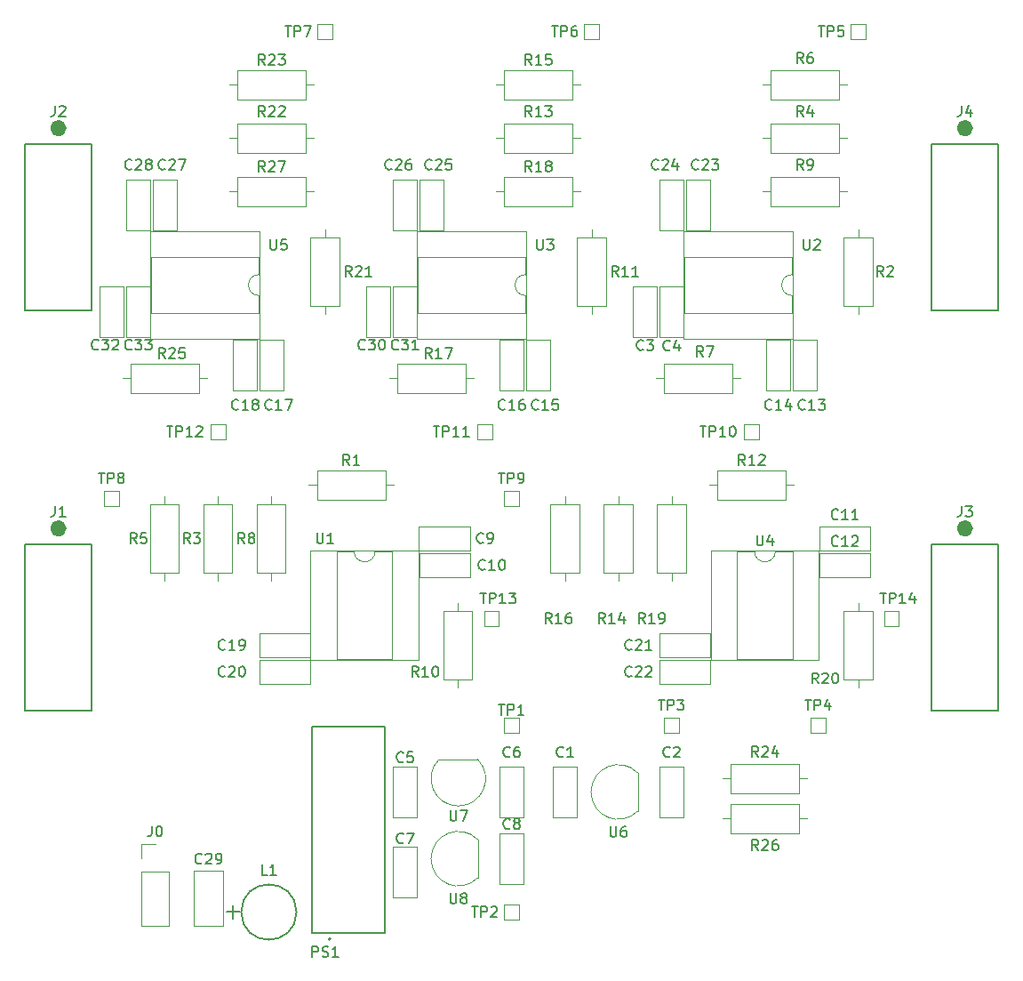
<source format=gbr>
%TF.GenerationSoftware,KiCad,Pcbnew,8.0.2*%
%TF.CreationDate,2024-06-17T20:12:45-06:00*%
%TF.ProjectId,amplifone-sega-adapter,616d706c-6966-46f6-9e65-2d736567612d,rev?*%
%TF.SameCoordinates,Original*%
%TF.FileFunction,Legend,Top*%
%TF.FilePolarity,Positive*%
%FSLAX46Y46*%
G04 Gerber Fmt 4.6, Leading zero omitted, Abs format (unit mm)*
G04 Created by KiCad (PCBNEW 8.0.2) date 2024-06-17 20:12:45*
%MOMM*%
%LPD*%
G01*
G04 APERTURE LIST*
%ADD10C,0.150000*%
%ADD11C,0.127000*%
%ADD12C,0.200000*%
%ADD13C,0.800000*%
%ADD14C,0.120000*%
%ADD15C,0.152400*%
G04 APERTURE END LIST*
D10*
X52125714Y-116024819D02*
X52125714Y-115024819D01*
X52125714Y-115024819D02*
X52506666Y-115024819D01*
X52506666Y-115024819D02*
X52601904Y-115072438D01*
X52601904Y-115072438D02*
X52649523Y-115120057D01*
X52649523Y-115120057D02*
X52697142Y-115215295D01*
X52697142Y-115215295D02*
X52697142Y-115358152D01*
X52697142Y-115358152D02*
X52649523Y-115453390D01*
X52649523Y-115453390D02*
X52601904Y-115501009D01*
X52601904Y-115501009D02*
X52506666Y-115548628D01*
X52506666Y-115548628D02*
X52125714Y-115548628D01*
X53078095Y-115977200D02*
X53220952Y-116024819D01*
X53220952Y-116024819D02*
X53459047Y-116024819D01*
X53459047Y-116024819D02*
X53554285Y-115977200D01*
X53554285Y-115977200D02*
X53601904Y-115929580D01*
X53601904Y-115929580D02*
X53649523Y-115834342D01*
X53649523Y-115834342D02*
X53649523Y-115739104D01*
X53649523Y-115739104D02*
X53601904Y-115643866D01*
X53601904Y-115643866D02*
X53554285Y-115596247D01*
X53554285Y-115596247D02*
X53459047Y-115548628D01*
X53459047Y-115548628D02*
X53268571Y-115501009D01*
X53268571Y-115501009D02*
X53173333Y-115453390D01*
X53173333Y-115453390D02*
X53125714Y-115405771D01*
X53125714Y-115405771D02*
X53078095Y-115310533D01*
X53078095Y-115310533D02*
X53078095Y-115215295D01*
X53078095Y-115215295D02*
X53125714Y-115120057D01*
X53125714Y-115120057D02*
X53173333Y-115072438D01*
X53173333Y-115072438D02*
X53268571Y-115024819D01*
X53268571Y-115024819D02*
X53506666Y-115024819D01*
X53506666Y-115024819D02*
X53649523Y-115072438D01*
X54601904Y-116024819D02*
X54030476Y-116024819D01*
X54316190Y-116024819D02*
X54316190Y-115024819D01*
X54316190Y-115024819D02*
X54220952Y-115167676D01*
X54220952Y-115167676D02*
X54125714Y-115262914D01*
X54125714Y-115262914D02*
X54030476Y-115310533D01*
X113966666Y-35014819D02*
X113966666Y-35729104D01*
X113966666Y-35729104D02*
X113919047Y-35871961D01*
X113919047Y-35871961D02*
X113823809Y-35967200D01*
X113823809Y-35967200D02*
X113680952Y-36014819D01*
X113680952Y-36014819D02*
X113585714Y-36014819D01*
X114871428Y-35348152D02*
X114871428Y-36014819D01*
X114633333Y-34967200D02*
X114395238Y-35681485D01*
X114395238Y-35681485D02*
X115014285Y-35681485D01*
X113966666Y-73114819D02*
X113966666Y-73829104D01*
X113966666Y-73829104D02*
X113919047Y-73971961D01*
X113919047Y-73971961D02*
X113823809Y-74067200D01*
X113823809Y-74067200D02*
X113680952Y-74114819D01*
X113680952Y-74114819D02*
X113585714Y-74114819D01*
X114347619Y-73114819D02*
X114966666Y-73114819D01*
X114966666Y-73114819D02*
X114633333Y-73495771D01*
X114633333Y-73495771D02*
X114776190Y-73495771D01*
X114776190Y-73495771D02*
X114871428Y-73543390D01*
X114871428Y-73543390D02*
X114919047Y-73591009D01*
X114919047Y-73591009D02*
X114966666Y-73686247D01*
X114966666Y-73686247D02*
X114966666Y-73924342D01*
X114966666Y-73924342D02*
X114919047Y-74019580D01*
X114919047Y-74019580D02*
X114871428Y-74067200D01*
X114871428Y-74067200D02*
X114776190Y-74114819D01*
X114776190Y-74114819D02*
X114490476Y-74114819D01*
X114490476Y-74114819D02*
X114395238Y-74067200D01*
X114395238Y-74067200D02*
X114347619Y-74019580D01*
X27606666Y-73114819D02*
X27606666Y-73829104D01*
X27606666Y-73829104D02*
X27559047Y-73971961D01*
X27559047Y-73971961D02*
X27463809Y-74067200D01*
X27463809Y-74067200D02*
X27320952Y-74114819D01*
X27320952Y-74114819D02*
X27225714Y-74114819D01*
X28606666Y-74114819D02*
X28035238Y-74114819D01*
X28320952Y-74114819D02*
X28320952Y-73114819D01*
X28320952Y-73114819D02*
X28225714Y-73257676D01*
X28225714Y-73257676D02*
X28130476Y-73352914D01*
X28130476Y-73352914D02*
X28035238Y-73400533D01*
X27606666Y-35014819D02*
X27606666Y-35729104D01*
X27606666Y-35729104D02*
X27559047Y-35871961D01*
X27559047Y-35871961D02*
X27463809Y-35967200D01*
X27463809Y-35967200D02*
X27320952Y-36014819D01*
X27320952Y-36014819D02*
X27225714Y-36014819D01*
X28035238Y-35110057D02*
X28082857Y-35062438D01*
X28082857Y-35062438D02*
X28178095Y-35014819D01*
X28178095Y-35014819D02*
X28416190Y-35014819D01*
X28416190Y-35014819D02*
X28511428Y-35062438D01*
X28511428Y-35062438D02*
X28559047Y-35110057D01*
X28559047Y-35110057D02*
X28606666Y-35205295D01*
X28606666Y-35205295D02*
X28606666Y-35300533D01*
X28606666Y-35300533D02*
X28559047Y-35443390D01*
X28559047Y-35443390D02*
X27987619Y-36014819D01*
X27987619Y-36014819D02*
X28606666Y-36014819D01*
X80518095Y-103594819D02*
X80518095Y-104404342D01*
X80518095Y-104404342D02*
X80565714Y-104499580D01*
X80565714Y-104499580D02*
X80613333Y-104547200D01*
X80613333Y-104547200D02*
X80708571Y-104594819D01*
X80708571Y-104594819D02*
X80899047Y-104594819D01*
X80899047Y-104594819D02*
X80994285Y-104547200D01*
X80994285Y-104547200D02*
X81041904Y-104499580D01*
X81041904Y-104499580D02*
X81089523Y-104404342D01*
X81089523Y-104404342D02*
X81089523Y-103594819D01*
X81994285Y-103594819D02*
X81803809Y-103594819D01*
X81803809Y-103594819D02*
X81708571Y-103642438D01*
X81708571Y-103642438D02*
X81660952Y-103690057D01*
X81660952Y-103690057D02*
X81565714Y-103832914D01*
X81565714Y-103832914D02*
X81518095Y-104023390D01*
X81518095Y-104023390D02*
X81518095Y-104404342D01*
X81518095Y-104404342D02*
X81565714Y-104499580D01*
X81565714Y-104499580D02*
X81613333Y-104547200D01*
X81613333Y-104547200D02*
X81708571Y-104594819D01*
X81708571Y-104594819D02*
X81899047Y-104594819D01*
X81899047Y-104594819D02*
X81994285Y-104547200D01*
X81994285Y-104547200D02*
X82041904Y-104499580D01*
X82041904Y-104499580D02*
X82089523Y-104404342D01*
X82089523Y-104404342D02*
X82089523Y-104166247D01*
X82089523Y-104166247D02*
X82041904Y-104071009D01*
X82041904Y-104071009D02*
X81994285Y-104023390D01*
X81994285Y-104023390D02*
X81899047Y-103975771D01*
X81899047Y-103975771D02*
X81708571Y-103975771D01*
X81708571Y-103975771D02*
X81613333Y-104023390D01*
X81613333Y-104023390D02*
X81565714Y-104071009D01*
X81565714Y-104071009D02*
X81518095Y-104166247D01*
X65278095Y-102074819D02*
X65278095Y-102884342D01*
X65278095Y-102884342D02*
X65325714Y-102979580D01*
X65325714Y-102979580D02*
X65373333Y-103027200D01*
X65373333Y-103027200D02*
X65468571Y-103074819D01*
X65468571Y-103074819D02*
X65659047Y-103074819D01*
X65659047Y-103074819D02*
X65754285Y-103027200D01*
X65754285Y-103027200D02*
X65801904Y-102979580D01*
X65801904Y-102979580D02*
X65849523Y-102884342D01*
X65849523Y-102884342D02*
X65849523Y-102074819D01*
X66230476Y-102074819D02*
X66897142Y-102074819D01*
X66897142Y-102074819D02*
X66468571Y-103074819D01*
X65278095Y-109944819D02*
X65278095Y-110754342D01*
X65278095Y-110754342D02*
X65325714Y-110849580D01*
X65325714Y-110849580D02*
X65373333Y-110897200D01*
X65373333Y-110897200D02*
X65468571Y-110944819D01*
X65468571Y-110944819D02*
X65659047Y-110944819D01*
X65659047Y-110944819D02*
X65754285Y-110897200D01*
X65754285Y-110897200D02*
X65801904Y-110849580D01*
X65801904Y-110849580D02*
X65849523Y-110754342D01*
X65849523Y-110754342D02*
X65849523Y-109944819D01*
X66468571Y-110373390D02*
X66373333Y-110325771D01*
X66373333Y-110325771D02*
X66325714Y-110278152D01*
X66325714Y-110278152D02*
X66278095Y-110182914D01*
X66278095Y-110182914D02*
X66278095Y-110135295D01*
X66278095Y-110135295D02*
X66325714Y-110040057D01*
X66325714Y-110040057D02*
X66373333Y-109992438D01*
X66373333Y-109992438D02*
X66468571Y-109944819D01*
X66468571Y-109944819D02*
X66659047Y-109944819D01*
X66659047Y-109944819D02*
X66754285Y-109992438D01*
X66754285Y-109992438D02*
X66801904Y-110040057D01*
X66801904Y-110040057D02*
X66849523Y-110135295D01*
X66849523Y-110135295D02*
X66849523Y-110182914D01*
X66849523Y-110182914D02*
X66801904Y-110278152D01*
X66801904Y-110278152D02*
X66754285Y-110325771D01*
X66754285Y-110325771D02*
X66659047Y-110373390D01*
X66659047Y-110373390D02*
X66468571Y-110373390D01*
X66468571Y-110373390D02*
X66373333Y-110421009D01*
X66373333Y-110421009D02*
X66325714Y-110468628D01*
X66325714Y-110468628D02*
X66278095Y-110563866D01*
X66278095Y-110563866D02*
X66278095Y-110754342D01*
X66278095Y-110754342D02*
X66325714Y-110849580D01*
X66325714Y-110849580D02*
X66373333Y-110897200D01*
X66373333Y-110897200D02*
X66468571Y-110944819D01*
X66468571Y-110944819D02*
X66659047Y-110944819D01*
X66659047Y-110944819D02*
X66754285Y-110897200D01*
X66754285Y-110897200D02*
X66801904Y-110849580D01*
X66801904Y-110849580D02*
X66849523Y-110754342D01*
X66849523Y-110754342D02*
X66849523Y-110563866D01*
X66849523Y-110563866D02*
X66801904Y-110468628D01*
X66801904Y-110468628D02*
X66754285Y-110421009D01*
X66754285Y-110421009D02*
X66659047Y-110373390D01*
X85082142Y-40999580D02*
X85034523Y-41047200D01*
X85034523Y-41047200D02*
X84891666Y-41094819D01*
X84891666Y-41094819D02*
X84796428Y-41094819D01*
X84796428Y-41094819D02*
X84653571Y-41047200D01*
X84653571Y-41047200D02*
X84558333Y-40951961D01*
X84558333Y-40951961D02*
X84510714Y-40856723D01*
X84510714Y-40856723D02*
X84463095Y-40666247D01*
X84463095Y-40666247D02*
X84463095Y-40523390D01*
X84463095Y-40523390D02*
X84510714Y-40332914D01*
X84510714Y-40332914D02*
X84558333Y-40237676D01*
X84558333Y-40237676D02*
X84653571Y-40142438D01*
X84653571Y-40142438D02*
X84796428Y-40094819D01*
X84796428Y-40094819D02*
X84891666Y-40094819D01*
X84891666Y-40094819D02*
X85034523Y-40142438D01*
X85034523Y-40142438D02*
X85082142Y-40190057D01*
X85463095Y-40190057D02*
X85510714Y-40142438D01*
X85510714Y-40142438D02*
X85605952Y-40094819D01*
X85605952Y-40094819D02*
X85844047Y-40094819D01*
X85844047Y-40094819D02*
X85939285Y-40142438D01*
X85939285Y-40142438D02*
X85986904Y-40190057D01*
X85986904Y-40190057D02*
X86034523Y-40285295D01*
X86034523Y-40285295D02*
X86034523Y-40380533D01*
X86034523Y-40380533D02*
X85986904Y-40523390D01*
X85986904Y-40523390D02*
X85415476Y-41094819D01*
X85415476Y-41094819D02*
X86034523Y-41094819D01*
X86891666Y-40428152D02*
X86891666Y-41094819D01*
X86653571Y-40047200D02*
X86415476Y-40761485D01*
X86415476Y-40761485D02*
X87034523Y-40761485D01*
X40473333Y-76654819D02*
X40140000Y-76178628D01*
X39901905Y-76654819D02*
X39901905Y-75654819D01*
X39901905Y-75654819D02*
X40282857Y-75654819D01*
X40282857Y-75654819D02*
X40378095Y-75702438D01*
X40378095Y-75702438D02*
X40425714Y-75750057D01*
X40425714Y-75750057D02*
X40473333Y-75845295D01*
X40473333Y-75845295D02*
X40473333Y-75988152D01*
X40473333Y-75988152D02*
X40425714Y-76083390D01*
X40425714Y-76083390D02*
X40378095Y-76131009D01*
X40378095Y-76131009D02*
X40282857Y-76178628D01*
X40282857Y-76178628D02*
X39901905Y-76178628D01*
X40806667Y-75654819D02*
X41425714Y-75654819D01*
X41425714Y-75654819D02*
X41092381Y-76035771D01*
X41092381Y-76035771D02*
X41235238Y-76035771D01*
X41235238Y-76035771D02*
X41330476Y-76083390D01*
X41330476Y-76083390D02*
X41378095Y-76131009D01*
X41378095Y-76131009D02*
X41425714Y-76226247D01*
X41425714Y-76226247D02*
X41425714Y-76464342D01*
X41425714Y-76464342D02*
X41378095Y-76559580D01*
X41378095Y-76559580D02*
X41330476Y-76607200D01*
X41330476Y-76607200D02*
X41235238Y-76654819D01*
X41235238Y-76654819D02*
X40949524Y-76654819D01*
X40949524Y-76654819D02*
X40854286Y-76607200D01*
X40854286Y-76607200D02*
X40806667Y-76559580D01*
X98893333Y-41094819D02*
X98560000Y-40618628D01*
X98321905Y-41094819D02*
X98321905Y-40094819D01*
X98321905Y-40094819D02*
X98702857Y-40094819D01*
X98702857Y-40094819D02*
X98798095Y-40142438D01*
X98798095Y-40142438D02*
X98845714Y-40190057D01*
X98845714Y-40190057D02*
X98893333Y-40285295D01*
X98893333Y-40285295D02*
X98893333Y-40428152D01*
X98893333Y-40428152D02*
X98845714Y-40523390D01*
X98845714Y-40523390D02*
X98798095Y-40571009D01*
X98798095Y-40571009D02*
X98702857Y-40618628D01*
X98702857Y-40618628D02*
X98321905Y-40618628D01*
X99369524Y-41094819D02*
X99560000Y-41094819D01*
X99560000Y-41094819D02*
X99655238Y-41047200D01*
X99655238Y-41047200D02*
X99702857Y-40999580D01*
X99702857Y-40999580D02*
X99798095Y-40856723D01*
X99798095Y-40856723D02*
X99845714Y-40666247D01*
X99845714Y-40666247D02*
X99845714Y-40285295D01*
X99845714Y-40285295D02*
X99798095Y-40190057D01*
X99798095Y-40190057D02*
X99750476Y-40142438D01*
X99750476Y-40142438D02*
X99655238Y-40094819D01*
X99655238Y-40094819D02*
X99464762Y-40094819D01*
X99464762Y-40094819D02*
X99369524Y-40142438D01*
X99369524Y-40142438D02*
X99321905Y-40190057D01*
X99321905Y-40190057D02*
X99274286Y-40285295D01*
X99274286Y-40285295D02*
X99274286Y-40523390D01*
X99274286Y-40523390D02*
X99321905Y-40618628D01*
X99321905Y-40618628D02*
X99369524Y-40666247D01*
X99369524Y-40666247D02*
X99464762Y-40713866D01*
X99464762Y-40713866D02*
X99655238Y-40713866D01*
X99655238Y-40713866D02*
X99750476Y-40666247D01*
X99750476Y-40666247D02*
X99798095Y-40618628D01*
X99798095Y-40618628D02*
X99845714Y-40523390D01*
X68413333Y-76559580D02*
X68365714Y-76607200D01*
X68365714Y-76607200D02*
X68222857Y-76654819D01*
X68222857Y-76654819D02*
X68127619Y-76654819D01*
X68127619Y-76654819D02*
X67984762Y-76607200D01*
X67984762Y-76607200D02*
X67889524Y-76511961D01*
X67889524Y-76511961D02*
X67841905Y-76416723D01*
X67841905Y-76416723D02*
X67794286Y-76226247D01*
X67794286Y-76226247D02*
X67794286Y-76083390D01*
X67794286Y-76083390D02*
X67841905Y-75892914D01*
X67841905Y-75892914D02*
X67889524Y-75797676D01*
X67889524Y-75797676D02*
X67984762Y-75702438D01*
X67984762Y-75702438D02*
X68127619Y-75654819D01*
X68127619Y-75654819D02*
X68222857Y-75654819D01*
X68222857Y-75654819D02*
X68365714Y-75702438D01*
X68365714Y-75702438D02*
X68413333Y-75750057D01*
X68889524Y-76654819D02*
X69080000Y-76654819D01*
X69080000Y-76654819D02*
X69175238Y-76607200D01*
X69175238Y-76607200D02*
X69222857Y-76559580D01*
X69222857Y-76559580D02*
X69318095Y-76416723D01*
X69318095Y-76416723D02*
X69365714Y-76226247D01*
X69365714Y-76226247D02*
X69365714Y-75845295D01*
X69365714Y-75845295D02*
X69318095Y-75750057D01*
X69318095Y-75750057D02*
X69270476Y-75702438D01*
X69270476Y-75702438D02*
X69175238Y-75654819D01*
X69175238Y-75654819D02*
X68984762Y-75654819D01*
X68984762Y-75654819D02*
X68889524Y-75702438D01*
X68889524Y-75702438D02*
X68841905Y-75750057D01*
X68841905Y-75750057D02*
X68794286Y-75845295D01*
X68794286Y-75845295D02*
X68794286Y-76083390D01*
X68794286Y-76083390D02*
X68841905Y-76178628D01*
X68841905Y-76178628D02*
X68889524Y-76226247D01*
X68889524Y-76226247D02*
X68984762Y-76273866D01*
X68984762Y-76273866D02*
X69175238Y-76273866D01*
X69175238Y-76273866D02*
X69270476Y-76226247D01*
X69270476Y-76226247D02*
X69318095Y-76178628D01*
X69318095Y-76178628D02*
X69365714Y-76083390D01*
X34917142Y-58144580D02*
X34869523Y-58192200D01*
X34869523Y-58192200D02*
X34726666Y-58239819D01*
X34726666Y-58239819D02*
X34631428Y-58239819D01*
X34631428Y-58239819D02*
X34488571Y-58192200D01*
X34488571Y-58192200D02*
X34393333Y-58096961D01*
X34393333Y-58096961D02*
X34345714Y-58001723D01*
X34345714Y-58001723D02*
X34298095Y-57811247D01*
X34298095Y-57811247D02*
X34298095Y-57668390D01*
X34298095Y-57668390D02*
X34345714Y-57477914D01*
X34345714Y-57477914D02*
X34393333Y-57382676D01*
X34393333Y-57382676D02*
X34488571Y-57287438D01*
X34488571Y-57287438D02*
X34631428Y-57239819D01*
X34631428Y-57239819D02*
X34726666Y-57239819D01*
X34726666Y-57239819D02*
X34869523Y-57287438D01*
X34869523Y-57287438D02*
X34917142Y-57335057D01*
X35250476Y-57239819D02*
X35869523Y-57239819D01*
X35869523Y-57239819D02*
X35536190Y-57620771D01*
X35536190Y-57620771D02*
X35679047Y-57620771D01*
X35679047Y-57620771D02*
X35774285Y-57668390D01*
X35774285Y-57668390D02*
X35821904Y-57716009D01*
X35821904Y-57716009D02*
X35869523Y-57811247D01*
X35869523Y-57811247D02*
X35869523Y-58049342D01*
X35869523Y-58049342D02*
X35821904Y-58144580D01*
X35821904Y-58144580D02*
X35774285Y-58192200D01*
X35774285Y-58192200D02*
X35679047Y-58239819D01*
X35679047Y-58239819D02*
X35393333Y-58239819D01*
X35393333Y-58239819D02*
X35298095Y-58192200D01*
X35298095Y-58192200D02*
X35250476Y-58144580D01*
X36202857Y-57239819D02*
X36821904Y-57239819D01*
X36821904Y-57239819D02*
X36488571Y-57620771D01*
X36488571Y-57620771D02*
X36631428Y-57620771D01*
X36631428Y-57620771D02*
X36726666Y-57668390D01*
X36726666Y-57668390D02*
X36774285Y-57716009D01*
X36774285Y-57716009D02*
X36821904Y-57811247D01*
X36821904Y-57811247D02*
X36821904Y-58049342D01*
X36821904Y-58049342D02*
X36774285Y-58144580D01*
X36774285Y-58144580D02*
X36726666Y-58192200D01*
X36726666Y-58192200D02*
X36631428Y-58239819D01*
X36631428Y-58239819D02*
X36345714Y-58239819D01*
X36345714Y-58239819D02*
X36250476Y-58192200D01*
X36250476Y-58192200D02*
X36202857Y-58144580D01*
X55872142Y-51254819D02*
X55538809Y-50778628D01*
X55300714Y-51254819D02*
X55300714Y-50254819D01*
X55300714Y-50254819D02*
X55681666Y-50254819D01*
X55681666Y-50254819D02*
X55776904Y-50302438D01*
X55776904Y-50302438D02*
X55824523Y-50350057D01*
X55824523Y-50350057D02*
X55872142Y-50445295D01*
X55872142Y-50445295D02*
X55872142Y-50588152D01*
X55872142Y-50588152D02*
X55824523Y-50683390D01*
X55824523Y-50683390D02*
X55776904Y-50731009D01*
X55776904Y-50731009D02*
X55681666Y-50778628D01*
X55681666Y-50778628D02*
X55300714Y-50778628D01*
X56253095Y-50350057D02*
X56300714Y-50302438D01*
X56300714Y-50302438D02*
X56395952Y-50254819D01*
X56395952Y-50254819D02*
X56634047Y-50254819D01*
X56634047Y-50254819D02*
X56729285Y-50302438D01*
X56729285Y-50302438D02*
X56776904Y-50350057D01*
X56776904Y-50350057D02*
X56824523Y-50445295D01*
X56824523Y-50445295D02*
X56824523Y-50540533D01*
X56824523Y-50540533D02*
X56776904Y-50683390D01*
X56776904Y-50683390D02*
X56205476Y-51254819D01*
X56205476Y-51254819D02*
X56824523Y-51254819D01*
X57776904Y-51254819D02*
X57205476Y-51254819D01*
X57491190Y-51254819D02*
X57491190Y-50254819D01*
X57491190Y-50254819D02*
X57395952Y-50397676D01*
X57395952Y-50397676D02*
X57300714Y-50492914D01*
X57300714Y-50492914D02*
X57205476Y-50540533D01*
X57142142Y-58144580D02*
X57094523Y-58192200D01*
X57094523Y-58192200D02*
X56951666Y-58239819D01*
X56951666Y-58239819D02*
X56856428Y-58239819D01*
X56856428Y-58239819D02*
X56713571Y-58192200D01*
X56713571Y-58192200D02*
X56618333Y-58096961D01*
X56618333Y-58096961D02*
X56570714Y-58001723D01*
X56570714Y-58001723D02*
X56523095Y-57811247D01*
X56523095Y-57811247D02*
X56523095Y-57668390D01*
X56523095Y-57668390D02*
X56570714Y-57477914D01*
X56570714Y-57477914D02*
X56618333Y-57382676D01*
X56618333Y-57382676D02*
X56713571Y-57287438D01*
X56713571Y-57287438D02*
X56856428Y-57239819D01*
X56856428Y-57239819D02*
X56951666Y-57239819D01*
X56951666Y-57239819D02*
X57094523Y-57287438D01*
X57094523Y-57287438D02*
X57142142Y-57335057D01*
X57475476Y-57239819D02*
X58094523Y-57239819D01*
X58094523Y-57239819D02*
X57761190Y-57620771D01*
X57761190Y-57620771D02*
X57904047Y-57620771D01*
X57904047Y-57620771D02*
X57999285Y-57668390D01*
X57999285Y-57668390D02*
X58046904Y-57716009D01*
X58046904Y-57716009D02*
X58094523Y-57811247D01*
X58094523Y-57811247D02*
X58094523Y-58049342D01*
X58094523Y-58049342D02*
X58046904Y-58144580D01*
X58046904Y-58144580D02*
X57999285Y-58192200D01*
X57999285Y-58192200D02*
X57904047Y-58239819D01*
X57904047Y-58239819D02*
X57618333Y-58239819D01*
X57618333Y-58239819D02*
X57523095Y-58192200D01*
X57523095Y-58192200D02*
X57475476Y-58144580D01*
X58713571Y-57239819D02*
X58808809Y-57239819D01*
X58808809Y-57239819D02*
X58904047Y-57287438D01*
X58904047Y-57287438D02*
X58951666Y-57335057D01*
X58951666Y-57335057D02*
X58999285Y-57430295D01*
X58999285Y-57430295D02*
X59046904Y-57620771D01*
X59046904Y-57620771D02*
X59046904Y-57858866D01*
X59046904Y-57858866D02*
X58999285Y-58049342D01*
X58999285Y-58049342D02*
X58951666Y-58144580D01*
X58951666Y-58144580D02*
X58904047Y-58192200D01*
X58904047Y-58192200D02*
X58808809Y-58239819D01*
X58808809Y-58239819D02*
X58713571Y-58239819D01*
X58713571Y-58239819D02*
X58618333Y-58192200D01*
X58618333Y-58192200D02*
X58570714Y-58144580D01*
X58570714Y-58144580D02*
X58523095Y-58049342D01*
X58523095Y-58049342D02*
X58475476Y-57858866D01*
X58475476Y-57858866D02*
X58475476Y-57620771D01*
X58475476Y-57620771D02*
X58523095Y-57430295D01*
X58523095Y-57430295D02*
X58570714Y-57335057D01*
X58570714Y-57335057D02*
X58618333Y-57287438D01*
X58618333Y-57287438D02*
X58713571Y-57239819D01*
X89368333Y-58874819D02*
X89035000Y-58398628D01*
X88796905Y-58874819D02*
X88796905Y-57874819D01*
X88796905Y-57874819D02*
X89177857Y-57874819D01*
X89177857Y-57874819D02*
X89273095Y-57922438D01*
X89273095Y-57922438D02*
X89320714Y-57970057D01*
X89320714Y-57970057D02*
X89368333Y-58065295D01*
X89368333Y-58065295D02*
X89368333Y-58208152D01*
X89368333Y-58208152D02*
X89320714Y-58303390D01*
X89320714Y-58303390D02*
X89273095Y-58351009D01*
X89273095Y-58351009D02*
X89177857Y-58398628D01*
X89177857Y-58398628D02*
X88796905Y-58398628D01*
X89701667Y-57874819D02*
X90368333Y-57874819D01*
X90368333Y-57874819D02*
X89939762Y-58874819D01*
X70477142Y-63859580D02*
X70429523Y-63907200D01*
X70429523Y-63907200D02*
X70286666Y-63954819D01*
X70286666Y-63954819D02*
X70191428Y-63954819D01*
X70191428Y-63954819D02*
X70048571Y-63907200D01*
X70048571Y-63907200D02*
X69953333Y-63811961D01*
X69953333Y-63811961D02*
X69905714Y-63716723D01*
X69905714Y-63716723D02*
X69858095Y-63526247D01*
X69858095Y-63526247D02*
X69858095Y-63383390D01*
X69858095Y-63383390D02*
X69905714Y-63192914D01*
X69905714Y-63192914D02*
X69953333Y-63097676D01*
X69953333Y-63097676D02*
X70048571Y-63002438D01*
X70048571Y-63002438D02*
X70191428Y-62954819D01*
X70191428Y-62954819D02*
X70286666Y-62954819D01*
X70286666Y-62954819D02*
X70429523Y-63002438D01*
X70429523Y-63002438D02*
X70477142Y-63050057D01*
X71429523Y-63954819D02*
X70858095Y-63954819D01*
X71143809Y-63954819D02*
X71143809Y-62954819D01*
X71143809Y-62954819D02*
X71048571Y-63097676D01*
X71048571Y-63097676D02*
X70953333Y-63192914D01*
X70953333Y-63192914D02*
X70858095Y-63240533D01*
X72286666Y-62954819D02*
X72096190Y-62954819D01*
X72096190Y-62954819D02*
X72000952Y-63002438D01*
X72000952Y-63002438D02*
X71953333Y-63050057D01*
X71953333Y-63050057D02*
X71858095Y-63192914D01*
X71858095Y-63192914D02*
X71810476Y-63383390D01*
X71810476Y-63383390D02*
X71810476Y-63764342D01*
X71810476Y-63764342D02*
X71858095Y-63859580D01*
X71858095Y-63859580D02*
X71905714Y-63907200D01*
X71905714Y-63907200D02*
X72000952Y-63954819D01*
X72000952Y-63954819D02*
X72191428Y-63954819D01*
X72191428Y-63954819D02*
X72286666Y-63907200D01*
X72286666Y-63907200D02*
X72334285Y-63859580D01*
X72334285Y-63859580D02*
X72381904Y-63764342D01*
X72381904Y-63764342D02*
X72381904Y-63526247D01*
X72381904Y-63526247D02*
X72334285Y-63431009D01*
X72334285Y-63431009D02*
X72286666Y-63383390D01*
X72286666Y-63383390D02*
X72191428Y-63335771D01*
X72191428Y-63335771D02*
X72000952Y-63335771D01*
X72000952Y-63335771D02*
X71905714Y-63383390D01*
X71905714Y-63383390D02*
X71858095Y-63431009D01*
X71858095Y-63431009D02*
X71810476Y-63526247D01*
X38266905Y-65494819D02*
X38838333Y-65494819D01*
X38552619Y-66494819D02*
X38552619Y-65494819D01*
X39171667Y-66494819D02*
X39171667Y-65494819D01*
X39171667Y-65494819D02*
X39552619Y-65494819D01*
X39552619Y-65494819D02*
X39647857Y-65542438D01*
X39647857Y-65542438D02*
X39695476Y-65590057D01*
X39695476Y-65590057D02*
X39743095Y-65685295D01*
X39743095Y-65685295D02*
X39743095Y-65828152D01*
X39743095Y-65828152D02*
X39695476Y-65923390D01*
X39695476Y-65923390D02*
X39647857Y-65971009D01*
X39647857Y-65971009D02*
X39552619Y-66018628D01*
X39552619Y-66018628D02*
X39171667Y-66018628D01*
X40695476Y-66494819D02*
X40124048Y-66494819D01*
X40409762Y-66494819D02*
X40409762Y-65494819D01*
X40409762Y-65494819D02*
X40314524Y-65637676D01*
X40314524Y-65637676D02*
X40219286Y-65732914D01*
X40219286Y-65732914D02*
X40124048Y-65780533D01*
X41076429Y-65590057D02*
X41124048Y-65542438D01*
X41124048Y-65542438D02*
X41219286Y-65494819D01*
X41219286Y-65494819D02*
X41457381Y-65494819D01*
X41457381Y-65494819D02*
X41552619Y-65542438D01*
X41552619Y-65542438D02*
X41600238Y-65590057D01*
X41600238Y-65590057D02*
X41647857Y-65685295D01*
X41647857Y-65685295D02*
X41647857Y-65780533D01*
X41647857Y-65780533D02*
X41600238Y-65923390D01*
X41600238Y-65923390D02*
X41028810Y-66494819D01*
X41028810Y-66494819D02*
X41647857Y-66494819D01*
X45683333Y-76654819D02*
X45350000Y-76178628D01*
X45111905Y-76654819D02*
X45111905Y-75654819D01*
X45111905Y-75654819D02*
X45492857Y-75654819D01*
X45492857Y-75654819D02*
X45588095Y-75702438D01*
X45588095Y-75702438D02*
X45635714Y-75750057D01*
X45635714Y-75750057D02*
X45683333Y-75845295D01*
X45683333Y-75845295D02*
X45683333Y-75988152D01*
X45683333Y-75988152D02*
X45635714Y-76083390D01*
X45635714Y-76083390D02*
X45588095Y-76131009D01*
X45588095Y-76131009D02*
X45492857Y-76178628D01*
X45492857Y-76178628D02*
X45111905Y-76178628D01*
X46254762Y-76083390D02*
X46159524Y-76035771D01*
X46159524Y-76035771D02*
X46111905Y-75988152D01*
X46111905Y-75988152D02*
X46064286Y-75892914D01*
X46064286Y-75892914D02*
X46064286Y-75845295D01*
X46064286Y-75845295D02*
X46111905Y-75750057D01*
X46111905Y-75750057D02*
X46159524Y-75702438D01*
X46159524Y-75702438D02*
X46254762Y-75654819D01*
X46254762Y-75654819D02*
X46445238Y-75654819D01*
X46445238Y-75654819D02*
X46540476Y-75702438D01*
X46540476Y-75702438D02*
X46588095Y-75750057D01*
X46588095Y-75750057D02*
X46635714Y-75845295D01*
X46635714Y-75845295D02*
X46635714Y-75892914D01*
X46635714Y-75892914D02*
X46588095Y-75988152D01*
X46588095Y-75988152D02*
X46540476Y-76035771D01*
X46540476Y-76035771D02*
X46445238Y-76083390D01*
X46445238Y-76083390D02*
X46254762Y-76083390D01*
X46254762Y-76083390D02*
X46159524Y-76131009D01*
X46159524Y-76131009D02*
X46111905Y-76178628D01*
X46111905Y-76178628D02*
X46064286Y-76273866D01*
X46064286Y-76273866D02*
X46064286Y-76464342D01*
X46064286Y-76464342D02*
X46111905Y-76559580D01*
X46111905Y-76559580D02*
X46159524Y-76607200D01*
X46159524Y-76607200D02*
X46254762Y-76654819D01*
X46254762Y-76654819D02*
X46445238Y-76654819D01*
X46445238Y-76654819D02*
X46540476Y-76607200D01*
X46540476Y-76607200D02*
X46588095Y-76559580D01*
X46588095Y-76559580D02*
X46635714Y-76464342D01*
X46635714Y-76464342D02*
X46635714Y-76273866D01*
X46635714Y-76273866D02*
X46588095Y-76178628D01*
X46588095Y-76178628D02*
X46540476Y-76131009D01*
X46540476Y-76131009D02*
X46445238Y-76083390D01*
X48133095Y-47714819D02*
X48133095Y-48524342D01*
X48133095Y-48524342D02*
X48180714Y-48619580D01*
X48180714Y-48619580D02*
X48228333Y-48667200D01*
X48228333Y-48667200D02*
X48323571Y-48714819D01*
X48323571Y-48714819D02*
X48514047Y-48714819D01*
X48514047Y-48714819D02*
X48609285Y-48667200D01*
X48609285Y-48667200D02*
X48656904Y-48619580D01*
X48656904Y-48619580D02*
X48704523Y-48524342D01*
X48704523Y-48524342D02*
X48704523Y-47714819D01*
X49656904Y-47714819D02*
X49180714Y-47714819D01*
X49180714Y-47714819D02*
X49133095Y-48191009D01*
X49133095Y-48191009D02*
X49180714Y-48143390D01*
X49180714Y-48143390D02*
X49275952Y-48095771D01*
X49275952Y-48095771D02*
X49514047Y-48095771D01*
X49514047Y-48095771D02*
X49609285Y-48143390D01*
X49609285Y-48143390D02*
X49656904Y-48191009D01*
X49656904Y-48191009D02*
X49704523Y-48286247D01*
X49704523Y-48286247D02*
X49704523Y-48524342D01*
X49704523Y-48524342D02*
X49656904Y-48619580D01*
X49656904Y-48619580D02*
X49609285Y-48667200D01*
X49609285Y-48667200D02*
X49514047Y-48714819D01*
X49514047Y-48714819D02*
X49275952Y-48714819D01*
X49275952Y-48714819D02*
X49180714Y-48667200D01*
X49180714Y-48667200D02*
X49133095Y-48619580D01*
X74938095Y-27394819D02*
X75509523Y-27394819D01*
X75223809Y-28394819D02*
X75223809Y-27394819D01*
X75842857Y-28394819D02*
X75842857Y-27394819D01*
X75842857Y-27394819D02*
X76223809Y-27394819D01*
X76223809Y-27394819D02*
X76319047Y-27442438D01*
X76319047Y-27442438D02*
X76366666Y-27490057D01*
X76366666Y-27490057D02*
X76414285Y-27585295D01*
X76414285Y-27585295D02*
X76414285Y-27728152D01*
X76414285Y-27728152D02*
X76366666Y-27823390D01*
X76366666Y-27823390D02*
X76319047Y-27871009D01*
X76319047Y-27871009D02*
X76223809Y-27918628D01*
X76223809Y-27918628D02*
X75842857Y-27918628D01*
X77271428Y-27394819D02*
X77080952Y-27394819D01*
X77080952Y-27394819D02*
X76985714Y-27442438D01*
X76985714Y-27442438D02*
X76938095Y-27490057D01*
X76938095Y-27490057D02*
X76842857Y-27632914D01*
X76842857Y-27632914D02*
X76795238Y-27823390D01*
X76795238Y-27823390D02*
X76795238Y-28204342D01*
X76795238Y-28204342D02*
X76842857Y-28299580D01*
X76842857Y-28299580D02*
X76890476Y-28347200D01*
X76890476Y-28347200D02*
X76985714Y-28394819D01*
X76985714Y-28394819D02*
X77176190Y-28394819D01*
X77176190Y-28394819D02*
X77271428Y-28347200D01*
X77271428Y-28347200D02*
X77319047Y-28299580D01*
X77319047Y-28299580D02*
X77366666Y-28204342D01*
X77366666Y-28204342D02*
X77366666Y-27966247D01*
X77366666Y-27966247D02*
X77319047Y-27871009D01*
X77319047Y-27871009D02*
X77271428Y-27823390D01*
X77271428Y-27823390D02*
X77176190Y-27775771D01*
X77176190Y-27775771D02*
X76985714Y-27775771D01*
X76985714Y-27775771D02*
X76890476Y-27823390D01*
X76890476Y-27823390D02*
X76842857Y-27871009D01*
X76842857Y-27871009D02*
X76795238Y-27966247D01*
X35393333Y-76654819D02*
X35060000Y-76178628D01*
X34821905Y-76654819D02*
X34821905Y-75654819D01*
X34821905Y-75654819D02*
X35202857Y-75654819D01*
X35202857Y-75654819D02*
X35298095Y-75702438D01*
X35298095Y-75702438D02*
X35345714Y-75750057D01*
X35345714Y-75750057D02*
X35393333Y-75845295D01*
X35393333Y-75845295D02*
X35393333Y-75988152D01*
X35393333Y-75988152D02*
X35345714Y-76083390D01*
X35345714Y-76083390D02*
X35298095Y-76131009D01*
X35298095Y-76131009D02*
X35202857Y-76178628D01*
X35202857Y-76178628D02*
X34821905Y-76178628D01*
X36298095Y-75654819D02*
X35821905Y-75654819D01*
X35821905Y-75654819D02*
X35774286Y-76131009D01*
X35774286Y-76131009D02*
X35821905Y-76083390D01*
X35821905Y-76083390D02*
X35917143Y-76035771D01*
X35917143Y-76035771D02*
X36155238Y-76035771D01*
X36155238Y-76035771D02*
X36250476Y-76083390D01*
X36250476Y-76083390D02*
X36298095Y-76131009D01*
X36298095Y-76131009D02*
X36345714Y-76226247D01*
X36345714Y-76226247D02*
X36345714Y-76464342D01*
X36345714Y-76464342D02*
X36298095Y-76559580D01*
X36298095Y-76559580D02*
X36250476Y-76607200D01*
X36250476Y-76607200D02*
X36155238Y-76654819D01*
X36155238Y-76654819D02*
X35917143Y-76654819D01*
X35917143Y-76654819D02*
X35821905Y-76607200D01*
X35821905Y-76607200D02*
X35774286Y-76559580D01*
X69858095Y-69939819D02*
X70429523Y-69939819D01*
X70143809Y-70939819D02*
X70143809Y-69939819D01*
X70762857Y-70939819D02*
X70762857Y-69939819D01*
X70762857Y-69939819D02*
X71143809Y-69939819D01*
X71143809Y-69939819D02*
X71239047Y-69987438D01*
X71239047Y-69987438D02*
X71286666Y-70035057D01*
X71286666Y-70035057D02*
X71334285Y-70130295D01*
X71334285Y-70130295D02*
X71334285Y-70273152D01*
X71334285Y-70273152D02*
X71286666Y-70368390D01*
X71286666Y-70368390D02*
X71239047Y-70416009D01*
X71239047Y-70416009D02*
X71143809Y-70463628D01*
X71143809Y-70463628D02*
X70762857Y-70463628D01*
X71810476Y-70939819D02*
X72000952Y-70939819D01*
X72000952Y-70939819D02*
X72096190Y-70892200D01*
X72096190Y-70892200D02*
X72143809Y-70844580D01*
X72143809Y-70844580D02*
X72239047Y-70701723D01*
X72239047Y-70701723D02*
X72286666Y-70511247D01*
X72286666Y-70511247D02*
X72286666Y-70130295D01*
X72286666Y-70130295D02*
X72239047Y-70035057D01*
X72239047Y-70035057D02*
X72191428Y-69987438D01*
X72191428Y-69987438D02*
X72096190Y-69939819D01*
X72096190Y-69939819D02*
X71905714Y-69939819D01*
X71905714Y-69939819D02*
X71810476Y-69987438D01*
X71810476Y-69987438D02*
X71762857Y-70035057D01*
X71762857Y-70035057D02*
X71715238Y-70130295D01*
X71715238Y-70130295D02*
X71715238Y-70368390D01*
X71715238Y-70368390D02*
X71762857Y-70463628D01*
X71762857Y-70463628D02*
X71810476Y-70511247D01*
X71810476Y-70511247D02*
X71905714Y-70558866D01*
X71905714Y-70558866D02*
X72096190Y-70558866D01*
X72096190Y-70558866D02*
X72191428Y-70511247D01*
X72191428Y-70511247D02*
X72239047Y-70463628D01*
X72239047Y-70463628D02*
X72286666Y-70368390D01*
X86193333Y-58239580D02*
X86145714Y-58287200D01*
X86145714Y-58287200D02*
X86002857Y-58334819D01*
X86002857Y-58334819D02*
X85907619Y-58334819D01*
X85907619Y-58334819D02*
X85764762Y-58287200D01*
X85764762Y-58287200D02*
X85669524Y-58191961D01*
X85669524Y-58191961D02*
X85621905Y-58096723D01*
X85621905Y-58096723D02*
X85574286Y-57906247D01*
X85574286Y-57906247D02*
X85574286Y-57763390D01*
X85574286Y-57763390D02*
X85621905Y-57572914D01*
X85621905Y-57572914D02*
X85669524Y-57477676D01*
X85669524Y-57477676D02*
X85764762Y-57382438D01*
X85764762Y-57382438D02*
X85907619Y-57334819D01*
X85907619Y-57334819D02*
X86002857Y-57334819D01*
X86002857Y-57334819D02*
X86145714Y-57382438D01*
X86145714Y-57382438D02*
X86193333Y-57430057D01*
X87050476Y-57668152D02*
X87050476Y-58334819D01*
X86812381Y-57287200D02*
X86574286Y-58001485D01*
X86574286Y-58001485D02*
X87193333Y-58001485D01*
X47617142Y-36014819D02*
X47283809Y-35538628D01*
X47045714Y-36014819D02*
X47045714Y-35014819D01*
X47045714Y-35014819D02*
X47426666Y-35014819D01*
X47426666Y-35014819D02*
X47521904Y-35062438D01*
X47521904Y-35062438D02*
X47569523Y-35110057D01*
X47569523Y-35110057D02*
X47617142Y-35205295D01*
X47617142Y-35205295D02*
X47617142Y-35348152D01*
X47617142Y-35348152D02*
X47569523Y-35443390D01*
X47569523Y-35443390D02*
X47521904Y-35491009D01*
X47521904Y-35491009D02*
X47426666Y-35538628D01*
X47426666Y-35538628D02*
X47045714Y-35538628D01*
X47998095Y-35110057D02*
X48045714Y-35062438D01*
X48045714Y-35062438D02*
X48140952Y-35014819D01*
X48140952Y-35014819D02*
X48379047Y-35014819D01*
X48379047Y-35014819D02*
X48474285Y-35062438D01*
X48474285Y-35062438D02*
X48521904Y-35110057D01*
X48521904Y-35110057D02*
X48569523Y-35205295D01*
X48569523Y-35205295D02*
X48569523Y-35300533D01*
X48569523Y-35300533D02*
X48521904Y-35443390D01*
X48521904Y-35443390D02*
X47950476Y-36014819D01*
X47950476Y-36014819D02*
X48569523Y-36014819D01*
X48950476Y-35110057D02*
X48998095Y-35062438D01*
X48998095Y-35062438D02*
X49093333Y-35014819D01*
X49093333Y-35014819D02*
X49331428Y-35014819D01*
X49331428Y-35014819D02*
X49426666Y-35062438D01*
X49426666Y-35062438D02*
X49474285Y-35110057D01*
X49474285Y-35110057D02*
X49521904Y-35205295D01*
X49521904Y-35205295D02*
X49521904Y-35300533D01*
X49521904Y-35300533D02*
X49474285Y-35443390D01*
X49474285Y-35443390D02*
X48902857Y-36014819D01*
X48902857Y-36014819D02*
X49521904Y-36014819D01*
X73652142Y-63859580D02*
X73604523Y-63907200D01*
X73604523Y-63907200D02*
X73461666Y-63954819D01*
X73461666Y-63954819D02*
X73366428Y-63954819D01*
X73366428Y-63954819D02*
X73223571Y-63907200D01*
X73223571Y-63907200D02*
X73128333Y-63811961D01*
X73128333Y-63811961D02*
X73080714Y-63716723D01*
X73080714Y-63716723D02*
X73033095Y-63526247D01*
X73033095Y-63526247D02*
X73033095Y-63383390D01*
X73033095Y-63383390D02*
X73080714Y-63192914D01*
X73080714Y-63192914D02*
X73128333Y-63097676D01*
X73128333Y-63097676D02*
X73223571Y-63002438D01*
X73223571Y-63002438D02*
X73366428Y-62954819D01*
X73366428Y-62954819D02*
X73461666Y-62954819D01*
X73461666Y-62954819D02*
X73604523Y-63002438D01*
X73604523Y-63002438D02*
X73652142Y-63050057D01*
X74604523Y-63954819D02*
X74033095Y-63954819D01*
X74318809Y-63954819D02*
X74318809Y-62954819D01*
X74318809Y-62954819D02*
X74223571Y-63097676D01*
X74223571Y-63097676D02*
X74128333Y-63192914D01*
X74128333Y-63192914D02*
X74033095Y-63240533D01*
X75509285Y-62954819D02*
X75033095Y-62954819D01*
X75033095Y-62954819D02*
X74985476Y-63431009D01*
X74985476Y-63431009D02*
X75033095Y-63383390D01*
X75033095Y-63383390D02*
X75128333Y-63335771D01*
X75128333Y-63335771D02*
X75366428Y-63335771D01*
X75366428Y-63335771D02*
X75461666Y-63383390D01*
X75461666Y-63383390D02*
X75509285Y-63431009D01*
X75509285Y-63431009D02*
X75556904Y-63526247D01*
X75556904Y-63526247D02*
X75556904Y-63764342D01*
X75556904Y-63764342D02*
X75509285Y-63859580D01*
X75509285Y-63859580D02*
X75461666Y-63907200D01*
X75461666Y-63907200D02*
X75366428Y-63954819D01*
X75366428Y-63954819D02*
X75128333Y-63954819D01*
X75128333Y-63954819D02*
X75033095Y-63907200D01*
X75033095Y-63907200D02*
X74985476Y-63859580D01*
X60317142Y-58144580D02*
X60269523Y-58192200D01*
X60269523Y-58192200D02*
X60126666Y-58239819D01*
X60126666Y-58239819D02*
X60031428Y-58239819D01*
X60031428Y-58239819D02*
X59888571Y-58192200D01*
X59888571Y-58192200D02*
X59793333Y-58096961D01*
X59793333Y-58096961D02*
X59745714Y-58001723D01*
X59745714Y-58001723D02*
X59698095Y-57811247D01*
X59698095Y-57811247D02*
X59698095Y-57668390D01*
X59698095Y-57668390D02*
X59745714Y-57477914D01*
X59745714Y-57477914D02*
X59793333Y-57382676D01*
X59793333Y-57382676D02*
X59888571Y-57287438D01*
X59888571Y-57287438D02*
X60031428Y-57239819D01*
X60031428Y-57239819D02*
X60126666Y-57239819D01*
X60126666Y-57239819D02*
X60269523Y-57287438D01*
X60269523Y-57287438D02*
X60317142Y-57335057D01*
X60650476Y-57239819D02*
X61269523Y-57239819D01*
X61269523Y-57239819D02*
X60936190Y-57620771D01*
X60936190Y-57620771D02*
X61079047Y-57620771D01*
X61079047Y-57620771D02*
X61174285Y-57668390D01*
X61174285Y-57668390D02*
X61221904Y-57716009D01*
X61221904Y-57716009D02*
X61269523Y-57811247D01*
X61269523Y-57811247D02*
X61269523Y-58049342D01*
X61269523Y-58049342D02*
X61221904Y-58144580D01*
X61221904Y-58144580D02*
X61174285Y-58192200D01*
X61174285Y-58192200D02*
X61079047Y-58239819D01*
X61079047Y-58239819D02*
X60793333Y-58239819D01*
X60793333Y-58239819D02*
X60698095Y-58192200D01*
X60698095Y-58192200D02*
X60650476Y-58144580D01*
X62221904Y-58239819D02*
X61650476Y-58239819D01*
X61936190Y-58239819D02*
X61936190Y-57239819D01*
X61936190Y-57239819D02*
X61840952Y-57382676D01*
X61840952Y-57382676D02*
X61745714Y-57477914D01*
X61745714Y-57477914D02*
X61650476Y-57525533D01*
X106513333Y-51254819D02*
X106180000Y-50778628D01*
X105941905Y-51254819D02*
X105941905Y-50254819D01*
X105941905Y-50254819D02*
X106322857Y-50254819D01*
X106322857Y-50254819D02*
X106418095Y-50302438D01*
X106418095Y-50302438D02*
X106465714Y-50350057D01*
X106465714Y-50350057D02*
X106513333Y-50445295D01*
X106513333Y-50445295D02*
X106513333Y-50588152D01*
X106513333Y-50588152D02*
X106465714Y-50683390D01*
X106465714Y-50683390D02*
X106418095Y-50731009D01*
X106418095Y-50731009D02*
X106322857Y-50778628D01*
X106322857Y-50778628D02*
X105941905Y-50778628D01*
X106894286Y-50350057D02*
X106941905Y-50302438D01*
X106941905Y-50302438D02*
X107037143Y-50254819D01*
X107037143Y-50254819D02*
X107275238Y-50254819D01*
X107275238Y-50254819D02*
X107370476Y-50302438D01*
X107370476Y-50302438D02*
X107418095Y-50350057D01*
X107418095Y-50350057D02*
X107465714Y-50445295D01*
X107465714Y-50445295D02*
X107465714Y-50540533D01*
X107465714Y-50540533D02*
X107418095Y-50683390D01*
X107418095Y-50683390D02*
X106846667Y-51254819D01*
X106846667Y-51254819D02*
X107465714Y-51254819D01*
X67318095Y-111214819D02*
X67889523Y-111214819D01*
X67603809Y-112214819D02*
X67603809Y-111214819D01*
X68222857Y-112214819D02*
X68222857Y-111214819D01*
X68222857Y-111214819D02*
X68603809Y-111214819D01*
X68603809Y-111214819D02*
X68699047Y-111262438D01*
X68699047Y-111262438D02*
X68746666Y-111310057D01*
X68746666Y-111310057D02*
X68794285Y-111405295D01*
X68794285Y-111405295D02*
X68794285Y-111548152D01*
X68794285Y-111548152D02*
X68746666Y-111643390D01*
X68746666Y-111643390D02*
X68699047Y-111691009D01*
X68699047Y-111691009D02*
X68603809Y-111738628D01*
X68603809Y-111738628D02*
X68222857Y-111738628D01*
X69175238Y-111310057D02*
X69222857Y-111262438D01*
X69222857Y-111262438D02*
X69318095Y-111214819D01*
X69318095Y-111214819D02*
X69556190Y-111214819D01*
X69556190Y-111214819D02*
X69651428Y-111262438D01*
X69651428Y-111262438D02*
X69699047Y-111310057D01*
X69699047Y-111310057D02*
X69746666Y-111405295D01*
X69746666Y-111405295D02*
X69746666Y-111500533D01*
X69746666Y-111500533D02*
X69699047Y-111643390D01*
X69699047Y-111643390D02*
X69127619Y-112214819D01*
X69127619Y-112214819D02*
X69746666Y-112214819D01*
X69858095Y-91986819D02*
X70429523Y-91986819D01*
X70143809Y-92986819D02*
X70143809Y-91986819D01*
X70762857Y-92986819D02*
X70762857Y-91986819D01*
X70762857Y-91986819D02*
X71143809Y-91986819D01*
X71143809Y-91986819D02*
X71239047Y-92034438D01*
X71239047Y-92034438D02*
X71286666Y-92082057D01*
X71286666Y-92082057D02*
X71334285Y-92177295D01*
X71334285Y-92177295D02*
X71334285Y-92320152D01*
X71334285Y-92320152D02*
X71286666Y-92415390D01*
X71286666Y-92415390D02*
X71239047Y-92463009D01*
X71239047Y-92463009D02*
X71143809Y-92510628D01*
X71143809Y-92510628D02*
X70762857Y-92510628D01*
X72286666Y-92986819D02*
X71715238Y-92986819D01*
X72000952Y-92986819D02*
X72000952Y-91986819D01*
X72000952Y-91986819D02*
X71905714Y-92129676D01*
X71905714Y-92129676D02*
X71810476Y-92224914D01*
X71810476Y-92224914D02*
X71715238Y-92272533D01*
X94488095Y-75864819D02*
X94488095Y-76674342D01*
X94488095Y-76674342D02*
X94535714Y-76769580D01*
X94535714Y-76769580D02*
X94583333Y-76817200D01*
X94583333Y-76817200D02*
X94678571Y-76864819D01*
X94678571Y-76864819D02*
X94869047Y-76864819D01*
X94869047Y-76864819D02*
X94964285Y-76817200D01*
X94964285Y-76817200D02*
X95011904Y-76769580D01*
X95011904Y-76769580D02*
X95059523Y-76674342D01*
X95059523Y-76674342D02*
X95059523Y-75864819D01*
X95964285Y-76198152D02*
X95964285Y-76864819D01*
X95726190Y-75817200D02*
X95488095Y-76531485D01*
X95488095Y-76531485D02*
X96107142Y-76531485D01*
X38092142Y-59044819D02*
X37758809Y-58568628D01*
X37520714Y-59044819D02*
X37520714Y-58044819D01*
X37520714Y-58044819D02*
X37901666Y-58044819D01*
X37901666Y-58044819D02*
X37996904Y-58092438D01*
X37996904Y-58092438D02*
X38044523Y-58140057D01*
X38044523Y-58140057D02*
X38092142Y-58235295D01*
X38092142Y-58235295D02*
X38092142Y-58378152D01*
X38092142Y-58378152D02*
X38044523Y-58473390D01*
X38044523Y-58473390D02*
X37996904Y-58521009D01*
X37996904Y-58521009D02*
X37901666Y-58568628D01*
X37901666Y-58568628D02*
X37520714Y-58568628D01*
X38473095Y-58140057D02*
X38520714Y-58092438D01*
X38520714Y-58092438D02*
X38615952Y-58044819D01*
X38615952Y-58044819D02*
X38854047Y-58044819D01*
X38854047Y-58044819D02*
X38949285Y-58092438D01*
X38949285Y-58092438D02*
X38996904Y-58140057D01*
X38996904Y-58140057D02*
X39044523Y-58235295D01*
X39044523Y-58235295D02*
X39044523Y-58330533D01*
X39044523Y-58330533D02*
X38996904Y-58473390D01*
X38996904Y-58473390D02*
X38425476Y-59044819D01*
X38425476Y-59044819D02*
X39044523Y-59044819D01*
X39949285Y-58044819D02*
X39473095Y-58044819D01*
X39473095Y-58044819D02*
X39425476Y-58521009D01*
X39425476Y-58521009D02*
X39473095Y-58473390D01*
X39473095Y-58473390D02*
X39568333Y-58425771D01*
X39568333Y-58425771D02*
X39806428Y-58425771D01*
X39806428Y-58425771D02*
X39901666Y-58473390D01*
X39901666Y-58473390D02*
X39949285Y-58521009D01*
X39949285Y-58521009D02*
X39996904Y-58616247D01*
X39996904Y-58616247D02*
X39996904Y-58854342D01*
X39996904Y-58854342D02*
X39949285Y-58949580D01*
X39949285Y-58949580D02*
X39901666Y-58997200D01*
X39901666Y-58997200D02*
X39806428Y-59044819D01*
X39806428Y-59044819D02*
X39568333Y-59044819D01*
X39568333Y-59044819D02*
X39473095Y-58997200D01*
X39473095Y-58997200D02*
X39425476Y-58949580D01*
X49538095Y-27394819D02*
X50109523Y-27394819D01*
X49823809Y-28394819D02*
X49823809Y-27394819D01*
X50442857Y-28394819D02*
X50442857Y-27394819D01*
X50442857Y-27394819D02*
X50823809Y-27394819D01*
X50823809Y-27394819D02*
X50919047Y-27442438D01*
X50919047Y-27442438D02*
X50966666Y-27490057D01*
X50966666Y-27490057D02*
X51014285Y-27585295D01*
X51014285Y-27585295D02*
X51014285Y-27728152D01*
X51014285Y-27728152D02*
X50966666Y-27823390D01*
X50966666Y-27823390D02*
X50919047Y-27871009D01*
X50919047Y-27871009D02*
X50823809Y-27918628D01*
X50823809Y-27918628D02*
X50442857Y-27918628D01*
X51347619Y-27394819D02*
X52014285Y-27394819D01*
X52014285Y-27394819D02*
X51585714Y-28394819D01*
X102207142Y-76849580D02*
X102159523Y-76897200D01*
X102159523Y-76897200D02*
X102016666Y-76944819D01*
X102016666Y-76944819D02*
X101921428Y-76944819D01*
X101921428Y-76944819D02*
X101778571Y-76897200D01*
X101778571Y-76897200D02*
X101683333Y-76801961D01*
X101683333Y-76801961D02*
X101635714Y-76706723D01*
X101635714Y-76706723D02*
X101588095Y-76516247D01*
X101588095Y-76516247D02*
X101588095Y-76373390D01*
X101588095Y-76373390D02*
X101635714Y-76182914D01*
X101635714Y-76182914D02*
X101683333Y-76087676D01*
X101683333Y-76087676D02*
X101778571Y-75992438D01*
X101778571Y-75992438D02*
X101921428Y-75944819D01*
X101921428Y-75944819D02*
X102016666Y-75944819D01*
X102016666Y-75944819D02*
X102159523Y-75992438D01*
X102159523Y-75992438D02*
X102207142Y-76040057D01*
X103159523Y-76944819D02*
X102588095Y-76944819D01*
X102873809Y-76944819D02*
X102873809Y-75944819D01*
X102873809Y-75944819D02*
X102778571Y-76087676D01*
X102778571Y-76087676D02*
X102683333Y-76182914D01*
X102683333Y-76182914D02*
X102588095Y-76230533D01*
X103540476Y-76040057D02*
X103588095Y-75992438D01*
X103588095Y-75992438D02*
X103683333Y-75944819D01*
X103683333Y-75944819D02*
X103921428Y-75944819D01*
X103921428Y-75944819D02*
X104016666Y-75992438D01*
X104016666Y-75992438D02*
X104064285Y-76040057D01*
X104064285Y-76040057D02*
X104111904Y-76135295D01*
X104111904Y-76135295D02*
X104111904Y-76230533D01*
X104111904Y-76230533D02*
X104064285Y-76373390D01*
X104064285Y-76373390D02*
X103492857Y-76944819D01*
X103492857Y-76944819D02*
X104111904Y-76944819D01*
X68572142Y-79099580D02*
X68524523Y-79147200D01*
X68524523Y-79147200D02*
X68381666Y-79194819D01*
X68381666Y-79194819D02*
X68286428Y-79194819D01*
X68286428Y-79194819D02*
X68143571Y-79147200D01*
X68143571Y-79147200D02*
X68048333Y-79051961D01*
X68048333Y-79051961D02*
X68000714Y-78956723D01*
X68000714Y-78956723D02*
X67953095Y-78766247D01*
X67953095Y-78766247D02*
X67953095Y-78623390D01*
X67953095Y-78623390D02*
X68000714Y-78432914D01*
X68000714Y-78432914D02*
X68048333Y-78337676D01*
X68048333Y-78337676D02*
X68143571Y-78242438D01*
X68143571Y-78242438D02*
X68286428Y-78194819D01*
X68286428Y-78194819D02*
X68381666Y-78194819D01*
X68381666Y-78194819D02*
X68524523Y-78242438D01*
X68524523Y-78242438D02*
X68572142Y-78290057D01*
X69524523Y-79194819D02*
X68953095Y-79194819D01*
X69238809Y-79194819D02*
X69238809Y-78194819D01*
X69238809Y-78194819D02*
X69143571Y-78337676D01*
X69143571Y-78337676D02*
X69048333Y-78432914D01*
X69048333Y-78432914D02*
X68953095Y-78480533D01*
X70143571Y-78194819D02*
X70238809Y-78194819D01*
X70238809Y-78194819D02*
X70334047Y-78242438D01*
X70334047Y-78242438D02*
X70381666Y-78290057D01*
X70381666Y-78290057D02*
X70429285Y-78385295D01*
X70429285Y-78385295D02*
X70476904Y-78575771D01*
X70476904Y-78575771D02*
X70476904Y-78813866D01*
X70476904Y-78813866D02*
X70429285Y-79004342D01*
X70429285Y-79004342D02*
X70381666Y-79099580D01*
X70381666Y-79099580D02*
X70334047Y-79147200D01*
X70334047Y-79147200D02*
X70238809Y-79194819D01*
X70238809Y-79194819D02*
X70143571Y-79194819D01*
X70143571Y-79194819D02*
X70048333Y-79147200D01*
X70048333Y-79147200D02*
X70000714Y-79099580D01*
X70000714Y-79099580D02*
X69953095Y-79004342D01*
X69953095Y-79004342D02*
X69905476Y-78813866D01*
X69905476Y-78813866D02*
X69905476Y-78575771D01*
X69905476Y-78575771D02*
X69953095Y-78385295D01*
X69953095Y-78385295D02*
X70000714Y-78290057D01*
X70000714Y-78290057D02*
X70048333Y-78242438D01*
X70048333Y-78242438D02*
X70143571Y-78194819D01*
X89066905Y-65494819D02*
X89638333Y-65494819D01*
X89352619Y-66494819D02*
X89352619Y-65494819D01*
X89971667Y-66494819D02*
X89971667Y-65494819D01*
X89971667Y-65494819D02*
X90352619Y-65494819D01*
X90352619Y-65494819D02*
X90447857Y-65542438D01*
X90447857Y-65542438D02*
X90495476Y-65590057D01*
X90495476Y-65590057D02*
X90543095Y-65685295D01*
X90543095Y-65685295D02*
X90543095Y-65828152D01*
X90543095Y-65828152D02*
X90495476Y-65923390D01*
X90495476Y-65923390D02*
X90447857Y-65971009D01*
X90447857Y-65971009D02*
X90352619Y-66018628D01*
X90352619Y-66018628D02*
X89971667Y-66018628D01*
X91495476Y-66494819D02*
X90924048Y-66494819D01*
X91209762Y-66494819D02*
X91209762Y-65494819D01*
X91209762Y-65494819D02*
X91114524Y-65637676D01*
X91114524Y-65637676D02*
X91019286Y-65732914D01*
X91019286Y-65732914D02*
X90924048Y-65780533D01*
X92114524Y-65494819D02*
X92209762Y-65494819D01*
X92209762Y-65494819D02*
X92305000Y-65542438D01*
X92305000Y-65542438D02*
X92352619Y-65590057D01*
X92352619Y-65590057D02*
X92400238Y-65685295D01*
X92400238Y-65685295D02*
X92447857Y-65875771D01*
X92447857Y-65875771D02*
X92447857Y-66113866D01*
X92447857Y-66113866D02*
X92400238Y-66304342D01*
X92400238Y-66304342D02*
X92352619Y-66399580D01*
X92352619Y-66399580D02*
X92305000Y-66447200D01*
X92305000Y-66447200D02*
X92209762Y-66494819D01*
X92209762Y-66494819D02*
X92114524Y-66494819D01*
X92114524Y-66494819D02*
X92019286Y-66447200D01*
X92019286Y-66447200D02*
X91971667Y-66399580D01*
X91971667Y-66399580D02*
X91924048Y-66304342D01*
X91924048Y-66304342D02*
X91876429Y-66113866D01*
X91876429Y-66113866D02*
X91876429Y-65875771D01*
X91876429Y-65875771D02*
X91924048Y-65685295D01*
X91924048Y-65685295D02*
X91971667Y-65590057D01*
X91971667Y-65590057D02*
X92019286Y-65542438D01*
X92019286Y-65542438D02*
X92114524Y-65494819D01*
X70953333Y-96919580D02*
X70905714Y-96967200D01*
X70905714Y-96967200D02*
X70762857Y-97014819D01*
X70762857Y-97014819D02*
X70667619Y-97014819D01*
X70667619Y-97014819D02*
X70524762Y-96967200D01*
X70524762Y-96967200D02*
X70429524Y-96871961D01*
X70429524Y-96871961D02*
X70381905Y-96776723D01*
X70381905Y-96776723D02*
X70334286Y-96586247D01*
X70334286Y-96586247D02*
X70334286Y-96443390D01*
X70334286Y-96443390D02*
X70381905Y-96252914D01*
X70381905Y-96252914D02*
X70429524Y-96157676D01*
X70429524Y-96157676D02*
X70524762Y-96062438D01*
X70524762Y-96062438D02*
X70667619Y-96014819D01*
X70667619Y-96014819D02*
X70762857Y-96014819D01*
X70762857Y-96014819D02*
X70905714Y-96062438D01*
X70905714Y-96062438D02*
X70953333Y-96110057D01*
X71810476Y-96014819D02*
X71620000Y-96014819D01*
X71620000Y-96014819D02*
X71524762Y-96062438D01*
X71524762Y-96062438D02*
X71477143Y-96110057D01*
X71477143Y-96110057D02*
X71381905Y-96252914D01*
X71381905Y-96252914D02*
X71334286Y-96443390D01*
X71334286Y-96443390D02*
X71334286Y-96824342D01*
X71334286Y-96824342D02*
X71381905Y-96919580D01*
X71381905Y-96919580D02*
X71429524Y-96967200D01*
X71429524Y-96967200D02*
X71524762Y-97014819D01*
X71524762Y-97014819D02*
X71715238Y-97014819D01*
X71715238Y-97014819D02*
X71810476Y-96967200D01*
X71810476Y-96967200D02*
X71858095Y-96919580D01*
X71858095Y-96919580D02*
X71905714Y-96824342D01*
X71905714Y-96824342D02*
X71905714Y-96586247D01*
X71905714Y-96586247D02*
X71858095Y-96491009D01*
X71858095Y-96491009D02*
X71810476Y-96443390D01*
X71810476Y-96443390D02*
X71715238Y-96395771D01*
X71715238Y-96395771D02*
X71524762Y-96395771D01*
X71524762Y-96395771D02*
X71429524Y-96443390D01*
X71429524Y-96443390D02*
X71381905Y-96491009D01*
X71381905Y-96491009D02*
X71334286Y-96586247D01*
X43807142Y-86719580D02*
X43759523Y-86767200D01*
X43759523Y-86767200D02*
X43616666Y-86814819D01*
X43616666Y-86814819D02*
X43521428Y-86814819D01*
X43521428Y-86814819D02*
X43378571Y-86767200D01*
X43378571Y-86767200D02*
X43283333Y-86671961D01*
X43283333Y-86671961D02*
X43235714Y-86576723D01*
X43235714Y-86576723D02*
X43188095Y-86386247D01*
X43188095Y-86386247D02*
X43188095Y-86243390D01*
X43188095Y-86243390D02*
X43235714Y-86052914D01*
X43235714Y-86052914D02*
X43283333Y-85957676D01*
X43283333Y-85957676D02*
X43378571Y-85862438D01*
X43378571Y-85862438D02*
X43521428Y-85814819D01*
X43521428Y-85814819D02*
X43616666Y-85814819D01*
X43616666Y-85814819D02*
X43759523Y-85862438D01*
X43759523Y-85862438D02*
X43807142Y-85910057D01*
X44759523Y-86814819D02*
X44188095Y-86814819D01*
X44473809Y-86814819D02*
X44473809Y-85814819D01*
X44473809Y-85814819D02*
X44378571Y-85957676D01*
X44378571Y-85957676D02*
X44283333Y-86052914D01*
X44283333Y-86052914D02*
X44188095Y-86100533D01*
X45235714Y-86814819D02*
X45426190Y-86814819D01*
X45426190Y-86814819D02*
X45521428Y-86767200D01*
X45521428Y-86767200D02*
X45569047Y-86719580D01*
X45569047Y-86719580D02*
X45664285Y-86576723D01*
X45664285Y-86576723D02*
X45711904Y-86386247D01*
X45711904Y-86386247D02*
X45711904Y-86005295D01*
X45711904Y-86005295D02*
X45664285Y-85910057D01*
X45664285Y-85910057D02*
X45616666Y-85862438D01*
X45616666Y-85862438D02*
X45521428Y-85814819D01*
X45521428Y-85814819D02*
X45330952Y-85814819D01*
X45330952Y-85814819D02*
X45235714Y-85862438D01*
X45235714Y-85862438D02*
X45188095Y-85910057D01*
X45188095Y-85910057D02*
X45140476Y-86005295D01*
X45140476Y-86005295D02*
X45140476Y-86243390D01*
X45140476Y-86243390D02*
X45188095Y-86338628D01*
X45188095Y-86338628D02*
X45235714Y-86386247D01*
X45235714Y-86386247D02*
X45330952Y-86433866D01*
X45330952Y-86433866D02*
X45521428Y-86433866D01*
X45521428Y-86433866D02*
X45616666Y-86386247D01*
X45616666Y-86386247D02*
X45664285Y-86338628D01*
X45664285Y-86338628D02*
X45711904Y-86243390D01*
X82542142Y-86719580D02*
X82494523Y-86767200D01*
X82494523Y-86767200D02*
X82351666Y-86814819D01*
X82351666Y-86814819D02*
X82256428Y-86814819D01*
X82256428Y-86814819D02*
X82113571Y-86767200D01*
X82113571Y-86767200D02*
X82018333Y-86671961D01*
X82018333Y-86671961D02*
X81970714Y-86576723D01*
X81970714Y-86576723D02*
X81923095Y-86386247D01*
X81923095Y-86386247D02*
X81923095Y-86243390D01*
X81923095Y-86243390D02*
X81970714Y-86052914D01*
X81970714Y-86052914D02*
X82018333Y-85957676D01*
X82018333Y-85957676D02*
X82113571Y-85862438D01*
X82113571Y-85862438D02*
X82256428Y-85814819D01*
X82256428Y-85814819D02*
X82351666Y-85814819D01*
X82351666Y-85814819D02*
X82494523Y-85862438D01*
X82494523Y-85862438D02*
X82542142Y-85910057D01*
X82923095Y-85910057D02*
X82970714Y-85862438D01*
X82970714Y-85862438D02*
X83065952Y-85814819D01*
X83065952Y-85814819D02*
X83304047Y-85814819D01*
X83304047Y-85814819D02*
X83399285Y-85862438D01*
X83399285Y-85862438D02*
X83446904Y-85910057D01*
X83446904Y-85910057D02*
X83494523Y-86005295D01*
X83494523Y-86005295D02*
X83494523Y-86100533D01*
X83494523Y-86100533D02*
X83446904Y-86243390D01*
X83446904Y-86243390D02*
X82875476Y-86814819D01*
X82875476Y-86814819D02*
X83494523Y-86814819D01*
X84446904Y-86814819D02*
X83875476Y-86814819D01*
X84161190Y-86814819D02*
X84161190Y-85814819D01*
X84161190Y-85814819D02*
X84065952Y-85957676D01*
X84065952Y-85957676D02*
X83970714Y-86052914D01*
X83970714Y-86052914D02*
X83875476Y-86100533D01*
X98893333Y-30934819D02*
X98560000Y-30458628D01*
X98321905Y-30934819D02*
X98321905Y-29934819D01*
X98321905Y-29934819D02*
X98702857Y-29934819D01*
X98702857Y-29934819D02*
X98798095Y-29982438D01*
X98798095Y-29982438D02*
X98845714Y-30030057D01*
X98845714Y-30030057D02*
X98893333Y-30125295D01*
X98893333Y-30125295D02*
X98893333Y-30268152D01*
X98893333Y-30268152D02*
X98845714Y-30363390D01*
X98845714Y-30363390D02*
X98798095Y-30411009D01*
X98798095Y-30411009D02*
X98702857Y-30458628D01*
X98702857Y-30458628D02*
X98321905Y-30458628D01*
X99750476Y-29934819D02*
X99560000Y-29934819D01*
X99560000Y-29934819D02*
X99464762Y-29982438D01*
X99464762Y-29982438D02*
X99417143Y-30030057D01*
X99417143Y-30030057D02*
X99321905Y-30172914D01*
X99321905Y-30172914D02*
X99274286Y-30363390D01*
X99274286Y-30363390D02*
X99274286Y-30744342D01*
X99274286Y-30744342D02*
X99321905Y-30839580D01*
X99321905Y-30839580D02*
X99369524Y-30887200D01*
X99369524Y-30887200D02*
X99464762Y-30934819D01*
X99464762Y-30934819D02*
X99655238Y-30934819D01*
X99655238Y-30934819D02*
X99750476Y-30887200D01*
X99750476Y-30887200D02*
X99798095Y-30839580D01*
X99798095Y-30839580D02*
X99845714Y-30744342D01*
X99845714Y-30744342D02*
X99845714Y-30506247D01*
X99845714Y-30506247D02*
X99798095Y-30411009D01*
X99798095Y-30411009D02*
X99750476Y-30363390D01*
X99750476Y-30363390D02*
X99655238Y-30315771D01*
X99655238Y-30315771D02*
X99464762Y-30315771D01*
X99464762Y-30315771D02*
X99369524Y-30363390D01*
X99369524Y-30363390D02*
X99321905Y-30411009D01*
X99321905Y-30411009D02*
X99274286Y-30506247D01*
X68111905Y-81369819D02*
X68683333Y-81369819D01*
X68397619Y-82369819D02*
X68397619Y-81369819D01*
X69016667Y-82369819D02*
X69016667Y-81369819D01*
X69016667Y-81369819D02*
X69397619Y-81369819D01*
X69397619Y-81369819D02*
X69492857Y-81417438D01*
X69492857Y-81417438D02*
X69540476Y-81465057D01*
X69540476Y-81465057D02*
X69588095Y-81560295D01*
X69588095Y-81560295D02*
X69588095Y-81703152D01*
X69588095Y-81703152D02*
X69540476Y-81798390D01*
X69540476Y-81798390D02*
X69492857Y-81846009D01*
X69492857Y-81846009D02*
X69397619Y-81893628D01*
X69397619Y-81893628D02*
X69016667Y-81893628D01*
X70540476Y-82369819D02*
X69969048Y-82369819D01*
X70254762Y-82369819D02*
X70254762Y-81369819D01*
X70254762Y-81369819D02*
X70159524Y-81512676D01*
X70159524Y-81512676D02*
X70064286Y-81607914D01*
X70064286Y-81607914D02*
X69969048Y-81655533D01*
X70873810Y-81369819D02*
X71492857Y-81369819D01*
X71492857Y-81369819D02*
X71159524Y-81750771D01*
X71159524Y-81750771D02*
X71302381Y-81750771D01*
X71302381Y-81750771D02*
X71397619Y-81798390D01*
X71397619Y-81798390D02*
X71445238Y-81846009D01*
X71445238Y-81846009D02*
X71492857Y-81941247D01*
X71492857Y-81941247D02*
X71492857Y-82179342D01*
X71492857Y-82179342D02*
X71445238Y-82274580D01*
X71445238Y-82274580D02*
X71397619Y-82322200D01*
X71397619Y-82322200D02*
X71302381Y-82369819D01*
X71302381Y-82369819D02*
X71016667Y-82369819D01*
X71016667Y-82369819D02*
X70921429Y-82322200D01*
X70921429Y-82322200D02*
X70873810Y-82274580D01*
X60793333Y-97419580D02*
X60745714Y-97467200D01*
X60745714Y-97467200D02*
X60602857Y-97514819D01*
X60602857Y-97514819D02*
X60507619Y-97514819D01*
X60507619Y-97514819D02*
X60364762Y-97467200D01*
X60364762Y-97467200D02*
X60269524Y-97371961D01*
X60269524Y-97371961D02*
X60221905Y-97276723D01*
X60221905Y-97276723D02*
X60174286Y-97086247D01*
X60174286Y-97086247D02*
X60174286Y-96943390D01*
X60174286Y-96943390D02*
X60221905Y-96752914D01*
X60221905Y-96752914D02*
X60269524Y-96657676D01*
X60269524Y-96657676D02*
X60364762Y-96562438D01*
X60364762Y-96562438D02*
X60507619Y-96514819D01*
X60507619Y-96514819D02*
X60602857Y-96514819D01*
X60602857Y-96514819D02*
X60745714Y-96562438D01*
X60745714Y-96562438D02*
X60793333Y-96610057D01*
X61698095Y-96514819D02*
X61221905Y-96514819D01*
X61221905Y-96514819D02*
X61174286Y-96991009D01*
X61174286Y-96991009D02*
X61221905Y-96943390D01*
X61221905Y-96943390D02*
X61317143Y-96895771D01*
X61317143Y-96895771D02*
X61555238Y-96895771D01*
X61555238Y-96895771D02*
X61650476Y-96943390D01*
X61650476Y-96943390D02*
X61698095Y-96991009D01*
X61698095Y-96991009D02*
X61745714Y-97086247D01*
X61745714Y-97086247D02*
X61745714Y-97324342D01*
X61745714Y-97324342D02*
X61698095Y-97419580D01*
X61698095Y-97419580D02*
X61650476Y-97467200D01*
X61650476Y-97467200D02*
X61555238Y-97514819D01*
X61555238Y-97514819D02*
X61317143Y-97514819D01*
X61317143Y-97514819D02*
X61221905Y-97467200D01*
X61221905Y-97467200D02*
X61174286Y-97419580D01*
X81272142Y-51254819D02*
X80938809Y-50778628D01*
X80700714Y-51254819D02*
X80700714Y-50254819D01*
X80700714Y-50254819D02*
X81081666Y-50254819D01*
X81081666Y-50254819D02*
X81176904Y-50302438D01*
X81176904Y-50302438D02*
X81224523Y-50350057D01*
X81224523Y-50350057D02*
X81272142Y-50445295D01*
X81272142Y-50445295D02*
X81272142Y-50588152D01*
X81272142Y-50588152D02*
X81224523Y-50683390D01*
X81224523Y-50683390D02*
X81176904Y-50731009D01*
X81176904Y-50731009D02*
X81081666Y-50778628D01*
X81081666Y-50778628D02*
X80700714Y-50778628D01*
X82224523Y-51254819D02*
X81653095Y-51254819D01*
X81938809Y-51254819D02*
X81938809Y-50254819D01*
X81938809Y-50254819D02*
X81843571Y-50397676D01*
X81843571Y-50397676D02*
X81748333Y-50492914D01*
X81748333Y-50492914D02*
X81653095Y-50540533D01*
X83176904Y-51254819D02*
X82605476Y-51254819D01*
X82891190Y-51254819D02*
X82891190Y-50254819D01*
X82891190Y-50254819D02*
X82795952Y-50397676D01*
X82795952Y-50397676D02*
X82700714Y-50492914D01*
X82700714Y-50492914D02*
X82605476Y-50540533D01*
X31758095Y-69939819D02*
X32329523Y-69939819D01*
X32043809Y-70939819D02*
X32043809Y-69939819D01*
X32662857Y-70939819D02*
X32662857Y-69939819D01*
X32662857Y-69939819D02*
X33043809Y-69939819D01*
X33043809Y-69939819D02*
X33139047Y-69987438D01*
X33139047Y-69987438D02*
X33186666Y-70035057D01*
X33186666Y-70035057D02*
X33234285Y-70130295D01*
X33234285Y-70130295D02*
X33234285Y-70273152D01*
X33234285Y-70273152D02*
X33186666Y-70368390D01*
X33186666Y-70368390D02*
X33139047Y-70416009D01*
X33139047Y-70416009D02*
X33043809Y-70463628D01*
X33043809Y-70463628D02*
X32662857Y-70463628D01*
X33805714Y-70368390D02*
X33710476Y-70320771D01*
X33710476Y-70320771D02*
X33662857Y-70273152D01*
X33662857Y-70273152D02*
X33615238Y-70177914D01*
X33615238Y-70177914D02*
X33615238Y-70130295D01*
X33615238Y-70130295D02*
X33662857Y-70035057D01*
X33662857Y-70035057D02*
X33710476Y-69987438D01*
X33710476Y-69987438D02*
X33805714Y-69939819D01*
X33805714Y-69939819D02*
X33996190Y-69939819D01*
X33996190Y-69939819D02*
X34091428Y-69987438D01*
X34091428Y-69987438D02*
X34139047Y-70035057D01*
X34139047Y-70035057D02*
X34186666Y-70130295D01*
X34186666Y-70130295D02*
X34186666Y-70177914D01*
X34186666Y-70177914D02*
X34139047Y-70273152D01*
X34139047Y-70273152D02*
X34091428Y-70320771D01*
X34091428Y-70320771D02*
X33996190Y-70368390D01*
X33996190Y-70368390D02*
X33805714Y-70368390D01*
X33805714Y-70368390D02*
X33710476Y-70416009D01*
X33710476Y-70416009D02*
X33662857Y-70463628D01*
X33662857Y-70463628D02*
X33615238Y-70558866D01*
X33615238Y-70558866D02*
X33615238Y-70749342D01*
X33615238Y-70749342D02*
X33662857Y-70844580D01*
X33662857Y-70844580D02*
X33710476Y-70892200D01*
X33710476Y-70892200D02*
X33805714Y-70939819D01*
X33805714Y-70939819D02*
X33996190Y-70939819D01*
X33996190Y-70939819D02*
X34091428Y-70892200D01*
X34091428Y-70892200D02*
X34139047Y-70844580D01*
X34139047Y-70844580D02*
X34186666Y-70749342D01*
X34186666Y-70749342D02*
X34186666Y-70558866D01*
X34186666Y-70558866D02*
X34139047Y-70463628D01*
X34139047Y-70463628D02*
X34091428Y-70416009D01*
X34091428Y-70416009D02*
X33996190Y-70368390D01*
X41597142Y-107079580D02*
X41549523Y-107127200D01*
X41549523Y-107127200D02*
X41406666Y-107174819D01*
X41406666Y-107174819D02*
X41311428Y-107174819D01*
X41311428Y-107174819D02*
X41168571Y-107127200D01*
X41168571Y-107127200D02*
X41073333Y-107031961D01*
X41073333Y-107031961D02*
X41025714Y-106936723D01*
X41025714Y-106936723D02*
X40978095Y-106746247D01*
X40978095Y-106746247D02*
X40978095Y-106603390D01*
X40978095Y-106603390D02*
X41025714Y-106412914D01*
X41025714Y-106412914D02*
X41073333Y-106317676D01*
X41073333Y-106317676D02*
X41168571Y-106222438D01*
X41168571Y-106222438D02*
X41311428Y-106174819D01*
X41311428Y-106174819D02*
X41406666Y-106174819D01*
X41406666Y-106174819D02*
X41549523Y-106222438D01*
X41549523Y-106222438D02*
X41597142Y-106270057D01*
X41978095Y-106270057D02*
X42025714Y-106222438D01*
X42025714Y-106222438D02*
X42120952Y-106174819D01*
X42120952Y-106174819D02*
X42359047Y-106174819D01*
X42359047Y-106174819D02*
X42454285Y-106222438D01*
X42454285Y-106222438D02*
X42501904Y-106270057D01*
X42501904Y-106270057D02*
X42549523Y-106365295D01*
X42549523Y-106365295D02*
X42549523Y-106460533D01*
X42549523Y-106460533D02*
X42501904Y-106603390D01*
X42501904Y-106603390D02*
X41930476Y-107174819D01*
X41930476Y-107174819D02*
X42549523Y-107174819D01*
X43025714Y-107174819D02*
X43216190Y-107174819D01*
X43216190Y-107174819D02*
X43311428Y-107127200D01*
X43311428Y-107127200D02*
X43359047Y-107079580D01*
X43359047Y-107079580D02*
X43454285Y-106936723D01*
X43454285Y-106936723D02*
X43501904Y-106746247D01*
X43501904Y-106746247D02*
X43501904Y-106365295D01*
X43501904Y-106365295D02*
X43454285Y-106270057D01*
X43454285Y-106270057D02*
X43406666Y-106222438D01*
X43406666Y-106222438D02*
X43311428Y-106174819D01*
X43311428Y-106174819D02*
X43120952Y-106174819D01*
X43120952Y-106174819D02*
X43025714Y-106222438D01*
X43025714Y-106222438D02*
X42978095Y-106270057D01*
X42978095Y-106270057D02*
X42930476Y-106365295D01*
X42930476Y-106365295D02*
X42930476Y-106603390D01*
X42930476Y-106603390D02*
X42978095Y-106698628D01*
X42978095Y-106698628D02*
X43025714Y-106746247D01*
X43025714Y-106746247D02*
X43120952Y-106793866D01*
X43120952Y-106793866D02*
X43311428Y-106793866D01*
X43311428Y-106793866D02*
X43406666Y-106746247D01*
X43406666Y-106746247D02*
X43454285Y-106698628D01*
X43454285Y-106698628D02*
X43501904Y-106603390D01*
X76033333Y-96919580D02*
X75985714Y-96967200D01*
X75985714Y-96967200D02*
X75842857Y-97014819D01*
X75842857Y-97014819D02*
X75747619Y-97014819D01*
X75747619Y-97014819D02*
X75604762Y-96967200D01*
X75604762Y-96967200D02*
X75509524Y-96871961D01*
X75509524Y-96871961D02*
X75461905Y-96776723D01*
X75461905Y-96776723D02*
X75414286Y-96586247D01*
X75414286Y-96586247D02*
X75414286Y-96443390D01*
X75414286Y-96443390D02*
X75461905Y-96252914D01*
X75461905Y-96252914D02*
X75509524Y-96157676D01*
X75509524Y-96157676D02*
X75604762Y-96062438D01*
X75604762Y-96062438D02*
X75747619Y-96014819D01*
X75747619Y-96014819D02*
X75842857Y-96014819D01*
X75842857Y-96014819D02*
X75985714Y-96062438D01*
X75985714Y-96062438D02*
X76033333Y-96110057D01*
X76985714Y-97014819D02*
X76414286Y-97014819D01*
X76700000Y-97014819D02*
X76700000Y-96014819D01*
X76700000Y-96014819D02*
X76604762Y-96157676D01*
X76604762Y-96157676D02*
X76509524Y-96252914D01*
X76509524Y-96252914D02*
X76414286Y-96300533D01*
X63492142Y-59044819D02*
X63158809Y-58568628D01*
X62920714Y-59044819D02*
X62920714Y-58044819D01*
X62920714Y-58044819D02*
X63301666Y-58044819D01*
X63301666Y-58044819D02*
X63396904Y-58092438D01*
X63396904Y-58092438D02*
X63444523Y-58140057D01*
X63444523Y-58140057D02*
X63492142Y-58235295D01*
X63492142Y-58235295D02*
X63492142Y-58378152D01*
X63492142Y-58378152D02*
X63444523Y-58473390D01*
X63444523Y-58473390D02*
X63396904Y-58521009D01*
X63396904Y-58521009D02*
X63301666Y-58568628D01*
X63301666Y-58568628D02*
X62920714Y-58568628D01*
X64444523Y-59044819D02*
X63873095Y-59044819D01*
X64158809Y-59044819D02*
X64158809Y-58044819D01*
X64158809Y-58044819D02*
X64063571Y-58187676D01*
X64063571Y-58187676D02*
X63968333Y-58282914D01*
X63968333Y-58282914D02*
X63873095Y-58330533D01*
X64777857Y-58044819D02*
X65444523Y-58044819D01*
X65444523Y-58044819D02*
X65015952Y-59044819D01*
X73017142Y-36014819D02*
X72683809Y-35538628D01*
X72445714Y-36014819D02*
X72445714Y-35014819D01*
X72445714Y-35014819D02*
X72826666Y-35014819D01*
X72826666Y-35014819D02*
X72921904Y-35062438D01*
X72921904Y-35062438D02*
X72969523Y-35110057D01*
X72969523Y-35110057D02*
X73017142Y-35205295D01*
X73017142Y-35205295D02*
X73017142Y-35348152D01*
X73017142Y-35348152D02*
X72969523Y-35443390D01*
X72969523Y-35443390D02*
X72921904Y-35491009D01*
X72921904Y-35491009D02*
X72826666Y-35538628D01*
X72826666Y-35538628D02*
X72445714Y-35538628D01*
X73969523Y-36014819D02*
X73398095Y-36014819D01*
X73683809Y-36014819D02*
X73683809Y-35014819D01*
X73683809Y-35014819D02*
X73588571Y-35157676D01*
X73588571Y-35157676D02*
X73493333Y-35252914D01*
X73493333Y-35252914D02*
X73398095Y-35300533D01*
X74302857Y-35014819D02*
X74921904Y-35014819D01*
X74921904Y-35014819D02*
X74588571Y-35395771D01*
X74588571Y-35395771D02*
X74731428Y-35395771D01*
X74731428Y-35395771D02*
X74826666Y-35443390D01*
X74826666Y-35443390D02*
X74874285Y-35491009D01*
X74874285Y-35491009D02*
X74921904Y-35586247D01*
X74921904Y-35586247D02*
X74921904Y-35824342D01*
X74921904Y-35824342D02*
X74874285Y-35919580D01*
X74874285Y-35919580D02*
X74826666Y-35967200D01*
X74826666Y-35967200D02*
X74731428Y-36014819D01*
X74731428Y-36014819D02*
X74445714Y-36014819D01*
X74445714Y-36014819D02*
X74350476Y-35967200D01*
X74350476Y-35967200D02*
X74302857Y-35919580D01*
X62222142Y-89354819D02*
X61888809Y-88878628D01*
X61650714Y-89354819D02*
X61650714Y-88354819D01*
X61650714Y-88354819D02*
X62031666Y-88354819D01*
X62031666Y-88354819D02*
X62126904Y-88402438D01*
X62126904Y-88402438D02*
X62174523Y-88450057D01*
X62174523Y-88450057D02*
X62222142Y-88545295D01*
X62222142Y-88545295D02*
X62222142Y-88688152D01*
X62222142Y-88688152D02*
X62174523Y-88783390D01*
X62174523Y-88783390D02*
X62126904Y-88831009D01*
X62126904Y-88831009D02*
X62031666Y-88878628D01*
X62031666Y-88878628D02*
X61650714Y-88878628D01*
X63174523Y-89354819D02*
X62603095Y-89354819D01*
X62888809Y-89354819D02*
X62888809Y-88354819D01*
X62888809Y-88354819D02*
X62793571Y-88497676D01*
X62793571Y-88497676D02*
X62698333Y-88592914D01*
X62698333Y-88592914D02*
X62603095Y-88640533D01*
X63793571Y-88354819D02*
X63888809Y-88354819D01*
X63888809Y-88354819D02*
X63984047Y-88402438D01*
X63984047Y-88402438D02*
X64031666Y-88450057D01*
X64031666Y-88450057D02*
X64079285Y-88545295D01*
X64079285Y-88545295D02*
X64126904Y-88735771D01*
X64126904Y-88735771D02*
X64126904Y-88973866D01*
X64126904Y-88973866D02*
X64079285Y-89164342D01*
X64079285Y-89164342D02*
X64031666Y-89259580D01*
X64031666Y-89259580D02*
X63984047Y-89307200D01*
X63984047Y-89307200D02*
X63888809Y-89354819D01*
X63888809Y-89354819D02*
X63793571Y-89354819D01*
X63793571Y-89354819D02*
X63698333Y-89307200D01*
X63698333Y-89307200D02*
X63650714Y-89259580D01*
X63650714Y-89259580D02*
X63603095Y-89164342D01*
X63603095Y-89164342D02*
X63555476Y-88973866D01*
X63555476Y-88973866D02*
X63555476Y-88735771D01*
X63555476Y-88735771D02*
X63603095Y-88545295D01*
X63603095Y-88545295D02*
X63650714Y-88450057D01*
X63650714Y-88450057D02*
X63698333Y-88402438D01*
X63698333Y-88402438D02*
X63793571Y-88354819D01*
X86193333Y-96919580D02*
X86145714Y-96967200D01*
X86145714Y-96967200D02*
X86002857Y-97014819D01*
X86002857Y-97014819D02*
X85907619Y-97014819D01*
X85907619Y-97014819D02*
X85764762Y-96967200D01*
X85764762Y-96967200D02*
X85669524Y-96871961D01*
X85669524Y-96871961D02*
X85621905Y-96776723D01*
X85621905Y-96776723D02*
X85574286Y-96586247D01*
X85574286Y-96586247D02*
X85574286Y-96443390D01*
X85574286Y-96443390D02*
X85621905Y-96252914D01*
X85621905Y-96252914D02*
X85669524Y-96157676D01*
X85669524Y-96157676D02*
X85764762Y-96062438D01*
X85764762Y-96062438D02*
X85907619Y-96014819D01*
X85907619Y-96014819D02*
X86002857Y-96014819D01*
X86002857Y-96014819D02*
X86145714Y-96062438D01*
X86145714Y-96062438D02*
X86193333Y-96110057D01*
X86574286Y-96110057D02*
X86621905Y-96062438D01*
X86621905Y-96062438D02*
X86717143Y-96014819D01*
X86717143Y-96014819D02*
X86955238Y-96014819D01*
X86955238Y-96014819D02*
X87050476Y-96062438D01*
X87050476Y-96062438D02*
X87098095Y-96110057D01*
X87098095Y-96110057D02*
X87145714Y-96205295D01*
X87145714Y-96205295D02*
X87145714Y-96300533D01*
X87145714Y-96300533D02*
X87098095Y-96443390D01*
X87098095Y-96443390D02*
X86526667Y-97014819D01*
X86526667Y-97014819D02*
X87145714Y-97014819D01*
X98893333Y-36014819D02*
X98560000Y-35538628D01*
X98321905Y-36014819D02*
X98321905Y-35014819D01*
X98321905Y-35014819D02*
X98702857Y-35014819D01*
X98702857Y-35014819D02*
X98798095Y-35062438D01*
X98798095Y-35062438D02*
X98845714Y-35110057D01*
X98845714Y-35110057D02*
X98893333Y-35205295D01*
X98893333Y-35205295D02*
X98893333Y-35348152D01*
X98893333Y-35348152D02*
X98845714Y-35443390D01*
X98845714Y-35443390D02*
X98798095Y-35491009D01*
X98798095Y-35491009D02*
X98702857Y-35538628D01*
X98702857Y-35538628D02*
X98321905Y-35538628D01*
X99750476Y-35348152D02*
X99750476Y-36014819D01*
X99512381Y-34967200D02*
X99274286Y-35681485D01*
X99274286Y-35681485D02*
X99893333Y-35681485D01*
X73017142Y-41264819D02*
X72683809Y-40788628D01*
X72445714Y-41264819D02*
X72445714Y-40264819D01*
X72445714Y-40264819D02*
X72826666Y-40264819D01*
X72826666Y-40264819D02*
X72921904Y-40312438D01*
X72921904Y-40312438D02*
X72969523Y-40360057D01*
X72969523Y-40360057D02*
X73017142Y-40455295D01*
X73017142Y-40455295D02*
X73017142Y-40598152D01*
X73017142Y-40598152D02*
X72969523Y-40693390D01*
X72969523Y-40693390D02*
X72921904Y-40741009D01*
X72921904Y-40741009D02*
X72826666Y-40788628D01*
X72826666Y-40788628D02*
X72445714Y-40788628D01*
X73969523Y-41264819D02*
X73398095Y-41264819D01*
X73683809Y-41264819D02*
X73683809Y-40264819D01*
X73683809Y-40264819D02*
X73588571Y-40407676D01*
X73588571Y-40407676D02*
X73493333Y-40502914D01*
X73493333Y-40502914D02*
X73398095Y-40550533D01*
X74540952Y-40693390D02*
X74445714Y-40645771D01*
X74445714Y-40645771D02*
X74398095Y-40598152D01*
X74398095Y-40598152D02*
X74350476Y-40502914D01*
X74350476Y-40502914D02*
X74350476Y-40455295D01*
X74350476Y-40455295D02*
X74398095Y-40360057D01*
X74398095Y-40360057D02*
X74445714Y-40312438D01*
X74445714Y-40312438D02*
X74540952Y-40264819D01*
X74540952Y-40264819D02*
X74731428Y-40264819D01*
X74731428Y-40264819D02*
X74826666Y-40312438D01*
X74826666Y-40312438D02*
X74874285Y-40360057D01*
X74874285Y-40360057D02*
X74921904Y-40455295D01*
X74921904Y-40455295D02*
X74921904Y-40502914D01*
X74921904Y-40502914D02*
X74874285Y-40598152D01*
X74874285Y-40598152D02*
X74826666Y-40645771D01*
X74826666Y-40645771D02*
X74731428Y-40693390D01*
X74731428Y-40693390D02*
X74540952Y-40693390D01*
X74540952Y-40693390D02*
X74445714Y-40741009D01*
X74445714Y-40741009D02*
X74398095Y-40788628D01*
X74398095Y-40788628D02*
X74350476Y-40883866D01*
X74350476Y-40883866D02*
X74350476Y-41074342D01*
X74350476Y-41074342D02*
X74398095Y-41169580D01*
X74398095Y-41169580D02*
X74445714Y-41217200D01*
X74445714Y-41217200D02*
X74540952Y-41264819D01*
X74540952Y-41264819D02*
X74731428Y-41264819D01*
X74731428Y-41264819D02*
X74826666Y-41217200D01*
X74826666Y-41217200D02*
X74874285Y-41169580D01*
X74874285Y-41169580D02*
X74921904Y-41074342D01*
X74921904Y-41074342D02*
X74921904Y-40883866D01*
X74921904Y-40883866D02*
X74874285Y-40788628D01*
X74874285Y-40788628D02*
X74826666Y-40741009D01*
X74826666Y-40741009D02*
X74731428Y-40693390D01*
X31742142Y-58144580D02*
X31694523Y-58192200D01*
X31694523Y-58192200D02*
X31551666Y-58239819D01*
X31551666Y-58239819D02*
X31456428Y-58239819D01*
X31456428Y-58239819D02*
X31313571Y-58192200D01*
X31313571Y-58192200D02*
X31218333Y-58096961D01*
X31218333Y-58096961D02*
X31170714Y-58001723D01*
X31170714Y-58001723D02*
X31123095Y-57811247D01*
X31123095Y-57811247D02*
X31123095Y-57668390D01*
X31123095Y-57668390D02*
X31170714Y-57477914D01*
X31170714Y-57477914D02*
X31218333Y-57382676D01*
X31218333Y-57382676D02*
X31313571Y-57287438D01*
X31313571Y-57287438D02*
X31456428Y-57239819D01*
X31456428Y-57239819D02*
X31551666Y-57239819D01*
X31551666Y-57239819D02*
X31694523Y-57287438D01*
X31694523Y-57287438D02*
X31742142Y-57335057D01*
X32075476Y-57239819D02*
X32694523Y-57239819D01*
X32694523Y-57239819D02*
X32361190Y-57620771D01*
X32361190Y-57620771D02*
X32504047Y-57620771D01*
X32504047Y-57620771D02*
X32599285Y-57668390D01*
X32599285Y-57668390D02*
X32646904Y-57716009D01*
X32646904Y-57716009D02*
X32694523Y-57811247D01*
X32694523Y-57811247D02*
X32694523Y-58049342D01*
X32694523Y-58049342D02*
X32646904Y-58144580D01*
X32646904Y-58144580D02*
X32599285Y-58192200D01*
X32599285Y-58192200D02*
X32504047Y-58239819D01*
X32504047Y-58239819D02*
X32218333Y-58239819D01*
X32218333Y-58239819D02*
X32123095Y-58192200D01*
X32123095Y-58192200D02*
X32075476Y-58144580D01*
X33075476Y-57335057D02*
X33123095Y-57287438D01*
X33123095Y-57287438D02*
X33218333Y-57239819D01*
X33218333Y-57239819D02*
X33456428Y-57239819D01*
X33456428Y-57239819D02*
X33551666Y-57287438D01*
X33551666Y-57287438D02*
X33599285Y-57335057D01*
X33599285Y-57335057D02*
X33646904Y-57430295D01*
X33646904Y-57430295D02*
X33646904Y-57525533D01*
X33646904Y-57525533D02*
X33599285Y-57668390D01*
X33599285Y-57668390D02*
X33027857Y-58239819D01*
X33027857Y-58239819D02*
X33646904Y-58239819D01*
X48252142Y-63859580D02*
X48204523Y-63907200D01*
X48204523Y-63907200D02*
X48061666Y-63954819D01*
X48061666Y-63954819D02*
X47966428Y-63954819D01*
X47966428Y-63954819D02*
X47823571Y-63907200D01*
X47823571Y-63907200D02*
X47728333Y-63811961D01*
X47728333Y-63811961D02*
X47680714Y-63716723D01*
X47680714Y-63716723D02*
X47633095Y-63526247D01*
X47633095Y-63526247D02*
X47633095Y-63383390D01*
X47633095Y-63383390D02*
X47680714Y-63192914D01*
X47680714Y-63192914D02*
X47728333Y-63097676D01*
X47728333Y-63097676D02*
X47823571Y-63002438D01*
X47823571Y-63002438D02*
X47966428Y-62954819D01*
X47966428Y-62954819D02*
X48061666Y-62954819D01*
X48061666Y-62954819D02*
X48204523Y-63002438D01*
X48204523Y-63002438D02*
X48252142Y-63050057D01*
X49204523Y-63954819D02*
X48633095Y-63954819D01*
X48918809Y-63954819D02*
X48918809Y-62954819D01*
X48918809Y-62954819D02*
X48823571Y-63097676D01*
X48823571Y-63097676D02*
X48728333Y-63192914D01*
X48728333Y-63192914D02*
X48633095Y-63240533D01*
X49537857Y-62954819D02*
X50204523Y-62954819D01*
X50204523Y-62954819D02*
X49775952Y-63954819D01*
X47617142Y-31104819D02*
X47283809Y-30628628D01*
X47045714Y-31104819D02*
X47045714Y-30104819D01*
X47045714Y-30104819D02*
X47426666Y-30104819D01*
X47426666Y-30104819D02*
X47521904Y-30152438D01*
X47521904Y-30152438D02*
X47569523Y-30200057D01*
X47569523Y-30200057D02*
X47617142Y-30295295D01*
X47617142Y-30295295D02*
X47617142Y-30438152D01*
X47617142Y-30438152D02*
X47569523Y-30533390D01*
X47569523Y-30533390D02*
X47521904Y-30581009D01*
X47521904Y-30581009D02*
X47426666Y-30628628D01*
X47426666Y-30628628D02*
X47045714Y-30628628D01*
X47998095Y-30200057D02*
X48045714Y-30152438D01*
X48045714Y-30152438D02*
X48140952Y-30104819D01*
X48140952Y-30104819D02*
X48379047Y-30104819D01*
X48379047Y-30104819D02*
X48474285Y-30152438D01*
X48474285Y-30152438D02*
X48521904Y-30200057D01*
X48521904Y-30200057D02*
X48569523Y-30295295D01*
X48569523Y-30295295D02*
X48569523Y-30390533D01*
X48569523Y-30390533D02*
X48521904Y-30533390D01*
X48521904Y-30533390D02*
X47950476Y-31104819D01*
X47950476Y-31104819D02*
X48569523Y-31104819D01*
X48902857Y-30104819D02*
X49521904Y-30104819D01*
X49521904Y-30104819D02*
X49188571Y-30485771D01*
X49188571Y-30485771D02*
X49331428Y-30485771D01*
X49331428Y-30485771D02*
X49426666Y-30533390D01*
X49426666Y-30533390D02*
X49474285Y-30581009D01*
X49474285Y-30581009D02*
X49521904Y-30676247D01*
X49521904Y-30676247D02*
X49521904Y-30914342D01*
X49521904Y-30914342D02*
X49474285Y-31009580D01*
X49474285Y-31009580D02*
X49426666Y-31057200D01*
X49426666Y-31057200D02*
X49331428Y-31104819D01*
X49331428Y-31104819D02*
X49045714Y-31104819D01*
X49045714Y-31104819D02*
X48950476Y-31057200D01*
X48950476Y-31057200D02*
X48902857Y-31009580D01*
X59682142Y-40999580D02*
X59634523Y-41047200D01*
X59634523Y-41047200D02*
X59491666Y-41094819D01*
X59491666Y-41094819D02*
X59396428Y-41094819D01*
X59396428Y-41094819D02*
X59253571Y-41047200D01*
X59253571Y-41047200D02*
X59158333Y-40951961D01*
X59158333Y-40951961D02*
X59110714Y-40856723D01*
X59110714Y-40856723D02*
X59063095Y-40666247D01*
X59063095Y-40666247D02*
X59063095Y-40523390D01*
X59063095Y-40523390D02*
X59110714Y-40332914D01*
X59110714Y-40332914D02*
X59158333Y-40237676D01*
X59158333Y-40237676D02*
X59253571Y-40142438D01*
X59253571Y-40142438D02*
X59396428Y-40094819D01*
X59396428Y-40094819D02*
X59491666Y-40094819D01*
X59491666Y-40094819D02*
X59634523Y-40142438D01*
X59634523Y-40142438D02*
X59682142Y-40190057D01*
X60063095Y-40190057D02*
X60110714Y-40142438D01*
X60110714Y-40142438D02*
X60205952Y-40094819D01*
X60205952Y-40094819D02*
X60444047Y-40094819D01*
X60444047Y-40094819D02*
X60539285Y-40142438D01*
X60539285Y-40142438D02*
X60586904Y-40190057D01*
X60586904Y-40190057D02*
X60634523Y-40285295D01*
X60634523Y-40285295D02*
X60634523Y-40380533D01*
X60634523Y-40380533D02*
X60586904Y-40523390D01*
X60586904Y-40523390D02*
X60015476Y-41094819D01*
X60015476Y-41094819D02*
X60634523Y-41094819D01*
X61491666Y-40094819D02*
X61301190Y-40094819D01*
X61301190Y-40094819D02*
X61205952Y-40142438D01*
X61205952Y-40142438D02*
X61158333Y-40190057D01*
X61158333Y-40190057D02*
X61063095Y-40332914D01*
X61063095Y-40332914D02*
X61015476Y-40523390D01*
X61015476Y-40523390D02*
X61015476Y-40904342D01*
X61015476Y-40904342D02*
X61063095Y-40999580D01*
X61063095Y-40999580D02*
X61110714Y-41047200D01*
X61110714Y-41047200D02*
X61205952Y-41094819D01*
X61205952Y-41094819D02*
X61396428Y-41094819D01*
X61396428Y-41094819D02*
X61491666Y-41047200D01*
X61491666Y-41047200D02*
X61539285Y-40999580D01*
X61539285Y-40999580D02*
X61586904Y-40904342D01*
X61586904Y-40904342D02*
X61586904Y-40666247D01*
X61586904Y-40666247D02*
X61539285Y-40571009D01*
X61539285Y-40571009D02*
X61491666Y-40523390D01*
X61491666Y-40523390D02*
X61396428Y-40475771D01*
X61396428Y-40475771D02*
X61205952Y-40475771D01*
X61205952Y-40475771D02*
X61110714Y-40523390D01*
X61110714Y-40523390D02*
X61063095Y-40571009D01*
X61063095Y-40571009D02*
X61015476Y-40666247D01*
X45077142Y-63859580D02*
X45029523Y-63907200D01*
X45029523Y-63907200D02*
X44886666Y-63954819D01*
X44886666Y-63954819D02*
X44791428Y-63954819D01*
X44791428Y-63954819D02*
X44648571Y-63907200D01*
X44648571Y-63907200D02*
X44553333Y-63811961D01*
X44553333Y-63811961D02*
X44505714Y-63716723D01*
X44505714Y-63716723D02*
X44458095Y-63526247D01*
X44458095Y-63526247D02*
X44458095Y-63383390D01*
X44458095Y-63383390D02*
X44505714Y-63192914D01*
X44505714Y-63192914D02*
X44553333Y-63097676D01*
X44553333Y-63097676D02*
X44648571Y-63002438D01*
X44648571Y-63002438D02*
X44791428Y-62954819D01*
X44791428Y-62954819D02*
X44886666Y-62954819D01*
X44886666Y-62954819D02*
X45029523Y-63002438D01*
X45029523Y-63002438D02*
X45077142Y-63050057D01*
X46029523Y-63954819D02*
X45458095Y-63954819D01*
X45743809Y-63954819D02*
X45743809Y-62954819D01*
X45743809Y-62954819D02*
X45648571Y-63097676D01*
X45648571Y-63097676D02*
X45553333Y-63192914D01*
X45553333Y-63192914D02*
X45458095Y-63240533D01*
X46600952Y-63383390D02*
X46505714Y-63335771D01*
X46505714Y-63335771D02*
X46458095Y-63288152D01*
X46458095Y-63288152D02*
X46410476Y-63192914D01*
X46410476Y-63192914D02*
X46410476Y-63145295D01*
X46410476Y-63145295D02*
X46458095Y-63050057D01*
X46458095Y-63050057D02*
X46505714Y-63002438D01*
X46505714Y-63002438D02*
X46600952Y-62954819D01*
X46600952Y-62954819D02*
X46791428Y-62954819D01*
X46791428Y-62954819D02*
X46886666Y-63002438D01*
X46886666Y-63002438D02*
X46934285Y-63050057D01*
X46934285Y-63050057D02*
X46981904Y-63145295D01*
X46981904Y-63145295D02*
X46981904Y-63192914D01*
X46981904Y-63192914D02*
X46934285Y-63288152D01*
X46934285Y-63288152D02*
X46886666Y-63335771D01*
X46886666Y-63335771D02*
X46791428Y-63383390D01*
X46791428Y-63383390D02*
X46600952Y-63383390D01*
X46600952Y-63383390D02*
X46505714Y-63431009D01*
X46505714Y-63431009D02*
X46458095Y-63478628D01*
X46458095Y-63478628D02*
X46410476Y-63573866D01*
X46410476Y-63573866D02*
X46410476Y-63764342D01*
X46410476Y-63764342D02*
X46458095Y-63859580D01*
X46458095Y-63859580D02*
X46505714Y-63907200D01*
X46505714Y-63907200D02*
X46600952Y-63954819D01*
X46600952Y-63954819D02*
X46791428Y-63954819D01*
X46791428Y-63954819D02*
X46886666Y-63907200D01*
X46886666Y-63907200D02*
X46934285Y-63859580D01*
X46934285Y-63859580D02*
X46981904Y-63764342D01*
X46981904Y-63764342D02*
X46981904Y-63573866D01*
X46981904Y-63573866D02*
X46934285Y-63478628D01*
X46934285Y-63478628D02*
X46886666Y-63431009D01*
X46886666Y-63431009D02*
X46791428Y-63383390D01*
X98933095Y-47714819D02*
X98933095Y-48524342D01*
X98933095Y-48524342D02*
X98980714Y-48619580D01*
X98980714Y-48619580D02*
X99028333Y-48667200D01*
X99028333Y-48667200D02*
X99123571Y-48714819D01*
X99123571Y-48714819D02*
X99314047Y-48714819D01*
X99314047Y-48714819D02*
X99409285Y-48667200D01*
X99409285Y-48667200D02*
X99456904Y-48619580D01*
X99456904Y-48619580D02*
X99504523Y-48524342D01*
X99504523Y-48524342D02*
X99504523Y-47714819D01*
X99933095Y-47810057D02*
X99980714Y-47762438D01*
X99980714Y-47762438D02*
X100075952Y-47714819D01*
X100075952Y-47714819D02*
X100314047Y-47714819D01*
X100314047Y-47714819D02*
X100409285Y-47762438D01*
X100409285Y-47762438D02*
X100456904Y-47810057D01*
X100456904Y-47810057D02*
X100504523Y-47905295D01*
X100504523Y-47905295D02*
X100504523Y-48000533D01*
X100504523Y-48000533D02*
X100456904Y-48143390D01*
X100456904Y-48143390D02*
X99885476Y-48714819D01*
X99885476Y-48714819D02*
X100504523Y-48714819D01*
X85098095Y-91529819D02*
X85669523Y-91529819D01*
X85383809Y-92529819D02*
X85383809Y-91529819D01*
X86002857Y-92529819D02*
X86002857Y-91529819D01*
X86002857Y-91529819D02*
X86383809Y-91529819D01*
X86383809Y-91529819D02*
X86479047Y-91577438D01*
X86479047Y-91577438D02*
X86526666Y-91625057D01*
X86526666Y-91625057D02*
X86574285Y-91720295D01*
X86574285Y-91720295D02*
X86574285Y-91863152D01*
X86574285Y-91863152D02*
X86526666Y-91958390D01*
X86526666Y-91958390D02*
X86479047Y-92006009D01*
X86479047Y-92006009D02*
X86383809Y-92053628D01*
X86383809Y-92053628D02*
X86002857Y-92053628D01*
X86907619Y-91529819D02*
X87526666Y-91529819D01*
X87526666Y-91529819D02*
X87193333Y-91910771D01*
X87193333Y-91910771D02*
X87336190Y-91910771D01*
X87336190Y-91910771D02*
X87431428Y-91958390D01*
X87431428Y-91958390D02*
X87479047Y-92006009D01*
X87479047Y-92006009D02*
X87526666Y-92101247D01*
X87526666Y-92101247D02*
X87526666Y-92339342D01*
X87526666Y-92339342D02*
X87479047Y-92434580D01*
X87479047Y-92434580D02*
X87431428Y-92482200D01*
X87431428Y-92482200D02*
X87336190Y-92529819D01*
X87336190Y-92529819D02*
X87050476Y-92529819D01*
X87050476Y-92529819D02*
X86955238Y-92482200D01*
X86955238Y-92482200D02*
X86907619Y-92434580D01*
X52578095Y-75654819D02*
X52578095Y-76464342D01*
X52578095Y-76464342D02*
X52625714Y-76559580D01*
X52625714Y-76559580D02*
X52673333Y-76607200D01*
X52673333Y-76607200D02*
X52768571Y-76654819D01*
X52768571Y-76654819D02*
X52959047Y-76654819D01*
X52959047Y-76654819D02*
X53054285Y-76607200D01*
X53054285Y-76607200D02*
X53101904Y-76559580D01*
X53101904Y-76559580D02*
X53149523Y-76464342D01*
X53149523Y-76464342D02*
X53149523Y-75654819D01*
X54149523Y-76654819D02*
X53578095Y-76654819D01*
X53863809Y-76654819D02*
X53863809Y-75654819D01*
X53863809Y-75654819D02*
X53768571Y-75797676D01*
X53768571Y-75797676D02*
X53673333Y-75892914D01*
X53673333Y-75892914D02*
X53578095Y-75940533D01*
X73017142Y-31104819D02*
X72683809Y-30628628D01*
X72445714Y-31104819D02*
X72445714Y-30104819D01*
X72445714Y-30104819D02*
X72826666Y-30104819D01*
X72826666Y-30104819D02*
X72921904Y-30152438D01*
X72921904Y-30152438D02*
X72969523Y-30200057D01*
X72969523Y-30200057D02*
X73017142Y-30295295D01*
X73017142Y-30295295D02*
X73017142Y-30438152D01*
X73017142Y-30438152D02*
X72969523Y-30533390D01*
X72969523Y-30533390D02*
X72921904Y-30581009D01*
X72921904Y-30581009D02*
X72826666Y-30628628D01*
X72826666Y-30628628D02*
X72445714Y-30628628D01*
X73969523Y-31104819D02*
X73398095Y-31104819D01*
X73683809Y-31104819D02*
X73683809Y-30104819D01*
X73683809Y-30104819D02*
X73588571Y-30247676D01*
X73588571Y-30247676D02*
X73493333Y-30342914D01*
X73493333Y-30342914D02*
X73398095Y-30390533D01*
X74874285Y-30104819D02*
X74398095Y-30104819D01*
X74398095Y-30104819D02*
X74350476Y-30581009D01*
X74350476Y-30581009D02*
X74398095Y-30533390D01*
X74398095Y-30533390D02*
X74493333Y-30485771D01*
X74493333Y-30485771D02*
X74731428Y-30485771D01*
X74731428Y-30485771D02*
X74826666Y-30533390D01*
X74826666Y-30533390D02*
X74874285Y-30581009D01*
X74874285Y-30581009D02*
X74921904Y-30676247D01*
X74921904Y-30676247D02*
X74921904Y-30914342D01*
X74921904Y-30914342D02*
X74874285Y-31009580D01*
X74874285Y-31009580D02*
X74826666Y-31057200D01*
X74826666Y-31057200D02*
X74731428Y-31104819D01*
X74731428Y-31104819D02*
X74493333Y-31104819D01*
X74493333Y-31104819D02*
X74398095Y-31057200D01*
X74398095Y-31057200D02*
X74350476Y-31009580D01*
X60793333Y-105134580D02*
X60745714Y-105182200D01*
X60745714Y-105182200D02*
X60602857Y-105229819D01*
X60602857Y-105229819D02*
X60507619Y-105229819D01*
X60507619Y-105229819D02*
X60364762Y-105182200D01*
X60364762Y-105182200D02*
X60269524Y-105086961D01*
X60269524Y-105086961D02*
X60221905Y-104991723D01*
X60221905Y-104991723D02*
X60174286Y-104801247D01*
X60174286Y-104801247D02*
X60174286Y-104658390D01*
X60174286Y-104658390D02*
X60221905Y-104467914D01*
X60221905Y-104467914D02*
X60269524Y-104372676D01*
X60269524Y-104372676D02*
X60364762Y-104277438D01*
X60364762Y-104277438D02*
X60507619Y-104229819D01*
X60507619Y-104229819D02*
X60602857Y-104229819D01*
X60602857Y-104229819D02*
X60745714Y-104277438D01*
X60745714Y-104277438D02*
X60793333Y-104325057D01*
X61126667Y-104229819D02*
X61793333Y-104229819D01*
X61793333Y-104229819D02*
X61364762Y-105229819D01*
X94607142Y-105864819D02*
X94273809Y-105388628D01*
X94035714Y-105864819D02*
X94035714Y-104864819D01*
X94035714Y-104864819D02*
X94416666Y-104864819D01*
X94416666Y-104864819D02*
X94511904Y-104912438D01*
X94511904Y-104912438D02*
X94559523Y-104960057D01*
X94559523Y-104960057D02*
X94607142Y-105055295D01*
X94607142Y-105055295D02*
X94607142Y-105198152D01*
X94607142Y-105198152D02*
X94559523Y-105293390D01*
X94559523Y-105293390D02*
X94511904Y-105341009D01*
X94511904Y-105341009D02*
X94416666Y-105388628D01*
X94416666Y-105388628D02*
X94035714Y-105388628D01*
X94988095Y-104960057D02*
X95035714Y-104912438D01*
X95035714Y-104912438D02*
X95130952Y-104864819D01*
X95130952Y-104864819D02*
X95369047Y-104864819D01*
X95369047Y-104864819D02*
X95464285Y-104912438D01*
X95464285Y-104912438D02*
X95511904Y-104960057D01*
X95511904Y-104960057D02*
X95559523Y-105055295D01*
X95559523Y-105055295D02*
X95559523Y-105150533D01*
X95559523Y-105150533D02*
X95511904Y-105293390D01*
X95511904Y-105293390D02*
X94940476Y-105864819D01*
X94940476Y-105864819D02*
X95559523Y-105864819D01*
X96416666Y-104864819D02*
X96226190Y-104864819D01*
X96226190Y-104864819D02*
X96130952Y-104912438D01*
X96130952Y-104912438D02*
X96083333Y-104960057D01*
X96083333Y-104960057D02*
X95988095Y-105102914D01*
X95988095Y-105102914D02*
X95940476Y-105293390D01*
X95940476Y-105293390D02*
X95940476Y-105674342D01*
X95940476Y-105674342D02*
X95988095Y-105769580D01*
X95988095Y-105769580D02*
X96035714Y-105817200D01*
X96035714Y-105817200D02*
X96130952Y-105864819D01*
X96130952Y-105864819D02*
X96321428Y-105864819D01*
X96321428Y-105864819D02*
X96416666Y-105817200D01*
X96416666Y-105817200D02*
X96464285Y-105769580D01*
X96464285Y-105769580D02*
X96511904Y-105674342D01*
X96511904Y-105674342D02*
X96511904Y-105436247D01*
X96511904Y-105436247D02*
X96464285Y-105341009D01*
X96464285Y-105341009D02*
X96416666Y-105293390D01*
X96416666Y-105293390D02*
X96321428Y-105245771D01*
X96321428Y-105245771D02*
X96130952Y-105245771D01*
X96130952Y-105245771D02*
X96035714Y-105293390D01*
X96035714Y-105293390D02*
X95988095Y-105341009D01*
X95988095Y-105341009D02*
X95940476Y-105436247D01*
X74922142Y-84274819D02*
X74588809Y-83798628D01*
X74350714Y-84274819D02*
X74350714Y-83274819D01*
X74350714Y-83274819D02*
X74731666Y-83274819D01*
X74731666Y-83274819D02*
X74826904Y-83322438D01*
X74826904Y-83322438D02*
X74874523Y-83370057D01*
X74874523Y-83370057D02*
X74922142Y-83465295D01*
X74922142Y-83465295D02*
X74922142Y-83608152D01*
X74922142Y-83608152D02*
X74874523Y-83703390D01*
X74874523Y-83703390D02*
X74826904Y-83751009D01*
X74826904Y-83751009D02*
X74731666Y-83798628D01*
X74731666Y-83798628D02*
X74350714Y-83798628D01*
X75874523Y-84274819D02*
X75303095Y-84274819D01*
X75588809Y-84274819D02*
X75588809Y-83274819D01*
X75588809Y-83274819D02*
X75493571Y-83417676D01*
X75493571Y-83417676D02*
X75398333Y-83512914D01*
X75398333Y-83512914D02*
X75303095Y-83560533D01*
X76731666Y-83274819D02*
X76541190Y-83274819D01*
X76541190Y-83274819D02*
X76445952Y-83322438D01*
X76445952Y-83322438D02*
X76398333Y-83370057D01*
X76398333Y-83370057D02*
X76303095Y-83512914D01*
X76303095Y-83512914D02*
X76255476Y-83703390D01*
X76255476Y-83703390D02*
X76255476Y-84084342D01*
X76255476Y-84084342D02*
X76303095Y-84179580D01*
X76303095Y-84179580D02*
X76350714Y-84227200D01*
X76350714Y-84227200D02*
X76445952Y-84274819D01*
X76445952Y-84274819D02*
X76636428Y-84274819D01*
X76636428Y-84274819D02*
X76731666Y-84227200D01*
X76731666Y-84227200D02*
X76779285Y-84179580D01*
X76779285Y-84179580D02*
X76826904Y-84084342D01*
X76826904Y-84084342D02*
X76826904Y-83846247D01*
X76826904Y-83846247D02*
X76779285Y-83751009D01*
X76779285Y-83751009D02*
X76731666Y-83703390D01*
X76731666Y-83703390D02*
X76636428Y-83655771D01*
X76636428Y-83655771D02*
X76445952Y-83655771D01*
X76445952Y-83655771D02*
X76350714Y-83703390D01*
X76350714Y-83703390D02*
X76303095Y-83751009D01*
X76303095Y-83751009D02*
X76255476Y-83846247D01*
X83812142Y-84274819D02*
X83478809Y-83798628D01*
X83240714Y-84274819D02*
X83240714Y-83274819D01*
X83240714Y-83274819D02*
X83621666Y-83274819D01*
X83621666Y-83274819D02*
X83716904Y-83322438D01*
X83716904Y-83322438D02*
X83764523Y-83370057D01*
X83764523Y-83370057D02*
X83812142Y-83465295D01*
X83812142Y-83465295D02*
X83812142Y-83608152D01*
X83812142Y-83608152D02*
X83764523Y-83703390D01*
X83764523Y-83703390D02*
X83716904Y-83751009D01*
X83716904Y-83751009D02*
X83621666Y-83798628D01*
X83621666Y-83798628D02*
X83240714Y-83798628D01*
X84764523Y-84274819D02*
X84193095Y-84274819D01*
X84478809Y-84274819D02*
X84478809Y-83274819D01*
X84478809Y-83274819D02*
X84383571Y-83417676D01*
X84383571Y-83417676D02*
X84288333Y-83512914D01*
X84288333Y-83512914D02*
X84193095Y-83560533D01*
X85240714Y-84274819D02*
X85431190Y-84274819D01*
X85431190Y-84274819D02*
X85526428Y-84227200D01*
X85526428Y-84227200D02*
X85574047Y-84179580D01*
X85574047Y-84179580D02*
X85669285Y-84036723D01*
X85669285Y-84036723D02*
X85716904Y-83846247D01*
X85716904Y-83846247D02*
X85716904Y-83465295D01*
X85716904Y-83465295D02*
X85669285Y-83370057D01*
X85669285Y-83370057D02*
X85621666Y-83322438D01*
X85621666Y-83322438D02*
X85526428Y-83274819D01*
X85526428Y-83274819D02*
X85335952Y-83274819D01*
X85335952Y-83274819D02*
X85240714Y-83322438D01*
X85240714Y-83322438D02*
X85193095Y-83370057D01*
X85193095Y-83370057D02*
X85145476Y-83465295D01*
X85145476Y-83465295D02*
X85145476Y-83703390D01*
X85145476Y-83703390D02*
X85193095Y-83798628D01*
X85193095Y-83798628D02*
X85240714Y-83846247D01*
X85240714Y-83846247D02*
X85335952Y-83893866D01*
X85335952Y-83893866D02*
X85526428Y-83893866D01*
X85526428Y-83893866D02*
X85621666Y-83846247D01*
X85621666Y-83846247D02*
X85669285Y-83798628D01*
X85669285Y-83798628D02*
X85716904Y-83703390D01*
X47617142Y-41264819D02*
X47283809Y-40788628D01*
X47045714Y-41264819D02*
X47045714Y-40264819D01*
X47045714Y-40264819D02*
X47426666Y-40264819D01*
X47426666Y-40264819D02*
X47521904Y-40312438D01*
X47521904Y-40312438D02*
X47569523Y-40360057D01*
X47569523Y-40360057D02*
X47617142Y-40455295D01*
X47617142Y-40455295D02*
X47617142Y-40598152D01*
X47617142Y-40598152D02*
X47569523Y-40693390D01*
X47569523Y-40693390D02*
X47521904Y-40741009D01*
X47521904Y-40741009D02*
X47426666Y-40788628D01*
X47426666Y-40788628D02*
X47045714Y-40788628D01*
X47998095Y-40360057D02*
X48045714Y-40312438D01*
X48045714Y-40312438D02*
X48140952Y-40264819D01*
X48140952Y-40264819D02*
X48379047Y-40264819D01*
X48379047Y-40264819D02*
X48474285Y-40312438D01*
X48474285Y-40312438D02*
X48521904Y-40360057D01*
X48521904Y-40360057D02*
X48569523Y-40455295D01*
X48569523Y-40455295D02*
X48569523Y-40550533D01*
X48569523Y-40550533D02*
X48521904Y-40693390D01*
X48521904Y-40693390D02*
X47950476Y-41264819D01*
X47950476Y-41264819D02*
X48569523Y-41264819D01*
X48902857Y-40264819D02*
X49569523Y-40264819D01*
X49569523Y-40264819D02*
X49140952Y-41264819D01*
X99052142Y-63859580D02*
X99004523Y-63907200D01*
X99004523Y-63907200D02*
X98861666Y-63954819D01*
X98861666Y-63954819D02*
X98766428Y-63954819D01*
X98766428Y-63954819D02*
X98623571Y-63907200D01*
X98623571Y-63907200D02*
X98528333Y-63811961D01*
X98528333Y-63811961D02*
X98480714Y-63716723D01*
X98480714Y-63716723D02*
X98433095Y-63526247D01*
X98433095Y-63526247D02*
X98433095Y-63383390D01*
X98433095Y-63383390D02*
X98480714Y-63192914D01*
X98480714Y-63192914D02*
X98528333Y-63097676D01*
X98528333Y-63097676D02*
X98623571Y-63002438D01*
X98623571Y-63002438D02*
X98766428Y-62954819D01*
X98766428Y-62954819D02*
X98861666Y-62954819D01*
X98861666Y-62954819D02*
X99004523Y-63002438D01*
X99004523Y-63002438D02*
X99052142Y-63050057D01*
X100004523Y-63954819D02*
X99433095Y-63954819D01*
X99718809Y-63954819D02*
X99718809Y-62954819D01*
X99718809Y-62954819D02*
X99623571Y-63097676D01*
X99623571Y-63097676D02*
X99528333Y-63192914D01*
X99528333Y-63192914D02*
X99433095Y-63240533D01*
X100337857Y-62954819D02*
X100956904Y-62954819D01*
X100956904Y-62954819D02*
X100623571Y-63335771D01*
X100623571Y-63335771D02*
X100766428Y-63335771D01*
X100766428Y-63335771D02*
X100861666Y-63383390D01*
X100861666Y-63383390D02*
X100909285Y-63431009D01*
X100909285Y-63431009D02*
X100956904Y-63526247D01*
X100956904Y-63526247D02*
X100956904Y-63764342D01*
X100956904Y-63764342D02*
X100909285Y-63859580D01*
X100909285Y-63859580D02*
X100861666Y-63907200D01*
X100861666Y-63907200D02*
X100766428Y-63954819D01*
X100766428Y-63954819D02*
X100480714Y-63954819D01*
X100480714Y-63954819D02*
X100385476Y-63907200D01*
X100385476Y-63907200D02*
X100337857Y-63859580D01*
X88892142Y-40999580D02*
X88844523Y-41047200D01*
X88844523Y-41047200D02*
X88701666Y-41094819D01*
X88701666Y-41094819D02*
X88606428Y-41094819D01*
X88606428Y-41094819D02*
X88463571Y-41047200D01*
X88463571Y-41047200D02*
X88368333Y-40951961D01*
X88368333Y-40951961D02*
X88320714Y-40856723D01*
X88320714Y-40856723D02*
X88273095Y-40666247D01*
X88273095Y-40666247D02*
X88273095Y-40523390D01*
X88273095Y-40523390D02*
X88320714Y-40332914D01*
X88320714Y-40332914D02*
X88368333Y-40237676D01*
X88368333Y-40237676D02*
X88463571Y-40142438D01*
X88463571Y-40142438D02*
X88606428Y-40094819D01*
X88606428Y-40094819D02*
X88701666Y-40094819D01*
X88701666Y-40094819D02*
X88844523Y-40142438D01*
X88844523Y-40142438D02*
X88892142Y-40190057D01*
X89273095Y-40190057D02*
X89320714Y-40142438D01*
X89320714Y-40142438D02*
X89415952Y-40094819D01*
X89415952Y-40094819D02*
X89654047Y-40094819D01*
X89654047Y-40094819D02*
X89749285Y-40142438D01*
X89749285Y-40142438D02*
X89796904Y-40190057D01*
X89796904Y-40190057D02*
X89844523Y-40285295D01*
X89844523Y-40285295D02*
X89844523Y-40380533D01*
X89844523Y-40380533D02*
X89796904Y-40523390D01*
X89796904Y-40523390D02*
X89225476Y-41094819D01*
X89225476Y-41094819D02*
X89844523Y-41094819D01*
X90177857Y-40094819D02*
X90796904Y-40094819D01*
X90796904Y-40094819D02*
X90463571Y-40475771D01*
X90463571Y-40475771D02*
X90606428Y-40475771D01*
X90606428Y-40475771D02*
X90701666Y-40523390D01*
X90701666Y-40523390D02*
X90749285Y-40571009D01*
X90749285Y-40571009D02*
X90796904Y-40666247D01*
X90796904Y-40666247D02*
X90796904Y-40904342D01*
X90796904Y-40904342D02*
X90749285Y-40999580D01*
X90749285Y-40999580D02*
X90701666Y-41047200D01*
X90701666Y-41047200D02*
X90606428Y-41094819D01*
X90606428Y-41094819D02*
X90320714Y-41094819D01*
X90320714Y-41094819D02*
X90225476Y-41047200D01*
X90225476Y-41047200D02*
X90177857Y-40999580D01*
X73533095Y-47714819D02*
X73533095Y-48524342D01*
X73533095Y-48524342D02*
X73580714Y-48619580D01*
X73580714Y-48619580D02*
X73628333Y-48667200D01*
X73628333Y-48667200D02*
X73723571Y-48714819D01*
X73723571Y-48714819D02*
X73914047Y-48714819D01*
X73914047Y-48714819D02*
X74009285Y-48667200D01*
X74009285Y-48667200D02*
X74056904Y-48619580D01*
X74056904Y-48619580D02*
X74104523Y-48524342D01*
X74104523Y-48524342D02*
X74104523Y-47714819D01*
X74485476Y-47714819D02*
X75104523Y-47714819D01*
X75104523Y-47714819D02*
X74771190Y-48095771D01*
X74771190Y-48095771D02*
X74914047Y-48095771D01*
X74914047Y-48095771D02*
X75009285Y-48143390D01*
X75009285Y-48143390D02*
X75056904Y-48191009D01*
X75056904Y-48191009D02*
X75104523Y-48286247D01*
X75104523Y-48286247D02*
X75104523Y-48524342D01*
X75104523Y-48524342D02*
X75056904Y-48619580D01*
X75056904Y-48619580D02*
X75009285Y-48667200D01*
X75009285Y-48667200D02*
X74914047Y-48714819D01*
X74914047Y-48714819D02*
X74628333Y-48714819D01*
X74628333Y-48714819D02*
X74533095Y-48667200D01*
X74533095Y-48667200D02*
X74485476Y-48619580D01*
X93337142Y-69204819D02*
X93003809Y-68728628D01*
X92765714Y-69204819D02*
X92765714Y-68204819D01*
X92765714Y-68204819D02*
X93146666Y-68204819D01*
X93146666Y-68204819D02*
X93241904Y-68252438D01*
X93241904Y-68252438D02*
X93289523Y-68300057D01*
X93289523Y-68300057D02*
X93337142Y-68395295D01*
X93337142Y-68395295D02*
X93337142Y-68538152D01*
X93337142Y-68538152D02*
X93289523Y-68633390D01*
X93289523Y-68633390D02*
X93241904Y-68681009D01*
X93241904Y-68681009D02*
X93146666Y-68728628D01*
X93146666Y-68728628D02*
X92765714Y-68728628D01*
X94289523Y-69204819D02*
X93718095Y-69204819D01*
X94003809Y-69204819D02*
X94003809Y-68204819D01*
X94003809Y-68204819D02*
X93908571Y-68347676D01*
X93908571Y-68347676D02*
X93813333Y-68442914D01*
X93813333Y-68442914D02*
X93718095Y-68490533D01*
X94670476Y-68300057D02*
X94718095Y-68252438D01*
X94718095Y-68252438D02*
X94813333Y-68204819D01*
X94813333Y-68204819D02*
X95051428Y-68204819D01*
X95051428Y-68204819D02*
X95146666Y-68252438D01*
X95146666Y-68252438D02*
X95194285Y-68300057D01*
X95194285Y-68300057D02*
X95241904Y-68395295D01*
X95241904Y-68395295D02*
X95241904Y-68490533D01*
X95241904Y-68490533D02*
X95194285Y-68633390D01*
X95194285Y-68633390D02*
X94622857Y-69204819D01*
X94622857Y-69204819D02*
X95241904Y-69204819D01*
X36826666Y-103554819D02*
X36826666Y-104269104D01*
X36826666Y-104269104D02*
X36779047Y-104411961D01*
X36779047Y-104411961D02*
X36683809Y-104507200D01*
X36683809Y-104507200D02*
X36540952Y-104554819D01*
X36540952Y-104554819D02*
X36445714Y-104554819D01*
X37493333Y-103554819D02*
X37588571Y-103554819D01*
X37588571Y-103554819D02*
X37683809Y-103602438D01*
X37683809Y-103602438D02*
X37731428Y-103650057D01*
X37731428Y-103650057D02*
X37779047Y-103745295D01*
X37779047Y-103745295D02*
X37826666Y-103935771D01*
X37826666Y-103935771D02*
X37826666Y-104173866D01*
X37826666Y-104173866D02*
X37779047Y-104364342D01*
X37779047Y-104364342D02*
X37731428Y-104459580D01*
X37731428Y-104459580D02*
X37683809Y-104507200D01*
X37683809Y-104507200D02*
X37588571Y-104554819D01*
X37588571Y-104554819D02*
X37493333Y-104554819D01*
X37493333Y-104554819D02*
X37398095Y-104507200D01*
X37398095Y-104507200D02*
X37350476Y-104459580D01*
X37350476Y-104459580D02*
X37302857Y-104364342D01*
X37302857Y-104364342D02*
X37255238Y-104173866D01*
X37255238Y-104173866D02*
X37255238Y-103935771D01*
X37255238Y-103935771D02*
X37302857Y-103745295D01*
X37302857Y-103745295D02*
X37350476Y-103650057D01*
X37350476Y-103650057D02*
X37398095Y-103602438D01*
X37398095Y-103602438D02*
X37493333Y-103554819D01*
X47823333Y-108214819D02*
X47347143Y-108214819D01*
X47347143Y-108214819D02*
X47347143Y-107214819D01*
X48680476Y-108214819D02*
X48109048Y-108214819D01*
X48394762Y-108214819D02*
X48394762Y-107214819D01*
X48394762Y-107214819D02*
X48299524Y-107357676D01*
X48299524Y-107357676D02*
X48204286Y-107452914D01*
X48204286Y-107452914D02*
X48109048Y-107500533D01*
X34917142Y-40999580D02*
X34869523Y-41047200D01*
X34869523Y-41047200D02*
X34726666Y-41094819D01*
X34726666Y-41094819D02*
X34631428Y-41094819D01*
X34631428Y-41094819D02*
X34488571Y-41047200D01*
X34488571Y-41047200D02*
X34393333Y-40951961D01*
X34393333Y-40951961D02*
X34345714Y-40856723D01*
X34345714Y-40856723D02*
X34298095Y-40666247D01*
X34298095Y-40666247D02*
X34298095Y-40523390D01*
X34298095Y-40523390D02*
X34345714Y-40332914D01*
X34345714Y-40332914D02*
X34393333Y-40237676D01*
X34393333Y-40237676D02*
X34488571Y-40142438D01*
X34488571Y-40142438D02*
X34631428Y-40094819D01*
X34631428Y-40094819D02*
X34726666Y-40094819D01*
X34726666Y-40094819D02*
X34869523Y-40142438D01*
X34869523Y-40142438D02*
X34917142Y-40190057D01*
X35298095Y-40190057D02*
X35345714Y-40142438D01*
X35345714Y-40142438D02*
X35440952Y-40094819D01*
X35440952Y-40094819D02*
X35679047Y-40094819D01*
X35679047Y-40094819D02*
X35774285Y-40142438D01*
X35774285Y-40142438D02*
X35821904Y-40190057D01*
X35821904Y-40190057D02*
X35869523Y-40285295D01*
X35869523Y-40285295D02*
X35869523Y-40380533D01*
X35869523Y-40380533D02*
X35821904Y-40523390D01*
X35821904Y-40523390D02*
X35250476Y-41094819D01*
X35250476Y-41094819D02*
X35869523Y-41094819D01*
X36440952Y-40523390D02*
X36345714Y-40475771D01*
X36345714Y-40475771D02*
X36298095Y-40428152D01*
X36298095Y-40428152D02*
X36250476Y-40332914D01*
X36250476Y-40332914D02*
X36250476Y-40285295D01*
X36250476Y-40285295D02*
X36298095Y-40190057D01*
X36298095Y-40190057D02*
X36345714Y-40142438D01*
X36345714Y-40142438D02*
X36440952Y-40094819D01*
X36440952Y-40094819D02*
X36631428Y-40094819D01*
X36631428Y-40094819D02*
X36726666Y-40142438D01*
X36726666Y-40142438D02*
X36774285Y-40190057D01*
X36774285Y-40190057D02*
X36821904Y-40285295D01*
X36821904Y-40285295D02*
X36821904Y-40332914D01*
X36821904Y-40332914D02*
X36774285Y-40428152D01*
X36774285Y-40428152D02*
X36726666Y-40475771D01*
X36726666Y-40475771D02*
X36631428Y-40523390D01*
X36631428Y-40523390D02*
X36440952Y-40523390D01*
X36440952Y-40523390D02*
X36345714Y-40571009D01*
X36345714Y-40571009D02*
X36298095Y-40618628D01*
X36298095Y-40618628D02*
X36250476Y-40713866D01*
X36250476Y-40713866D02*
X36250476Y-40904342D01*
X36250476Y-40904342D02*
X36298095Y-40999580D01*
X36298095Y-40999580D02*
X36345714Y-41047200D01*
X36345714Y-41047200D02*
X36440952Y-41094819D01*
X36440952Y-41094819D02*
X36631428Y-41094819D01*
X36631428Y-41094819D02*
X36726666Y-41047200D01*
X36726666Y-41047200D02*
X36774285Y-40999580D01*
X36774285Y-40999580D02*
X36821904Y-40904342D01*
X36821904Y-40904342D02*
X36821904Y-40713866D01*
X36821904Y-40713866D02*
X36774285Y-40618628D01*
X36774285Y-40618628D02*
X36726666Y-40571009D01*
X36726666Y-40571009D02*
X36631428Y-40523390D01*
X99068095Y-91529819D02*
X99639523Y-91529819D01*
X99353809Y-92529819D02*
X99353809Y-91529819D01*
X99972857Y-92529819D02*
X99972857Y-91529819D01*
X99972857Y-91529819D02*
X100353809Y-91529819D01*
X100353809Y-91529819D02*
X100449047Y-91577438D01*
X100449047Y-91577438D02*
X100496666Y-91625057D01*
X100496666Y-91625057D02*
X100544285Y-91720295D01*
X100544285Y-91720295D02*
X100544285Y-91863152D01*
X100544285Y-91863152D02*
X100496666Y-91958390D01*
X100496666Y-91958390D02*
X100449047Y-92006009D01*
X100449047Y-92006009D02*
X100353809Y-92053628D01*
X100353809Y-92053628D02*
X99972857Y-92053628D01*
X101401428Y-91863152D02*
X101401428Y-92529819D01*
X101163333Y-91482200D02*
X100925238Y-92196485D01*
X100925238Y-92196485D02*
X101544285Y-92196485D01*
X100322142Y-89989819D02*
X99988809Y-89513628D01*
X99750714Y-89989819D02*
X99750714Y-88989819D01*
X99750714Y-88989819D02*
X100131666Y-88989819D01*
X100131666Y-88989819D02*
X100226904Y-89037438D01*
X100226904Y-89037438D02*
X100274523Y-89085057D01*
X100274523Y-89085057D02*
X100322142Y-89180295D01*
X100322142Y-89180295D02*
X100322142Y-89323152D01*
X100322142Y-89323152D02*
X100274523Y-89418390D01*
X100274523Y-89418390D02*
X100226904Y-89466009D01*
X100226904Y-89466009D02*
X100131666Y-89513628D01*
X100131666Y-89513628D02*
X99750714Y-89513628D01*
X100703095Y-89085057D02*
X100750714Y-89037438D01*
X100750714Y-89037438D02*
X100845952Y-88989819D01*
X100845952Y-88989819D02*
X101084047Y-88989819D01*
X101084047Y-88989819D02*
X101179285Y-89037438D01*
X101179285Y-89037438D02*
X101226904Y-89085057D01*
X101226904Y-89085057D02*
X101274523Y-89180295D01*
X101274523Y-89180295D02*
X101274523Y-89275533D01*
X101274523Y-89275533D02*
X101226904Y-89418390D01*
X101226904Y-89418390D02*
X100655476Y-89989819D01*
X100655476Y-89989819D02*
X101274523Y-89989819D01*
X101893571Y-88989819D02*
X101988809Y-88989819D01*
X101988809Y-88989819D02*
X102084047Y-89037438D01*
X102084047Y-89037438D02*
X102131666Y-89085057D01*
X102131666Y-89085057D02*
X102179285Y-89180295D01*
X102179285Y-89180295D02*
X102226904Y-89370771D01*
X102226904Y-89370771D02*
X102226904Y-89608866D01*
X102226904Y-89608866D02*
X102179285Y-89799342D01*
X102179285Y-89799342D02*
X102131666Y-89894580D01*
X102131666Y-89894580D02*
X102084047Y-89942200D01*
X102084047Y-89942200D02*
X101988809Y-89989819D01*
X101988809Y-89989819D02*
X101893571Y-89989819D01*
X101893571Y-89989819D02*
X101798333Y-89942200D01*
X101798333Y-89942200D02*
X101750714Y-89894580D01*
X101750714Y-89894580D02*
X101703095Y-89799342D01*
X101703095Y-89799342D02*
X101655476Y-89608866D01*
X101655476Y-89608866D02*
X101655476Y-89370771D01*
X101655476Y-89370771D02*
X101703095Y-89180295D01*
X101703095Y-89180295D02*
X101750714Y-89085057D01*
X101750714Y-89085057D02*
X101798333Y-89037438D01*
X101798333Y-89037438D02*
X101893571Y-88989819D01*
X80002142Y-84274819D02*
X79668809Y-83798628D01*
X79430714Y-84274819D02*
X79430714Y-83274819D01*
X79430714Y-83274819D02*
X79811666Y-83274819D01*
X79811666Y-83274819D02*
X79906904Y-83322438D01*
X79906904Y-83322438D02*
X79954523Y-83370057D01*
X79954523Y-83370057D02*
X80002142Y-83465295D01*
X80002142Y-83465295D02*
X80002142Y-83608152D01*
X80002142Y-83608152D02*
X79954523Y-83703390D01*
X79954523Y-83703390D02*
X79906904Y-83751009D01*
X79906904Y-83751009D02*
X79811666Y-83798628D01*
X79811666Y-83798628D02*
X79430714Y-83798628D01*
X80954523Y-84274819D02*
X80383095Y-84274819D01*
X80668809Y-84274819D02*
X80668809Y-83274819D01*
X80668809Y-83274819D02*
X80573571Y-83417676D01*
X80573571Y-83417676D02*
X80478333Y-83512914D01*
X80478333Y-83512914D02*
X80383095Y-83560533D01*
X81811666Y-83608152D02*
X81811666Y-84274819D01*
X81573571Y-83227200D02*
X81335476Y-83941485D01*
X81335476Y-83941485D02*
X81954523Y-83941485D01*
X63492142Y-40999580D02*
X63444523Y-41047200D01*
X63444523Y-41047200D02*
X63301666Y-41094819D01*
X63301666Y-41094819D02*
X63206428Y-41094819D01*
X63206428Y-41094819D02*
X63063571Y-41047200D01*
X63063571Y-41047200D02*
X62968333Y-40951961D01*
X62968333Y-40951961D02*
X62920714Y-40856723D01*
X62920714Y-40856723D02*
X62873095Y-40666247D01*
X62873095Y-40666247D02*
X62873095Y-40523390D01*
X62873095Y-40523390D02*
X62920714Y-40332914D01*
X62920714Y-40332914D02*
X62968333Y-40237676D01*
X62968333Y-40237676D02*
X63063571Y-40142438D01*
X63063571Y-40142438D02*
X63206428Y-40094819D01*
X63206428Y-40094819D02*
X63301666Y-40094819D01*
X63301666Y-40094819D02*
X63444523Y-40142438D01*
X63444523Y-40142438D02*
X63492142Y-40190057D01*
X63873095Y-40190057D02*
X63920714Y-40142438D01*
X63920714Y-40142438D02*
X64015952Y-40094819D01*
X64015952Y-40094819D02*
X64254047Y-40094819D01*
X64254047Y-40094819D02*
X64349285Y-40142438D01*
X64349285Y-40142438D02*
X64396904Y-40190057D01*
X64396904Y-40190057D02*
X64444523Y-40285295D01*
X64444523Y-40285295D02*
X64444523Y-40380533D01*
X64444523Y-40380533D02*
X64396904Y-40523390D01*
X64396904Y-40523390D02*
X63825476Y-41094819D01*
X63825476Y-41094819D02*
X64444523Y-41094819D01*
X65349285Y-40094819D02*
X64873095Y-40094819D01*
X64873095Y-40094819D02*
X64825476Y-40571009D01*
X64825476Y-40571009D02*
X64873095Y-40523390D01*
X64873095Y-40523390D02*
X64968333Y-40475771D01*
X64968333Y-40475771D02*
X65206428Y-40475771D01*
X65206428Y-40475771D02*
X65301666Y-40523390D01*
X65301666Y-40523390D02*
X65349285Y-40571009D01*
X65349285Y-40571009D02*
X65396904Y-40666247D01*
X65396904Y-40666247D02*
X65396904Y-40904342D01*
X65396904Y-40904342D02*
X65349285Y-40999580D01*
X65349285Y-40999580D02*
X65301666Y-41047200D01*
X65301666Y-41047200D02*
X65206428Y-41094819D01*
X65206428Y-41094819D02*
X64968333Y-41094819D01*
X64968333Y-41094819D02*
X64873095Y-41047200D01*
X64873095Y-41047200D02*
X64825476Y-40999580D01*
X43807142Y-89259580D02*
X43759523Y-89307200D01*
X43759523Y-89307200D02*
X43616666Y-89354819D01*
X43616666Y-89354819D02*
X43521428Y-89354819D01*
X43521428Y-89354819D02*
X43378571Y-89307200D01*
X43378571Y-89307200D02*
X43283333Y-89211961D01*
X43283333Y-89211961D02*
X43235714Y-89116723D01*
X43235714Y-89116723D02*
X43188095Y-88926247D01*
X43188095Y-88926247D02*
X43188095Y-88783390D01*
X43188095Y-88783390D02*
X43235714Y-88592914D01*
X43235714Y-88592914D02*
X43283333Y-88497676D01*
X43283333Y-88497676D02*
X43378571Y-88402438D01*
X43378571Y-88402438D02*
X43521428Y-88354819D01*
X43521428Y-88354819D02*
X43616666Y-88354819D01*
X43616666Y-88354819D02*
X43759523Y-88402438D01*
X43759523Y-88402438D02*
X43807142Y-88450057D01*
X44188095Y-88450057D02*
X44235714Y-88402438D01*
X44235714Y-88402438D02*
X44330952Y-88354819D01*
X44330952Y-88354819D02*
X44569047Y-88354819D01*
X44569047Y-88354819D02*
X44664285Y-88402438D01*
X44664285Y-88402438D02*
X44711904Y-88450057D01*
X44711904Y-88450057D02*
X44759523Y-88545295D01*
X44759523Y-88545295D02*
X44759523Y-88640533D01*
X44759523Y-88640533D02*
X44711904Y-88783390D01*
X44711904Y-88783390D02*
X44140476Y-89354819D01*
X44140476Y-89354819D02*
X44759523Y-89354819D01*
X45378571Y-88354819D02*
X45473809Y-88354819D01*
X45473809Y-88354819D02*
X45569047Y-88402438D01*
X45569047Y-88402438D02*
X45616666Y-88450057D01*
X45616666Y-88450057D02*
X45664285Y-88545295D01*
X45664285Y-88545295D02*
X45711904Y-88735771D01*
X45711904Y-88735771D02*
X45711904Y-88973866D01*
X45711904Y-88973866D02*
X45664285Y-89164342D01*
X45664285Y-89164342D02*
X45616666Y-89259580D01*
X45616666Y-89259580D02*
X45569047Y-89307200D01*
X45569047Y-89307200D02*
X45473809Y-89354819D01*
X45473809Y-89354819D02*
X45378571Y-89354819D01*
X45378571Y-89354819D02*
X45283333Y-89307200D01*
X45283333Y-89307200D02*
X45235714Y-89259580D01*
X45235714Y-89259580D02*
X45188095Y-89164342D01*
X45188095Y-89164342D02*
X45140476Y-88973866D01*
X45140476Y-88973866D02*
X45140476Y-88735771D01*
X45140476Y-88735771D02*
X45188095Y-88545295D01*
X45188095Y-88545295D02*
X45235714Y-88450057D01*
X45235714Y-88450057D02*
X45283333Y-88402438D01*
X45283333Y-88402438D02*
X45378571Y-88354819D01*
X94607142Y-96974819D02*
X94273809Y-96498628D01*
X94035714Y-96974819D02*
X94035714Y-95974819D01*
X94035714Y-95974819D02*
X94416666Y-95974819D01*
X94416666Y-95974819D02*
X94511904Y-96022438D01*
X94511904Y-96022438D02*
X94559523Y-96070057D01*
X94559523Y-96070057D02*
X94607142Y-96165295D01*
X94607142Y-96165295D02*
X94607142Y-96308152D01*
X94607142Y-96308152D02*
X94559523Y-96403390D01*
X94559523Y-96403390D02*
X94511904Y-96451009D01*
X94511904Y-96451009D02*
X94416666Y-96498628D01*
X94416666Y-96498628D02*
X94035714Y-96498628D01*
X94988095Y-96070057D02*
X95035714Y-96022438D01*
X95035714Y-96022438D02*
X95130952Y-95974819D01*
X95130952Y-95974819D02*
X95369047Y-95974819D01*
X95369047Y-95974819D02*
X95464285Y-96022438D01*
X95464285Y-96022438D02*
X95511904Y-96070057D01*
X95511904Y-96070057D02*
X95559523Y-96165295D01*
X95559523Y-96165295D02*
X95559523Y-96260533D01*
X95559523Y-96260533D02*
X95511904Y-96403390D01*
X95511904Y-96403390D02*
X94940476Y-96974819D01*
X94940476Y-96974819D02*
X95559523Y-96974819D01*
X96416666Y-96308152D02*
X96416666Y-96974819D01*
X96178571Y-95927200D02*
X95940476Y-96641485D01*
X95940476Y-96641485D02*
X96559523Y-96641485D01*
X70953333Y-103769580D02*
X70905714Y-103817200D01*
X70905714Y-103817200D02*
X70762857Y-103864819D01*
X70762857Y-103864819D02*
X70667619Y-103864819D01*
X70667619Y-103864819D02*
X70524762Y-103817200D01*
X70524762Y-103817200D02*
X70429524Y-103721961D01*
X70429524Y-103721961D02*
X70381905Y-103626723D01*
X70381905Y-103626723D02*
X70334286Y-103436247D01*
X70334286Y-103436247D02*
X70334286Y-103293390D01*
X70334286Y-103293390D02*
X70381905Y-103102914D01*
X70381905Y-103102914D02*
X70429524Y-103007676D01*
X70429524Y-103007676D02*
X70524762Y-102912438D01*
X70524762Y-102912438D02*
X70667619Y-102864819D01*
X70667619Y-102864819D02*
X70762857Y-102864819D01*
X70762857Y-102864819D02*
X70905714Y-102912438D01*
X70905714Y-102912438D02*
X70953333Y-102960057D01*
X71524762Y-103293390D02*
X71429524Y-103245771D01*
X71429524Y-103245771D02*
X71381905Y-103198152D01*
X71381905Y-103198152D02*
X71334286Y-103102914D01*
X71334286Y-103102914D02*
X71334286Y-103055295D01*
X71334286Y-103055295D02*
X71381905Y-102960057D01*
X71381905Y-102960057D02*
X71429524Y-102912438D01*
X71429524Y-102912438D02*
X71524762Y-102864819D01*
X71524762Y-102864819D02*
X71715238Y-102864819D01*
X71715238Y-102864819D02*
X71810476Y-102912438D01*
X71810476Y-102912438D02*
X71858095Y-102960057D01*
X71858095Y-102960057D02*
X71905714Y-103055295D01*
X71905714Y-103055295D02*
X71905714Y-103102914D01*
X71905714Y-103102914D02*
X71858095Y-103198152D01*
X71858095Y-103198152D02*
X71810476Y-103245771D01*
X71810476Y-103245771D02*
X71715238Y-103293390D01*
X71715238Y-103293390D02*
X71524762Y-103293390D01*
X71524762Y-103293390D02*
X71429524Y-103341009D01*
X71429524Y-103341009D02*
X71381905Y-103388628D01*
X71381905Y-103388628D02*
X71334286Y-103483866D01*
X71334286Y-103483866D02*
X71334286Y-103674342D01*
X71334286Y-103674342D02*
X71381905Y-103769580D01*
X71381905Y-103769580D02*
X71429524Y-103817200D01*
X71429524Y-103817200D02*
X71524762Y-103864819D01*
X71524762Y-103864819D02*
X71715238Y-103864819D01*
X71715238Y-103864819D02*
X71810476Y-103817200D01*
X71810476Y-103817200D02*
X71858095Y-103769580D01*
X71858095Y-103769580D02*
X71905714Y-103674342D01*
X71905714Y-103674342D02*
X71905714Y-103483866D01*
X71905714Y-103483866D02*
X71858095Y-103388628D01*
X71858095Y-103388628D02*
X71810476Y-103341009D01*
X71810476Y-103341009D02*
X71715238Y-103293390D01*
X95877142Y-63859580D02*
X95829523Y-63907200D01*
X95829523Y-63907200D02*
X95686666Y-63954819D01*
X95686666Y-63954819D02*
X95591428Y-63954819D01*
X95591428Y-63954819D02*
X95448571Y-63907200D01*
X95448571Y-63907200D02*
X95353333Y-63811961D01*
X95353333Y-63811961D02*
X95305714Y-63716723D01*
X95305714Y-63716723D02*
X95258095Y-63526247D01*
X95258095Y-63526247D02*
X95258095Y-63383390D01*
X95258095Y-63383390D02*
X95305714Y-63192914D01*
X95305714Y-63192914D02*
X95353333Y-63097676D01*
X95353333Y-63097676D02*
X95448571Y-63002438D01*
X95448571Y-63002438D02*
X95591428Y-62954819D01*
X95591428Y-62954819D02*
X95686666Y-62954819D01*
X95686666Y-62954819D02*
X95829523Y-63002438D01*
X95829523Y-63002438D02*
X95877142Y-63050057D01*
X96829523Y-63954819D02*
X96258095Y-63954819D01*
X96543809Y-63954819D02*
X96543809Y-62954819D01*
X96543809Y-62954819D02*
X96448571Y-63097676D01*
X96448571Y-63097676D02*
X96353333Y-63192914D01*
X96353333Y-63192914D02*
X96258095Y-63240533D01*
X97686666Y-63288152D02*
X97686666Y-63954819D01*
X97448571Y-62907200D02*
X97210476Y-63621485D01*
X97210476Y-63621485D02*
X97829523Y-63621485D01*
X63666905Y-65494819D02*
X64238333Y-65494819D01*
X63952619Y-66494819D02*
X63952619Y-65494819D01*
X64571667Y-66494819D02*
X64571667Y-65494819D01*
X64571667Y-65494819D02*
X64952619Y-65494819D01*
X64952619Y-65494819D02*
X65047857Y-65542438D01*
X65047857Y-65542438D02*
X65095476Y-65590057D01*
X65095476Y-65590057D02*
X65143095Y-65685295D01*
X65143095Y-65685295D02*
X65143095Y-65828152D01*
X65143095Y-65828152D02*
X65095476Y-65923390D01*
X65095476Y-65923390D02*
X65047857Y-65971009D01*
X65047857Y-65971009D02*
X64952619Y-66018628D01*
X64952619Y-66018628D02*
X64571667Y-66018628D01*
X66095476Y-66494819D02*
X65524048Y-66494819D01*
X65809762Y-66494819D02*
X65809762Y-65494819D01*
X65809762Y-65494819D02*
X65714524Y-65637676D01*
X65714524Y-65637676D02*
X65619286Y-65732914D01*
X65619286Y-65732914D02*
X65524048Y-65780533D01*
X67047857Y-66494819D02*
X66476429Y-66494819D01*
X66762143Y-66494819D02*
X66762143Y-65494819D01*
X66762143Y-65494819D02*
X66666905Y-65637676D01*
X66666905Y-65637676D02*
X66571667Y-65732914D01*
X66571667Y-65732914D02*
X66476429Y-65780533D01*
X55673333Y-69204819D02*
X55340000Y-68728628D01*
X55101905Y-69204819D02*
X55101905Y-68204819D01*
X55101905Y-68204819D02*
X55482857Y-68204819D01*
X55482857Y-68204819D02*
X55578095Y-68252438D01*
X55578095Y-68252438D02*
X55625714Y-68300057D01*
X55625714Y-68300057D02*
X55673333Y-68395295D01*
X55673333Y-68395295D02*
X55673333Y-68538152D01*
X55673333Y-68538152D02*
X55625714Y-68633390D01*
X55625714Y-68633390D02*
X55578095Y-68681009D01*
X55578095Y-68681009D02*
X55482857Y-68728628D01*
X55482857Y-68728628D02*
X55101905Y-68728628D01*
X56625714Y-69204819D02*
X56054286Y-69204819D01*
X56340000Y-69204819D02*
X56340000Y-68204819D01*
X56340000Y-68204819D02*
X56244762Y-68347676D01*
X56244762Y-68347676D02*
X56149524Y-68442914D01*
X56149524Y-68442914D02*
X56054286Y-68490533D01*
X106211905Y-81369819D02*
X106783333Y-81369819D01*
X106497619Y-82369819D02*
X106497619Y-81369819D01*
X107116667Y-82369819D02*
X107116667Y-81369819D01*
X107116667Y-81369819D02*
X107497619Y-81369819D01*
X107497619Y-81369819D02*
X107592857Y-81417438D01*
X107592857Y-81417438D02*
X107640476Y-81465057D01*
X107640476Y-81465057D02*
X107688095Y-81560295D01*
X107688095Y-81560295D02*
X107688095Y-81703152D01*
X107688095Y-81703152D02*
X107640476Y-81798390D01*
X107640476Y-81798390D02*
X107592857Y-81846009D01*
X107592857Y-81846009D02*
X107497619Y-81893628D01*
X107497619Y-81893628D02*
X107116667Y-81893628D01*
X108640476Y-82369819D02*
X108069048Y-82369819D01*
X108354762Y-82369819D02*
X108354762Y-81369819D01*
X108354762Y-81369819D02*
X108259524Y-81512676D01*
X108259524Y-81512676D02*
X108164286Y-81607914D01*
X108164286Y-81607914D02*
X108069048Y-81655533D01*
X109497619Y-81703152D02*
X109497619Y-82369819D01*
X109259524Y-81322200D02*
X109021429Y-82036485D01*
X109021429Y-82036485D02*
X109640476Y-82036485D01*
X82542142Y-89259580D02*
X82494523Y-89307200D01*
X82494523Y-89307200D02*
X82351666Y-89354819D01*
X82351666Y-89354819D02*
X82256428Y-89354819D01*
X82256428Y-89354819D02*
X82113571Y-89307200D01*
X82113571Y-89307200D02*
X82018333Y-89211961D01*
X82018333Y-89211961D02*
X81970714Y-89116723D01*
X81970714Y-89116723D02*
X81923095Y-88926247D01*
X81923095Y-88926247D02*
X81923095Y-88783390D01*
X81923095Y-88783390D02*
X81970714Y-88592914D01*
X81970714Y-88592914D02*
X82018333Y-88497676D01*
X82018333Y-88497676D02*
X82113571Y-88402438D01*
X82113571Y-88402438D02*
X82256428Y-88354819D01*
X82256428Y-88354819D02*
X82351666Y-88354819D01*
X82351666Y-88354819D02*
X82494523Y-88402438D01*
X82494523Y-88402438D02*
X82542142Y-88450057D01*
X82923095Y-88450057D02*
X82970714Y-88402438D01*
X82970714Y-88402438D02*
X83065952Y-88354819D01*
X83065952Y-88354819D02*
X83304047Y-88354819D01*
X83304047Y-88354819D02*
X83399285Y-88402438D01*
X83399285Y-88402438D02*
X83446904Y-88450057D01*
X83446904Y-88450057D02*
X83494523Y-88545295D01*
X83494523Y-88545295D02*
X83494523Y-88640533D01*
X83494523Y-88640533D02*
X83446904Y-88783390D01*
X83446904Y-88783390D02*
X82875476Y-89354819D01*
X82875476Y-89354819D02*
X83494523Y-89354819D01*
X83875476Y-88450057D02*
X83923095Y-88402438D01*
X83923095Y-88402438D02*
X84018333Y-88354819D01*
X84018333Y-88354819D02*
X84256428Y-88354819D01*
X84256428Y-88354819D02*
X84351666Y-88402438D01*
X84351666Y-88402438D02*
X84399285Y-88450057D01*
X84399285Y-88450057D02*
X84446904Y-88545295D01*
X84446904Y-88545295D02*
X84446904Y-88640533D01*
X84446904Y-88640533D02*
X84399285Y-88783390D01*
X84399285Y-88783390D02*
X83827857Y-89354819D01*
X83827857Y-89354819D02*
X84446904Y-89354819D01*
X83653333Y-58199580D02*
X83605714Y-58247200D01*
X83605714Y-58247200D02*
X83462857Y-58294819D01*
X83462857Y-58294819D02*
X83367619Y-58294819D01*
X83367619Y-58294819D02*
X83224762Y-58247200D01*
X83224762Y-58247200D02*
X83129524Y-58151961D01*
X83129524Y-58151961D02*
X83081905Y-58056723D01*
X83081905Y-58056723D02*
X83034286Y-57866247D01*
X83034286Y-57866247D02*
X83034286Y-57723390D01*
X83034286Y-57723390D02*
X83081905Y-57532914D01*
X83081905Y-57532914D02*
X83129524Y-57437676D01*
X83129524Y-57437676D02*
X83224762Y-57342438D01*
X83224762Y-57342438D02*
X83367619Y-57294819D01*
X83367619Y-57294819D02*
X83462857Y-57294819D01*
X83462857Y-57294819D02*
X83605714Y-57342438D01*
X83605714Y-57342438D02*
X83653333Y-57390057D01*
X83986667Y-57294819D02*
X84605714Y-57294819D01*
X84605714Y-57294819D02*
X84272381Y-57675771D01*
X84272381Y-57675771D02*
X84415238Y-57675771D01*
X84415238Y-57675771D02*
X84510476Y-57723390D01*
X84510476Y-57723390D02*
X84558095Y-57771009D01*
X84558095Y-57771009D02*
X84605714Y-57866247D01*
X84605714Y-57866247D02*
X84605714Y-58104342D01*
X84605714Y-58104342D02*
X84558095Y-58199580D01*
X84558095Y-58199580D02*
X84510476Y-58247200D01*
X84510476Y-58247200D02*
X84415238Y-58294819D01*
X84415238Y-58294819D02*
X84129524Y-58294819D01*
X84129524Y-58294819D02*
X84034286Y-58247200D01*
X84034286Y-58247200D02*
X83986667Y-58199580D01*
X38092142Y-40999580D02*
X38044523Y-41047200D01*
X38044523Y-41047200D02*
X37901666Y-41094819D01*
X37901666Y-41094819D02*
X37806428Y-41094819D01*
X37806428Y-41094819D02*
X37663571Y-41047200D01*
X37663571Y-41047200D02*
X37568333Y-40951961D01*
X37568333Y-40951961D02*
X37520714Y-40856723D01*
X37520714Y-40856723D02*
X37473095Y-40666247D01*
X37473095Y-40666247D02*
X37473095Y-40523390D01*
X37473095Y-40523390D02*
X37520714Y-40332914D01*
X37520714Y-40332914D02*
X37568333Y-40237676D01*
X37568333Y-40237676D02*
X37663571Y-40142438D01*
X37663571Y-40142438D02*
X37806428Y-40094819D01*
X37806428Y-40094819D02*
X37901666Y-40094819D01*
X37901666Y-40094819D02*
X38044523Y-40142438D01*
X38044523Y-40142438D02*
X38092142Y-40190057D01*
X38473095Y-40190057D02*
X38520714Y-40142438D01*
X38520714Y-40142438D02*
X38615952Y-40094819D01*
X38615952Y-40094819D02*
X38854047Y-40094819D01*
X38854047Y-40094819D02*
X38949285Y-40142438D01*
X38949285Y-40142438D02*
X38996904Y-40190057D01*
X38996904Y-40190057D02*
X39044523Y-40285295D01*
X39044523Y-40285295D02*
X39044523Y-40380533D01*
X39044523Y-40380533D02*
X38996904Y-40523390D01*
X38996904Y-40523390D02*
X38425476Y-41094819D01*
X38425476Y-41094819D02*
X39044523Y-41094819D01*
X39377857Y-40094819D02*
X40044523Y-40094819D01*
X40044523Y-40094819D02*
X39615952Y-41094819D01*
X100338095Y-27394819D02*
X100909523Y-27394819D01*
X100623809Y-28394819D02*
X100623809Y-27394819D01*
X101242857Y-28394819D02*
X101242857Y-27394819D01*
X101242857Y-27394819D02*
X101623809Y-27394819D01*
X101623809Y-27394819D02*
X101719047Y-27442438D01*
X101719047Y-27442438D02*
X101766666Y-27490057D01*
X101766666Y-27490057D02*
X101814285Y-27585295D01*
X101814285Y-27585295D02*
X101814285Y-27728152D01*
X101814285Y-27728152D02*
X101766666Y-27823390D01*
X101766666Y-27823390D02*
X101719047Y-27871009D01*
X101719047Y-27871009D02*
X101623809Y-27918628D01*
X101623809Y-27918628D02*
X101242857Y-27918628D01*
X102719047Y-27394819D02*
X102242857Y-27394819D01*
X102242857Y-27394819D02*
X102195238Y-27871009D01*
X102195238Y-27871009D02*
X102242857Y-27823390D01*
X102242857Y-27823390D02*
X102338095Y-27775771D01*
X102338095Y-27775771D02*
X102576190Y-27775771D01*
X102576190Y-27775771D02*
X102671428Y-27823390D01*
X102671428Y-27823390D02*
X102719047Y-27871009D01*
X102719047Y-27871009D02*
X102766666Y-27966247D01*
X102766666Y-27966247D02*
X102766666Y-28204342D01*
X102766666Y-28204342D02*
X102719047Y-28299580D01*
X102719047Y-28299580D02*
X102671428Y-28347200D01*
X102671428Y-28347200D02*
X102576190Y-28394819D01*
X102576190Y-28394819D02*
X102338095Y-28394819D01*
X102338095Y-28394819D02*
X102242857Y-28347200D01*
X102242857Y-28347200D02*
X102195238Y-28299580D01*
X102207142Y-74309580D02*
X102159523Y-74357200D01*
X102159523Y-74357200D02*
X102016666Y-74404819D01*
X102016666Y-74404819D02*
X101921428Y-74404819D01*
X101921428Y-74404819D02*
X101778571Y-74357200D01*
X101778571Y-74357200D02*
X101683333Y-74261961D01*
X101683333Y-74261961D02*
X101635714Y-74166723D01*
X101635714Y-74166723D02*
X101588095Y-73976247D01*
X101588095Y-73976247D02*
X101588095Y-73833390D01*
X101588095Y-73833390D02*
X101635714Y-73642914D01*
X101635714Y-73642914D02*
X101683333Y-73547676D01*
X101683333Y-73547676D02*
X101778571Y-73452438D01*
X101778571Y-73452438D02*
X101921428Y-73404819D01*
X101921428Y-73404819D02*
X102016666Y-73404819D01*
X102016666Y-73404819D02*
X102159523Y-73452438D01*
X102159523Y-73452438D02*
X102207142Y-73500057D01*
X103159523Y-74404819D02*
X102588095Y-74404819D01*
X102873809Y-74404819D02*
X102873809Y-73404819D01*
X102873809Y-73404819D02*
X102778571Y-73547676D01*
X102778571Y-73547676D02*
X102683333Y-73642914D01*
X102683333Y-73642914D02*
X102588095Y-73690533D01*
X104111904Y-74404819D02*
X103540476Y-74404819D01*
X103826190Y-74404819D02*
X103826190Y-73404819D01*
X103826190Y-73404819D02*
X103730952Y-73547676D01*
X103730952Y-73547676D02*
X103635714Y-73642914D01*
X103635714Y-73642914D02*
X103540476Y-73690533D01*
D11*
%TO.C,PS1*%
X52070000Y-113760000D02*
X59070000Y-113760000D01*
X52070000Y-113760000D02*
X52070000Y-94110000D01*
X59070000Y-113760000D02*
X59070000Y-94110000D01*
X59070000Y-94110000D02*
X52070000Y-94110000D01*
D12*
X53870000Y-114335000D02*
G75*
G02*
X53670000Y-114335000I-100000J0D01*
G01*
X53670000Y-114335000D02*
G75*
G02*
X53870000Y-114335000I100000J0D01*
G01*
D11*
%TO.C,J4*%
X111125000Y-38660000D02*
X117475000Y-38660000D01*
X117475000Y-54500000D02*
X117475000Y-38660000D01*
X117475000Y-54500000D02*
X111125000Y-54500000D01*
X111125000Y-54500000D02*
X111125000Y-38660000D01*
D13*
X114700000Y-37140000D02*
G75*
G02*
X113900000Y-37140000I-400000J0D01*
G01*
X113900000Y-37140000D02*
G75*
G02*
X114700000Y-37140000I400000J0D01*
G01*
D11*
%TO.C,J3*%
X111125000Y-76760000D02*
X117475000Y-76760000D01*
X117475000Y-92600000D02*
X117475000Y-76760000D01*
X117475000Y-92600000D02*
X111125000Y-92600000D01*
X111125000Y-92600000D02*
X111125000Y-76760000D01*
D13*
X114700000Y-75240000D02*
G75*
G02*
X113900000Y-75240000I-400000J0D01*
G01*
X113900000Y-75240000D02*
G75*
G02*
X114700000Y-75240000I400000J0D01*
G01*
D11*
%TO.C,J1*%
X24765000Y-76760000D02*
X31115000Y-76760000D01*
X31115000Y-92600000D02*
X31115000Y-76760000D01*
X31115000Y-92600000D02*
X24765000Y-92600000D01*
X24765000Y-92600000D02*
X24765000Y-76760000D01*
D13*
X28340000Y-75240000D02*
G75*
G02*
X27540000Y-75240000I-400000J0D01*
G01*
X27540000Y-75240000D02*
G75*
G02*
X28340000Y-75240000I400000J0D01*
G01*
D11*
%TO.C,J2*%
X24765000Y-38660000D02*
X31115000Y-38660000D01*
X31115000Y-54500000D02*
X31115000Y-38660000D01*
X31115000Y-54500000D02*
X24765000Y-54500000D01*
X24765000Y-54500000D02*
X24765000Y-38660000D01*
D13*
X28340000Y-37140000D02*
G75*
G02*
X27540000Y-37140000I-400000J0D01*
G01*
X27540000Y-37140000D02*
G75*
G02*
X28340000Y-37140000I400000J0D01*
G01*
D14*
%TO.C,U6*%
X83130000Y-102130000D02*
X83130000Y-98530000D01*
X83118478Y-102168478D02*
G75*
G02*
X78679999Y-100330000I-1838478J1838478D01*
G01*
X78680000Y-100330000D02*
G75*
G02*
X83118478Y-98491522I2600000J0D01*
G01*
%TO.C,U7*%
X67840000Y-97210000D02*
X64240000Y-97210000D01*
X67878478Y-97221522D02*
G75*
G02*
X66040000Y-101660001I-1838478J-1838478D01*
G01*
X66040000Y-101660000D02*
G75*
G02*
X64201522Y-97221522I0J2600000D01*
G01*
%TO.C,U8*%
X67890000Y-108480000D02*
X67890000Y-104880000D01*
X67878478Y-108518478D02*
G75*
G02*
X63439999Y-106680000I-1838478J1838478D01*
G01*
X63440000Y-106680000D02*
G75*
G02*
X67878478Y-104841522I2600000J0D01*
G01*
%TO.C,C24*%
X87480000Y-46850000D02*
X85240000Y-46850000D01*
X87480000Y-42010000D02*
X87480000Y-46850000D01*
X87480000Y-42010000D02*
X85240000Y-42010000D01*
X85240000Y-42010000D02*
X85240000Y-46850000D01*
%TO.C,R3*%
X44510000Y-79470000D02*
X44510000Y-72930000D01*
X44510000Y-72930000D02*
X41770000Y-72930000D01*
X43140000Y-80240000D02*
X43140000Y-79470000D01*
X43140000Y-72160000D02*
X43140000Y-72930000D01*
X41770000Y-79470000D02*
X44510000Y-79470000D01*
X41770000Y-72930000D02*
X41770000Y-79470000D01*
%TO.C,R9*%
X103100000Y-43180000D02*
X102330000Y-43180000D01*
X102330000Y-44550000D02*
X102330000Y-41810000D01*
X102330000Y-41810000D02*
X95790000Y-41810000D01*
X95790000Y-44550000D02*
X102330000Y-44550000D01*
X95790000Y-41810000D02*
X95790000Y-44550000D01*
X95020000Y-43180000D02*
X95790000Y-43180000D01*
%TO.C,C9*%
X67130000Y-75080000D02*
X67130000Y-77320000D01*
X62290000Y-77320000D02*
X67130000Y-77320000D01*
X62290000Y-75080000D02*
X67130000Y-75080000D01*
X62290000Y-75080000D02*
X62290000Y-77320000D01*
%TO.C,C33*%
X36680000Y-57050000D02*
X36680000Y-52210000D01*
X34440000Y-57050000D02*
X36680000Y-57050000D01*
X34440000Y-57050000D02*
X34440000Y-52210000D01*
X34440000Y-52210000D02*
X36680000Y-52210000D01*
%TO.C,R21*%
X54710000Y-54070000D02*
X54710000Y-47530000D01*
X54710000Y-47530000D02*
X51970000Y-47530000D01*
X53340000Y-54840000D02*
X53340000Y-54070000D01*
X53340000Y-46760000D02*
X53340000Y-47530000D01*
X51970000Y-54070000D02*
X54710000Y-54070000D01*
X51970000Y-47530000D02*
X51970000Y-54070000D01*
%TO.C,C30*%
X59540000Y-57030000D02*
X59540000Y-52190000D01*
X57300000Y-57030000D02*
X59540000Y-57030000D01*
X57300000Y-57030000D02*
X57300000Y-52190000D01*
X57300000Y-52190000D02*
X59540000Y-52190000D01*
%TO.C,R7*%
X92940000Y-60960000D02*
X92170000Y-60960000D01*
X92170000Y-62330000D02*
X92170000Y-59590000D01*
X92170000Y-59590000D02*
X85630000Y-59590000D01*
X85630000Y-62330000D02*
X92170000Y-62330000D01*
X85630000Y-59590000D02*
X85630000Y-62330000D01*
X84860000Y-60960000D02*
X85630000Y-60960000D01*
%TO.C,C16*%
X72240000Y-62090000D02*
X70000000Y-62090000D01*
X72240000Y-57250000D02*
X72240000Y-62090000D01*
X72240000Y-57250000D02*
X70000000Y-57250000D01*
X70000000Y-57250000D02*
X70000000Y-62090000D01*
%TO.C,TP12*%
X43880000Y-66740000D02*
X42480000Y-66740000D01*
X43880000Y-65340000D02*
X43880000Y-66740000D01*
X42480000Y-66740000D02*
X42480000Y-65340000D01*
X42480000Y-65340000D02*
X43880000Y-65340000D01*
%TO.C,R8*%
X49590000Y-79470000D02*
X49590000Y-72930000D01*
X49590000Y-72930000D02*
X46850000Y-72930000D01*
X48220000Y-80240000D02*
X48220000Y-79470000D01*
X48220000Y-72160000D02*
X48220000Y-72930000D01*
X46850000Y-79470000D02*
X49590000Y-79470000D01*
X46850000Y-72930000D02*
X46850000Y-79470000D01*
%TO.C,U5*%
X47050000Y-53070000D02*
G75*
G02*
X47050000Y-51070000I0J1000000D01*
G01*
X47110000Y-57210000D02*
X47110000Y-46930000D01*
X47110000Y-46930000D02*
X36710000Y-46930000D01*
X47050000Y-54720000D02*
X47050000Y-53070000D01*
X47050000Y-51070000D02*
X47050000Y-49420000D01*
X47050000Y-49420000D02*
X36770000Y-49420000D01*
X36770000Y-54720000D02*
X47050000Y-54720000D01*
X36770000Y-49420000D02*
X36770000Y-54720000D01*
X36710000Y-57210000D02*
X47110000Y-57210000D01*
X36710000Y-46930000D02*
X36710000Y-57210000D01*
%TO.C,TP6*%
X79440000Y-28640000D02*
X78040000Y-28640000D01*
X79440000Y-27240000D02*
X79440000Y-28640000D01*
X78040000Y-28640000D02*
X78040000Y-27240000D01*
X78040000Y-27240000D02*
X79440000Y-27240000D01*
%TO.C,R5*%
X39430000Y-79470000D02*
X39430000Y-72930000D01*
X39430000Y-72930000D02*
X36690000Y-72930000D01*
X38060000Y-80240000D02*
X38060000Y-79470000D01*
X38060000Y-72160000D02*
X38060000Y-72930000D01*
X36690000Y-79470000D02*
X39430000Y-79470000D01*
X36690000Y-72930000D02*
X36690000Y-79470000D01*
%TO.C,TP9*%
X71820000Y-73090000D02*
X70420000Y-73090000D01*
X71820000Y-71690000D02*
X71820000Y-73090000D01*
X70420000Y-73090000D02*
X70420000Y-71690000D01*
X70420000Y-71690000D02*
X71820000Y-71690000D01*
%TO.C,C4*%
X87480000Y-57050000D02*
X87480000Y-52210000D01*
X85240000Y-57050000D02*
X87480000Y-57050000D01*
X85240000Y-57050000D02*
X85240000Y-52210000D01*
X85240000Y-52210000D02*
X87480000Y-52210000D01*
%TO.C,R22*%
X52300000Y-38100000D02*
X51530000Y-38100000D01*
X51530000Y-39470000D02*
X51530000Y-36730000D01*
X51530000Y-36730000D02*
X44990000Y-36730000D01*
X44990000Y-39470000D02*
X51530000Y-39470000D01*
X44990000Y-36730000D02*
X44990000Y-39470000D01*
X44220000Y-38100000D02*
X44990000Y-38100000D01*
%TO.C,C15*%
X74780000Y-62090000D02*
X72540000Y-62090000D01*
X74780000Y-57250000D02*
X74780000Y-62090000D01*
X74780000Y-57250000D02*
X72540000Y-57250000D01*
X72540000Y-57250000D02*
X72540000Y-62090000D01*
%TO.C,C31*%
X62080000Y-57050000D02*
X62080000Y-52210000D01*
X59840000Y-57050000D02*
X62080000Y-57050000D01*
X59840000Y-57050000D02*
X59840000Y-52210000D01*
X59840000Y-52210000D02*
X62080000Y-52210000D01*
%TO.C,R2*%
X105510000Y-54070000D02*
X105510000Y-47530000D01*
X105510000Y-47530000D02*
X102770000Y-47530000D01*
X104140000Y-54840000D02*
X104140000Y-54070000D01*
X104140000Y-46760000D02*
X104140000Y-47530000D01*
X102770000Y-54070000D02*
X105510000Y-54070000D01*
X102770000Y-47530000D02*
X102770000Y-54070000D01*
%TO.C,TP2*%
X71820000Y-112460000D02*
X70420000Y-112460000D01*
X71820000Y-111060000D02*
X71820000Y-112460000D01*
X70420000Y-112460000D02*
X70420000Y-111060000D01*
X70420000Y-111060000D02*
X71820000Y-111060000D01*
%TO.C,TP1*%
X71820000Y-94680000D02*
X70420000Y-94680000D01*
X71820000Y-93280000D02*
X71820000Y-94680000D01*
X70420000Y-94680000D02*
X70420000Y-93280000D01*
X70420000Y-93280000D02*
X71820000Y-93280000D01*
%TO.C,U4*%
X96250000Y-77410000D02*
G75*
G02*
X94250000Y-77410000I-1000000J0D01*
G01*
X100390000Y-87750000D02*
X100390000Y-77350000D01*
X100390000Y-77350000D02*
X90110000Y-77350000D01*
X97900000Y-87690000D02*
X97900000Y-77410000D01*
X97900000Y-77410000D02*
X96250000Y-77410000D01*
X94250000Y-77410000D02*
X92600000Y-77410000D01*
X92600000Y-87690000D02*
X97900000Y-87690000D01*
X92600000Y-77410000D02*
X92600000Y-87690000D01*
X90110000Y-87750000D02*
X100390000Y-87750000D01*
X90110000Y-77350000D02*
X90110000Y-87750000D01*
%TO.C,R25*%
X42140000Y-60960000D02*
X41370000Y-60960000D01*
X41370000Y-62330000D02*
X41370000Y-59590000D01*
X41370000Y-59590000D02*
X34830000Y-59590000D01*
X34830000Y-62330000D02*
X41370000Y-62330000D01*
X34830000Y-59590000D02*
X34830000Y-62330000D01*
X34060000Y-60960000D02*
X34830000Y-60960000D01*
%TO.C,TP7*%
X54040000Y-28640000D02*
X52640000Y-28640000D01*
X54040000Y-27240000D02*
X54040000Y-28640000D01*
X52640000Y-28640000D02*
X52640000Y-27240000D01*
X52640000Y-27240000D02*
X54040000Y-27240000D01*
%TO.C,C12*%
X105270000Y-77620000D02*
X105270000Y-79860000D01*
X100430000Y-79860000D02*
X105270000Y-79860000D01*
X100430000Y-77620000D02*
X105270000Y-77620000D01*
X100430000Y-77620000D02*
X100430000Y-79860000D01*
%TO.C,C10*%
X67170000Y-77620000D02*
X67170000Y-79860000D01*
X62330000Y-79860000D02*
X67170000Y-79860000D01*
X62330000Y-77620000D02*
X67170000Y-77620000D01*
X62330000Y-77620000D02*
X62330000Y-79860000D01*
%TO.C,TP10*%
X94680000Y-66740000D02*
X93280000Y-66740000D01*
X94680000Y-65340000D02*
X94680000Y-66740000D01*
X93280000Y-66740000D02*
X93280000Y-65340000D01*
X93280000Y-65340000D02*
X94680000Y-65340000D01*
%TO.C,C6*%
X72240000Y-102730000D02*
X70000000Y-102730000D01*
X72240000Y-97890000D02*
X72240000Y-102730000D01*
X72240000Y-97890000D02*
X70000000Y-97890000D01*
X70000000Y-97890000D02*
X70000000Y-102730000D01*
%TO.C,C19*%
X51930000Y-85240000D02*
X51930000Y-87480000D01*
X47090000Y-87480000D02*
X51930000Y-87480000D01*
X47090000Y-85240000D02*
X51930000Y-85240000D01*
X47090000Y-85240000D02*
X47090000Y-87480000D01*
%TO.C,C21*%
X90030000Y-85240000D02*
X90030000Y-87480000D01*
X85190000Y-87480000D02*
X90030000Y-87480000D01*
X85190000Y-85240000D02*
X90030000Y-85240000D01*
X85190000Y-85240000D02*
X85190000Y-87480000D01*
%TO.C,R6*%
X103100000Y-33020000D02*
X102330000Y-33020000D01*
X102330000Y-34390000D02*
X102330000Y-31650000D01*
X102330000Y-31650000D02*
X95790000Y-31650000D01*
X95790000Y-34390000D02*
X102330000Y-34390000D01*
X95790000Y-31650000D02*
X95790000Y-34390000D01*
X95020000Y-33020000D02*
X95790000Y-33020000D01*
%TO.C,TP13*%
X69915000Y-84520000D02*
X68515000Y-84520000D01*
X69915000Y-83120000D02*
X69915000Y-84520000D01*
X68515000Y-84520000D02*
X68515000Y-83120000D01*
X68515000Y-83120000D02*
X69915000Y-83120000D01*
%TO.C,C5*%
X62080000Y-102730000D02*
X59840000Y-102730000D01*
X62080000Y-97890000D02*
X62080000Y-102730000D01*
X62080000Y-97890000D02*
X59840000Y-97890000D01*
X59840000Y-97890000D02*
X59840000Y-102730000D01*
%TO.C,R11*%
X80110000Y-54070000D02*
X80110000Y-47530000D01*
X80110000Y-47530000D02*
X77370000Y-47530000D01*
X78740000Y-54840000D02*
X78740000Y-54070000D01*
X78740000Y-46760000D02*
X78740000Y-47530000D01*
X77370000Y-54070000D02*
X80110000Y-54070000D01*
X77370000Y-47530000D02*
X77370000Y-54070000D01*
%TO.C,TP8*%
X33720000Y-73090000D02*
X32320000Y-73090000D01*
X33720000Y-71690000D02*
X33720000Y-73090000D01*
X32320000Y-73090000D02*
X32320000Y-71690000D01*
X32320000Y-71690000D02*
X33720000Y-71690000D01*
%TO.C,C29*%
X43610000Y-113090000D02*
X43610000Y-107850000D01*
X40870000Y-113090000D02*
X43610000Y-113090000D01*
X40870000Y-113090000D02*
X40870000Y-107850000D01*
X40870000Y-107850000D02*
X43610000Y-107850000D01*
%TO.C,C1*%
X77320000Y-102730000D02*
X75080000Y-102730000D01*
X77320000Y-97890000D02*
X77320000Y-102730000D01*
X77320000Y-97890000D02*
X75080000Y-97890000D01*
X75080000Y-97890000D02*
X75080000Y-102730000D01*
%TO.C,R17*%
X67540000Y-60960000D02*
X66770000Y-60960000D01*
X66770000Y-62330000D02*
X66770000Y-59590000D01*
X66770000Y-59590000D02*
X60230000Y-59590000D01*
X60230000Y-62330000D02*
X66770000Y-62330000D01*
X60230000Y-59590000D02*
X60230000Y-62330000D01*
X59460000Y-60960000D02*
X60230000Y-60960000D01*
%TO.C,R13*%
X77700000Y-38100000D02*
X76930000Y-38100000D01*
X76930000Y-39470000D02*
X76930000Y-36730000D01*
X76930000Y-36730000D02*
X70390000Y-36730000D01*
X70390000Y-39470000D02*
X76930000Y-39470000D01*
X70390000Y-36730000D02*
X70390000Y-39470000D01*
X69620000Y-38100000D02*
X70390000Y-38100000D01*
%TO.C,R10*%
X67370000Y-89630000D02*
X67370000Y-83090000D01*
X67370000Y-83090000D02*
X64630000Y-83090000D01*
X66000000Y-90400000D02*
X66000000Y-89630000D01*
X66000000Y-82320000D02*
X66000000Y-83090000D01*
X64630000Y-89630000D02*
X67370000Y-89630000D01*
X64630000Y-83090000D02*
X64630000Y-89630000D01*
%TO.C,C2*%
X87480000Y-102730000D02*
X85240000Y-102730000D01*
X87480000Y-97890000D02*
X87480000Y-102730000D01*
X87480000Y-97890000D02*
X85240000Y-97890000D01*
X85240000Y-97890000D02*
X85240000Y-102730000D01*
%TO.C,R4*%
X103100000Y-38100000D02*
X102330000Y-38100000D01*
X102330000Y-39470000D02*
X102330000Y-36730000D01*
X102330000Y-36730000D02*
X95790000Y-36730000D01*
X95790000Y-39470000D02*
X102330000Y-39470000D01*
X95790000Y-36730000D02*
X95790000Y-39470000D01*
X95020000Y-38100000D02*
X95790000Y-38100000D01*
%TO.C,R18*%
X77700000Y-43180000D02*
X76930000Y-43180000D01*
X76930000Y-44550000D02*
X76930000Y-41810000D01*
X76930000Y-41810000D02*
X70390000Y-41810000D01*
X70390000Y-44550000D02*
X76930000Y-44550000D01*
X70390000Y-41810000D02*
X70390000Y-44550000D01*
X69620000Y-43180000D02*
X70390000Y-43180000D01*
%TO.C,C32*%
X34140000Y-57050000D02*
X34140000Y-52210000D01*
X31900000Y-57050000D02*
X34140000Y-57050000D01*
X31900000Y-57050000D02*
X31900000Y-52210000D01*
X31900000Y-52210000D02*
X34140000Y-52210000D01*
%TO.C,C17*%
X49380000Y-62090000D02*
X47140000Y-62090000D01*
X49380000Y-57250000D02*
X49380000Y-62090000D01*
X49380000Y-57250000D02*
X47140000Y-57250000D01*
X47140000Y-57250000D02*
X47140000Y-62090000D01*
%TO.C,R23*%
X52300000Y-33020000D02*
X51530000Y-33020000D01*
X51530000Y-34390000D02*
X51530000Y-31650000D01*
X51530000Y-31650000D02*
X44990000Y-31650000D01*
X44990000Y-34390000D02*
X51530000Y-34390000D01*
X44990000Y-31650000D02*
X44990000Y-34390000D01*
X44220000Y-33020000D02*
X44990000Y-33020000D01*
%TO.C,C26*%
X62080000Y-46890000D02*
X59840000Y-46890000D01*
X62080000Y-42050000D02*
X62080000Y-46890000D01*
X62080000Y-42050000D02*
X59840000Y-42050000D01*
X59840000Y-42050000D02*
X59840000Y-46890000D01*
%TO.C,C18*%
X46840000Y-62090000D02*
X44600000Y-62090000D01*
X46840000Y-57250000D02*
X46840000Y-62090000D01*
X46840000Y-57250000D02*
X44600000Y-57250000D01*
X44600000Y-57250000D02*
X44600000Y-62090000D01*
%TO.C,U2*%
X97850000Y-53070000D02*
G75*
G02*
X97850000Y-51070000I0J1000000D01*
G01*
X97910000Y-57210000D02*
X97910000Y-46930000D01*
X97910000Y-46930000D02*
X87510000Y-46930000D01*
X97850000Y-54720000D02*
X97850000Y-53070000D01*
X97850000Y-51070000D02*
X97850000Y-49420000D01*
X97850000Y-49420000D02*
X87570000Y-49420000D01*
X87570000Y-54720000D02*
X97850000Y-54720000D01*
X87570000Y-49420000D02*
X87570000Y-54720000D01*
X87510000Y-57210000D02*
X97910000Y-57210000D01*
X87510000Y-46930000D02*
X87510000Y-57210000D01*
%TO.C,TP3*%
X87060000Y-94680000D02*
X85660000Y-94680000D01*
X87060000Y-93280000D02*
X87060000Y-94680000D01*
X85660000Y-94680000D02*
X85660000Y-93280000D01*
X85660000Y-93280000D02*
X87060000Y-93280000D01*
%TO.C,U1*%
X58110000Y-77410000D02*
G75*
G02*
X56110000Y-77410000I-1000000J0D01*
G01*
X62250000Y-87750000D02*
X62250000Y-77350000D01*
X62250000Y-77350000D02*
X51970000Y-77350000D01*
X59760000Y-87690000D02*
X59760000Y-77410000D01*
X59760000Y-77410000D02*
X58110000Y-77410000D01*
X56110000Y-77410000D02*
X54460000Y-77410000D01*
X54460000Y-87690000D02*
X59760000Y-87690000D01*
X54460000Y-77410000D02*
X54460000Y-87690000D01*
X51970000Y-87750000D02*
X62250000Y-87750000D01*
X51970000Y-77350000D02*
X51970000Y-87750000D01*
%TO.C,R15*%
X77700000Y-33020000D02*
X76930000Y-33020000D01*
X76930000Y-34390000D02*
X76930000Y-31650000D01*
X76930000Y-31650000D02*
X70390000Y-31650000D01*
X70390000Y-34390000D02*
X76930000Y-34390000D01*
X70390000Y-31650000D02*
X70390000Y-34390000D01*
X69620000Y-33020000D02*
X70390000Y-33020000D01*
%TO.C,C7*%
X62080000Y-110350000D02*
X59840000Y-110350000D01*
X62080000Y-105510000D02*
X62080000Y-110350000D01*
X62080000Y-105510000D02*
X59840000Y-105510000D01*
X59840000Y-105510000D02*
X59840000Y-110350000D01*
%TO.C,R26*%
X99290000Y-102870000D02*
X98520000Y-102870000D01*
X98520000Y-104240000D02*
X98520000Y-101500000D01*
X98520000Y-101500000D02*
X91980000Y-101500000D01*
X91980000Y-104240000D02*
X98520000Y-104240000D01*
X91980000Y-101500000D02*
X91980000Y-104240000D01*
X91210000Y-102870000D02*
X91980000Y-102870000D01*
%TO.C,R16*%
X77570000Y-79470000D02*
X77570000Y-72930000D01*
X77570000Y-72930000D02*
X74830000Y-72930000D01*
X76200000Y-80240000D02*
X76200000Y-79470000D01*
X76200000Y-72160000D02*
X76200000Y-72930000D01*
X74830000Y-79470000D02*
X77570000Y-79470000D01*
X74830000Y-72930000D02*
X74830000Y-79470000D01*
%TO.C,R19*%
X87730000Y-79470000D02*
X87730000Y-72930000D01*
X87730000Y-72930000D02*
X84990000Y-72930000D01*
X86360000Y-80240000D02*
X86360000Y-79470000D01*
X86360000Y-72160000D02*
X86360000Y-72930000D01*
X84990000Y-79470000D02*
X87730000Y-79470000D01*
X84990000Y-72930000D02*
X84990000Y-79470000D01*
%TO.C,R27*%
X52300000Y-43180000D02*
X51530000Y-43180000D01*
X51530000Y-44550000D02*
X51530000Y-41810000D01*
X51530000Y-41810000D02*
X44990000Y-41810000D01*
X44990000Y-44550000D02*
X51530000Y-44550000D01*
X44990000Y-41810000D02*
X44990000Y-44550000D01*
X44220000Y-43180000D02*
X44990000Y-43180000D01*
%TO.C,C13*%
X100180000Y-62090000D02*
X97940000Y-62090000D01*
X100180000Y-57250000D02*
X100180000Y-62090000D01*
X100180000Y-57250000D02*
X97940000Y-57250000D01*
X97940000Y-57250000D02*
X97940000Y-62090000D01*
%TO.C,C23*%
X90020000Y-46850000D02*
X87780000Y-46850000D01*
X90020000Y-42010000D02*
X90020000Y-46850000D01*
X90020000Y-42010000D02*
X87780000Y-42010000D01*
X87780000Y-42010000D02*
X87780000Y-46850000D01*
%TO.C,U3*%
X72450000Y-53070000D02*
G75*
G02*
X72450000Y-51070000I0J1000000D01*
G01*
X72510000Y-57210000D02*
X72510000Y-46930000D01*
X72510000Y-46930000D02*
X62110000Y-46930000D01*
X72450000Y-54720000D02*
X72450000Y-53070000D01*
X72450000Y-51070000D02*
X72450000Y-49420000D01*
X72450000Y-49420000D02*
X62170000Y-49420000D01*
X62170000Y-54720000D02*
X72450000Y-54720000D01*
X62170000Y-49420000D02*
X62170000Y-54720000D01*
X62110000Y-57210000D02*
X72510000Y-57210000D01*
X62110000Y-46930000D02*
X62110000Y-57210000D01*
%TO.C,R12*%
X98020000Y-71120000D02*
X97250000Y-71120000D01*
X97250000Y-72490000D02*
X97250000Y-69750000D01*
X97250000Y-69750000D02*
X90710000Y-69750000D01*
X90710000Y-72490000D02*
X97250000Y-72490000D01*
X90710000Y-69750000D02*
X90710000Y-72490000D01*
X89940000Y-71120000D02*
X90710000Y-71120000D01*
%TO.C,J0*%
X38490000Y-107910000D02*
X38490000Y-113050000D01*
X35830000Y-113050000D02*
X38490000Y-113050000D01*
X35830000Y-107910000D02*
X38490000Y-107910000D01*
X35830000Y-107910000D02*
X35830000Y-113050000D01*
X35830000Y-106640000D02*
X35830000Y-105310000D01*
X35830000Y-105310000D02*
X37160000Y-105310000D01*
D15*
%TO.C,L1*%
X50618900Y-111760000D02*
G75*
G02*
X45361100Y-111760000I-2628900J0D01*
G01*
X45361100Y-111760000D02*
G75*
G02*
X50618900Y-111760000I2628900J0D01*
G01*
X44599100Y-111125000D02*
X44599100Y-112395000D01*
X43964100Y-111760000D02*
X45234100Y-111760000D01*
D14*
%TO.C,C28*%
X36680000Y-46850000D02*
X34440000Y-46850000D01*
X36680000Y-42010000D02*
X36680000Y-46850000D01*
X36680000Y-42010000D02*
X34440000Y-42010000D01*
X34440000Y-42010000D02*
X34440000Y-46850000D01*
%TO.C,TP4*%
X101030000Y-94680000D02*
X99630000Y-94680000D01*
X101030000Y-93280000D02*
X101030000Y-94680000D01*
X99630000Y-94680000D02*
X99630000Y-93280000D01*
X99630000Y-93280000D02*
X101030000Y-93280000D01*
%TO.C,R20*%
X105510000Y-89630000D02*
X105510000Y-83090000D01*
X105510000Y-83090000D02*
X102770000Y-83090000D01*
X104140000Y-90400000D02*
X104140000Y-89630000D01*
X104140000Y-82320000D02*
X104140000Y-83090000D01*
X102770000Y-89630000D02*
X105510000Y-89630000D01*
X102770000Y-83090000D02*
X102770000Y-89630000D01*
%TO.C,R14*%
X82650000Y-79470000D02*
X82650000Y-72930000D01*
X82650000Y-72930000D02*
X79910000Y-72930000D01*
X81280000Y-80240000D02*
X81280000Y-79470000D01*
X81280000Y-72160000D02*
X81280000Y-72930000D01*
X79910000Y-79470000D02*
X82650000Y-79470000D01*
X79910000Y-72930000D02*
X79910000Y-79470000D01*
%TO.C,C25*%
X64620000Y-46890000D02*
X62380000Y-46890000D01*
X64620000Y-42050000D02*
X64620000Y-46890000D01*
X64620000Y-42050000D02*
X62380000Y-42050000D01*
X62380000Y-42050000D02*
X62380000Y-46890000D01*
%TO.C,C20*%
X51930000Y-87780000D02*
X51930000Y-90020000D01*
X47090000Y-90020000D02*
X51930000Y-90020000D01*
X47090000Y-87780000D02*
X51930000Y-87780000D01*
X47090000Y-87780000D02*
X47090000Y-90020000D01*
%TO.C,R24*%
X99290000Y-99060000D02*
X98520000Y-99060000D01*
X98520000Y-100430000D02*
X98520000Y-97690000D01*
X98520000Y-97690000D02*
X91980000Y-97690000D01*
X91980000Y-100430000D02*
X98520000Y-100430000D01*
X91980000Y-97690000D02*
X91980000Y-100430000D01*
X91210000Y-99060000D02*
X91980000Y-99060000D01*
%TO.C,C8*%
X72240000Y-109080000D02*
X70000000Y-109080000D01*
X72240000Y-104240000D02*
X72240000Y-109080000D01*
X72240000Y-104240000D02*
X70000000Y-104240000D01*
X70000000Y-104240000D02*
X70000000Y-109080000D01*
%TO.C,C14*%
X97640000Y-62090000D02*
X95400000Y-62090000D01*
X97640000Y-57250000D02*
X97640000Y-62090000D01*
X97640000Y-57250000D02*
X95400000Y-57250000D01*
X95400000Y-57250000D02*
X95400000Y-62090000D01*
%TO.C,TP11*%
X69280000Y-66740000D02*
X67880000Y-66740000D01*
X69280000Y-65340000D02*
X69280000Y-66740000D01*
X67880000Y-66740000D02*
X67880000Y-65340000D01*
X67880000Y-65340000D02*
X69280000Y-65340000D01*
%TO.C,R1*%
X59880000Y-71120000D02*
X59110000Y-71120000D01*
X59110000Y-72490000D02*
X59110000Y-69750000D01*
X59110000Y-69750000D02*
X52570000Y-69750000D01*
X52570000Y-72490000D02*
X59110000Y-72490000D01*
X52570000Y-69750000D02*
X52570000Y-72490000D01*
X51800000Y-71120000D02*
X52570000Y-71120000D01*
%TO.C,TP14*%
X108015000Y-84520000D02*
X106615000Y-84520000D01*
X108015000Y-83120000D02*
X108015000Y-84520000D01*
X106615000Y-84520000D02*
X106615000Y-83120000D01*
X106615000Y-83120000D02*
X108015000Y-83120000D01*
%TO.C,C22*%
X90030000Y-87780000D02*
X90030000Y-90020000D01*
X85190000Y-90020000D02*
X90030000Y-90020000D01*
X85190000Y-87780000D02*
X90030000Y-87780000D01*
X85190000Y-87780000D02*
X85190000Y-90020000D01*
%TO.C,C3*%
X84940000Y-57010000D02*
X84940000Y-52170000D01*
X82700000Y-57010000D02*
X84940000Y-57010000D01*
X82700000Y-57010000D02*
X82700000Y-52170000D01*
X82700000Y-52170000D02*
X84940000Y-52170000D01*
%TO.C,C27*%
X39220000Y-46890000D02*
X36980000Y-46890000D01*
X39220000Y-42050000D02*
X39220000Y-46890000D01*
X39220000Y-42050000D02*
X36980000Y-42050000D01*
X36980000Y-42050000D02*
X36980000Y-46890000D01*
%TO.C,TP5*%
X104840000Y-28640000D02*
X103440000Y-28640000D01*
X104840000Y-27240000D02*
X104840000Y-28640000D01*
X103440000Y-28640000D02*
X103440000Y-27240000D01*
X103440000Y-27240000D02*
X104840000Y-27240000D01*
%TO.C,C11*%
X105270000Y-75080000D02*
X105270000Y-77320000D01*
X100430000Y-77320000D02*
X105270000Y-77320000D01*
X100430000Y-75080000D02*
X105270000Y-75080000D01*
X100430000Y-75080000D02*
X100430000Y-77320000D01*
%TD*%
M02*

</source>
